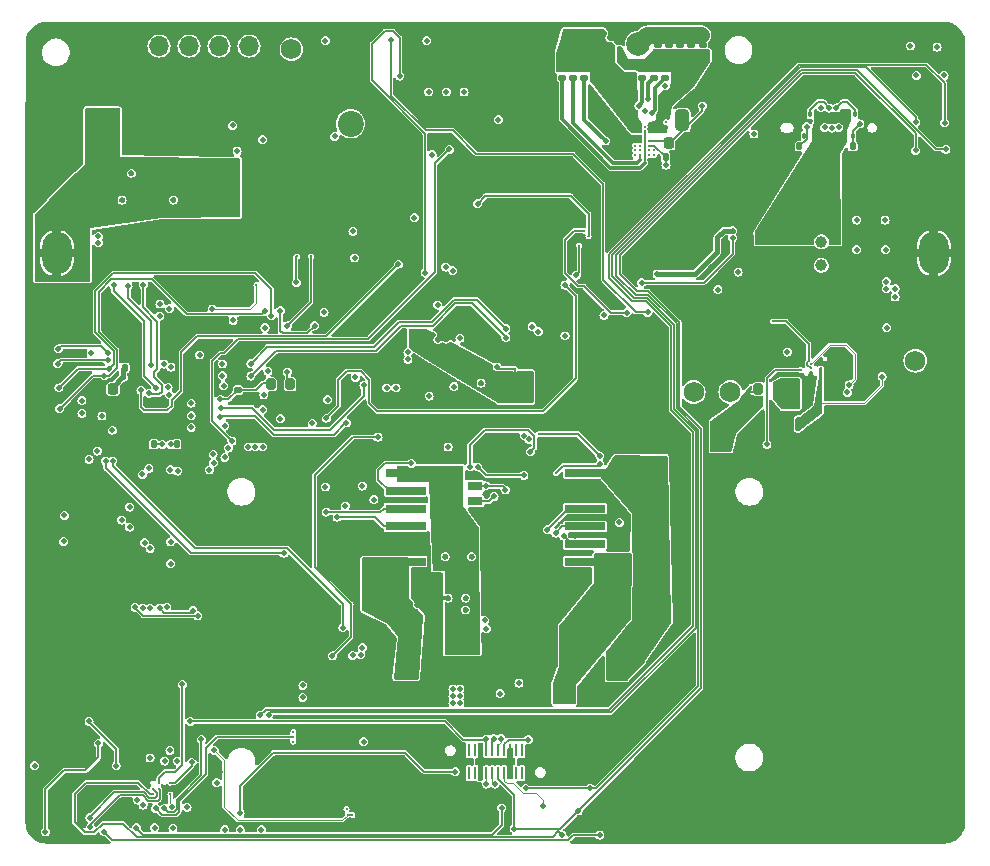
<source format=gbr>
%TF.GenerationSoftware,KiCad,Pcbnew,7.0.11-7.0.11~ubuntu22.04.1*%
%TF.CreationDate,2025-04-04T17:31:18+09:00*%
%TF.ProjectId,robot,726f626f-742e-46b6-9963-61645f706362,rev?*%
%TF.SameCoordinates,PX3938700PY9896800*%
%TF.FileFunction,Copper,L4,Bot*%
%TF.FilePolarity,Positive*%
%FSLAX46Y46*%
G04 Gerber Fmt 4.6, Leading zero omitted, Abs format (unit mm)*
G04 Created by KiCad (PCBNEW 7.0.11-7.0.11~ubuntu22.04.1) date 2025-04-04 17:31:18*
%MOMM*%
%LPD*%
G01*
G04 APERTURE LIST*
G04 Aperture macros list*
%AMRoundRect*
0 Rectangle with rounded corners*
0 $1 Rounding radius*
0 $2 $3 $4 $5 $6 $7 $8 $9 X,Y pos of 4 corners*
0 Add a 4 corners polygon primitive as box body*
4,1,4,$2,$3,$4,$5,$6,$7,$8,$9,$2,$3,0*
0 Add four circle primitives for the rounded corners*
1,1,$1+$1,$2,$3*
1,1,$1+$1,$4,$5*
1,1,$1+$1,$6,$7*
1,1,$1+$1,$8,$9*
0 Add four rect primitives between the rounded corners*
20,1,$1+$1,$2,$3,$4,$5,0*
20,1,$1+$1,$4,$5,$6,$7,0*
20,1,$1+$1,$6,$7,$8,$9,0*
20,1,$1+$1,$8,$9,$2,$3,0*%
G04 Aperture macros list end*
%TA.AperFunction,ComponentPad*%
%ADD10O,0.800000X1.400000*%
%TD*%
%TA.AperFunction,HeatsinkPad*%
%ADD11C,0.500000*%
%TD*%
%TA.AperFunction,ComponentPad*%
%ADD12C,1.755000*%
%TD*%
%TA.AperFunction,ComponentPad*%
%ADD13C,0.300000*%
%TD*%
%TA.AperFunction,ComponentPad*%
%ADD14C,0.400000*%
%TD*%
%TA.AperFunction,ComponentPad*%
%ADD15C,2.200000*%
%TD*%
%TA.AperFunction,ComponentPad*%
%ADD16C,2.000000*%
%TD*%
%TA.AperFunction,ComponentPad*%
%ADD17R,1.700000X1.700000*%
%TD*%
%TA.AperFunction,ComponentPad*%
%ADD18O,1.700000X1.700000*%
%TD*%
%TA.AperFunction,ComponentPad*%
%ADD19C,0.600000*%
%TD*%
%TA.AperFunction,SMDPad,CuDef*%
%ADD20RoundRect,0.140000X0.170000X-0.140000X0.170000X0.140000X-0.170000X0.140000X-0.170000X-0.140000X0*%
%TD*%
%TA.AperFunction,SMDPad,CuDef*%
%ADD21RoundRect,0.200000X0.200000X0.275000X-0.200000X0.275000X-0.200000X-0.275000X0.200000X-0.275000X0*%
%TD*%
%TA.AperFunction,SMDPad,CuDef*%
%ADD22RoundRect,0.140000X0.140000X0.170000X-0.140000X0.170000X-0.140000X-0.170000X0.140000X-0.170000X0*%
%TD*%
%TA.AperFunction,SMDPad,CuDef*%
%ADD23RoundRect,0.140000X-0.170000X0.140000X-0.170000X-0.140000X0.170000X-0.140000X0.170000X0.140000X0*%
%TD*%
%TA.AperFunction,SMDPad,CuDef*%
%ADD24RoundRect,0.050000X0.100000X0.200000X-0.100000X0.200000X-0.100000X-0.200000X0.100000X-0.200000X0*%
%TD*%
%TA.AperFunction,SMDPad,CuDef*%
%ADD25RoundRect,0.140000X-0.140000X-0.170000X0.140000X-0.170000X0.140000X0.170000X-0.140000X0.170000X0*%
%TD*%
%TA.AperFunction,SMDPad,CuDef*%
%ADD26R,0.200000X0.152400*%
%TD*%
%TA.AperFunction,SMDPad,CuDef*%
%ADD27RoundRect,0.050000X-0.100000X-0.200000X0.100000X-0.200000X0.100000X0.200000X-0.100000X0.200000X0*%
%TD*%
%TA.AperFunction,SMDPad,CuDef*%
%ADD28RoundRect,0.225000X0.225000X0.250000X-0.225000X0.250000X-0.225000X-0.250000X0.225000X-0.250000X0*%
%TD*%
%TA.AperFunction,SMDPad,CuDef*%
%ADD29R,0.152400X0.200000*%
%TD*%
%TA.AperFunction,ComponentPad*%
%ADD30O,2.500000X3.600000*%
%TD*%
%TA.AperFunction,SMDPad,CuDef*%
%ADD31R,0.280000X1.050000*%
%TD*%
%TA.AperFunction,ComponentPad*%
%ADD32O,1.700000X0.850000*%
%TD*%
%TA.AperFunction,ComponentPad*%
%ADD33O,2.000000X1.000000*%
%TD*%
%TA.AperFunction,ComponentPad*%
%ADD34O,2.200000X1.100000*%
%TD*%
%TA.AperFunction,SMDPad,CuDef*%
%ADD35RoundRect,0.225000X-0.225000X-0.250000X0.225000X-0.250000X0.225000X0.250000X-0.225000X0.250000X0*%
%TD*%
%TA.AperFunction,SMDPad,CuDef*%
%ADD36R,1.300000X0.800000*%
%TD*%
%TA.AperFunction,SMDPad,CuDef*%
%ADD37R,3.000000X2.100000*%
%TD*%
%TA.AperFunction,SMDPad,CuDef*%
%ADD38R,3.403600X0.711200*%
%TD*%
%TA.AperFunction,SMDPad,CuDef*%
%ADD39R,2.387600X1.600200*%
%TD*%
%TA.AperFunction,SMDPad,CuDef*%
%ADD40RoundRect,0.250000X0.325000X0.650000X-0.325000X0.650000X-0.325000X-0.650000X0.325000X-0.650000X0*%
%TD*%
%TA.AperFunction,ComponentPad*%
%ADD41C,1.000000*%
%TD*%
%TA.AperFunction,ViaPad*%
%ADD42C,0.500000*%
%TD*%
%TA.AperFunction,ViaPad*%
%ADD43C,0.250000*%
%TD*%
%TA.AperFunction,Conductor*%
%ADD44C,0.127000*%
%TD*%
%TA.AperFunction,Conductor*%
%ADD45C,0.152400*%
%TD*%
%TA.AperFunction,Conductor*%
%ADD46C,0.200000*%
%TD*%
%TA.AperFunction,Conductor*%
%ADD47C,0.100000*%
%TD*%
%TA.AperFunction,Conductor*%
%ADD48C,0.152000*%
%TD*%
%TA.AperFunction,Conductor*%
%ADD49C,0.400000*%
%TD*%
%TA.AperFunction,Conductor*%
%ADD50C,1.400000*%
%TD*%
%TA.AperFunction,Conductor*%
%ADD51C,0.300000*%
%TD*%
G04 APERTURE END LIST*
D10*
%TO.P,J1,25,SHLD*%
%TO.N,GND*%
X132790000Y-91990000D03*
X132430000Y-97939998D03*
X124170000Y-97939998D03*
X123810000Y-91990000D03*
%TD*%
D11*
%TO.P,Q5,PAD,GND*%
%TO.N,GND*%
X83627401Y-122990100D03*
X83627401Y-121990100D03*
X82627401Y-122990100D03*
X82627401Y-121990100D03*
%TD*%
D12*
%TO.P,TP39,1,1*%
%TO.N,/3V3*%
X82740000Y-92540000D03*
%TD*%
D13*
%TO.P,U9,11,GND*%
%TO.N,GND*%
X91286130Y-142691529D03*
X90711130Y-143641529D03*
X90711130Y-141741529D03*
X90136130Y-142691529D03*
%TD*%
D14*
%TO.P,U25,7,GND*%
%TO.N,GND*%
X125200000Y-112850000D03*
X126300000Y-112850000D03*
%TD*%
D12*
%TO.P,TP30,1,1*%
%TO.N,Net-(NT14-Pad1)*%
X116800000Y-121570495D03*
%TD*%
D15*
%TO.P,TP29,1,1*%
%TO.N,/Protection/PACK+*%
X87750000Y-98850000D03*
%TD*%
D12*
%TO.P,TP40,1,1*%
%TO.N,/1V8*%
X135550000Y-118900000D03*
%TD*%
D16*
%TO.P,J8,1,Pin_1*%
%TO.N,Net-(D6-K)*%
X107100000Y-92100000D03*
%TO.P,J8,2,Pin_2*%
%TO.N,Net-(D9-A)*%
X112100000Y-92100000D03*
%TD*%
D11*
%TO.P,Q6,PAD,GND*%
%TO.N,GND*%
X71317500Y-136849999D03*
X70317500Y-136849999D03*
X71317500Y-137849999D03*
X70317500Y-137849999D03*
%TD*%
D12*
%TO.P,TP41,1,1*%
%TO.N,GND*%
X124650000Y-135200000D03*
%TD*%
%TO.P,TP43,1,1*%
%TO.N,GND*%
X119350000Y-135250000D03*
%TD*%
%TO.P,TP34,1,1*%
%TO.N,Net-(NT16-Pad1)*%
X119900000Y-121550000D03*
%TD*%
%TO.P,TP42,1,1*%
%TO.N,GND*%
X63000000Y-143900000D03*
%TD*%
D17*
%TO.P,J2,1,Pin_1*%
%TO.N,GND*%
X68990000Y-92270000D03*
D18*
%TO.P,J2,2,Pin_2*%
%TO.N,/MCU/SWCLK*%
X71530000Y-92270000D03*
%TO.P,J2,3,Pin_3*%
%TO.N,/MCU/SWD*%
X74070000Y-92270000D03*
%TO.P,J2,4,Pin_4*%
%TO.N,/MCU/UART_TX*%
X76610000Y-92270000D03*
%TO.P,J2,5,Pin_5*%
%TO.N,/MCU/UART_RX*%
X79150000Y-92270000D03*
%TD*%
D14*
%TO.P,U24,7,GND*%
%TO.N,GND*%
X93900000Y-157800000D03*
X95000000Y-157800000D03*
%TD*%
D19*
%TO.P,U3,57,GND*%
%TO.N,GND*%
X70625400Y-122481300D03*
X70625400Y-123756300D03*
X70625400Y-125031300D03*
X71900400Y-122481300D03*
X71900400Y-123756300D03*
X71900400Y-125031300D03*
X73175400Y-122481300D03*
X73175400Y-123756300D03*
X73175400Y-125031300D03*
%TD*%
D13*
%TO.P,U8,11,GND*%
%TO.N,GND*%
X104605000Y-144850000D03*
X104030000Y-145800000D03*
X104030000Y-143900000D03*
X103455000Y-144850000D03*
%TD*%
D15*
%TO.P,TP28,1,1*%
%TO.N,Net-(BT1-+)*%
X66750000Y-98900000D03*
%TD*%
D20*
%TO.P,C121,1*%
%TO.N,Net-(D9-A)*%
X115650000Y-92140000D03*
%TO.P,C121,2*%
%TO.N,Net-(D4-K)*%
X115650000Y-93100000D03*
%TD*%
D21*
%TO.P,R90,1*%
%TO.N,Net-(NT20-Pad2)*%
X122250000Y-121300000D03*
%TO.P,R90,2*%
%TO.N,/LDOs/SYS*%
X123900000Y-121300000D03*
%TD*%
D22*
%TO.P,C18,1*%
%TO.N,/USB-PD-ExtChg/CC1*%
X130270000Y-100750000D03*
%TO.P,C18,2*%
%TO.N,GND*%
X131230000Y-100750000D03*
%TD*%
D23*
%TO.P,C128,1*%
%TO.N,Net-(U1-BOOT1)*%
X114350000Y-94955000D03*
%TO.P,C128,2*%
%TO.N,Net-(D4-K)*%
X114350000Y-93995000D03*
%TD*%
D24*
%TO.P,U28,1,I/O*%
%TO.N,/DN2*%
X130450000Y-98050000D03*
%TO.P,U28,2,GND*%
%TO.N,GND*%
X131150000Y-98050000D03*
%TD*%
D25*
%TO.P,C14,1*%
%TO.N,/MCU/3V3*%
X71075207Y-125983831D03*
%TO.P,C14,2*%
%TO.N,GND*%
X70115207Y-125983831D03*
%TD*%
D23*
%TO.P,C117,1*%
%TO.N,Net-(U1-COMB1)*%
X113400000Y-94955000D03*
%TO.P,C117,2*%
%TO.N,Net-(D4-K)*%
X113400000Y-93995000D03*
%TD*%
%TO.P,C118,1*%
%TO.N,Net-(U1-COMA2)*%
X107550000Y-94930000D03*
%TO.P,C118,2*%
%TO.N,Net-(D6-K)*%
X107550000Y-93970000D03*
%TD*%
%TO.P,C120,1*%
%TO.N,Net-(U1-COMB2)*%
X106600000Y-94930000D03*
%TO.P,C120,2*%
%TO.N,Net-(D6-K)*%
X106600000Y-93970000D03*
%TD*%
D26*
%TO.P,NT20,1,1*%
%TO.N,/SYS*%
X121625000Y-121575000D03*
%TO.P,NT20,2,2*%
%TO.N,Net-(NT20-Pad2)*%
X121805000Y-121575000D03*
%TD*%
D27*
%TO.P,U27,1,I/O*%
%TO.N,/USB-PD-ExtChg/CC2*%
X126150000Y-99850000D03*
%TO.P,U27,2,GND*%
%TO.N,GND*%
X125450000Y-99850000D03*
%TD*%
D28*
%TO.P,C17,1*%
%TO.N,/MCU/3V3*%
X67625000Y-121300000D03*
%TO.P,C17,2*%
%TO.N,GND*%
X69175000Y-121300000D03*
%TD*%
D24*
%TO.P,U26,1,I/O*%
%TO.N,/USB-PD-ExtChg/CC1*%
X130300000Y-99850000D03*
%TO.P,U26,2,GND*%
%TO.N,GND*%
X131000000Y-99850000D03*
%TD*%
D29*
%TO.P,NT11,1,1*%
%TO.N,/SYS*%
X101660628Y-119780532D03*
%TO.P,NT11,2,2*%
%TO.N,Net-(D1-A)*%
X101660628Y-119600532D03*
%TD*%
D23*
%TO.P,C115,1*%
%TO.N,Net-(U1-COMA1)*%
X112450000Y-94955000D03*
%TO.P,C115,2*%
%TO.N,Net-(D4-K)*%
X112450000Y-93995000D03*
%TD*%
D30*
%TO.P,BT1,1,+*%
%TO.N,Net-(BT1-+)*%
X62870000Y-109785000D03*
%TO.P,BT1,2,-*%
%TO.N,GND*%
X137130000Y-109785000D03*
%TD*%
D20*
%TO.P,C116,1*%
%TO.N,Net-(D9-A)*%
X114700000Y-92140000D03*
%TO.P,C116,2*%
%TO.N,Net-(D4-K)*%
X114700000Y-93100000D03*
%TD*%
D21*
%TO.P,R23,1*%
%TO.N,/MCU/GPIO28_ADC2*%
X80975000Y-120900000D03*
%TO.P,R23,2*%
%TO.N,Net-(Q5-3Y)*%
X82625000Y-120900000D03*
%TD*%
D25*
%TO.P,C19,1*%
%TO.N,/USB-PD-ExtChg/CC2*%
X125750000Y-100750000D03*
%TO.P,C19,2*%
%TO.N,GND*%
X124790000Y-100750000D03*
%TD*%
D31*
%TO.P,J4,A1,GND*%
%TO.N,GND*%
X97250000Y-151875000D03*
%TO.P,J4,A2,SSTXP1*%
%TO.N,unconnected-(J4-SSTXP1-PadA2)*%
X97750000Y-151875000D03*
%TO.P,J4,A3,SSTXN1*%
%TO.N,unconnected-(J4-SSTXN1-PadA3)*%
X98250000Y-151875000D03*
%TO.P,J4,A4,VBUS*%
%TO.N,/USB-PD-PhonePC/VBUS_Phone*%
X98750000Y-151875000D03*
%TO.P,J4,A5,CC1*%
%TO.N,Net-(J4-CC1)*%
X99250000Y-151875000D03*
%TO.P,J4,A6,DP1*%
%TO.N,/USB-PD-PhonePC/DP_EXT*%
X99750000Y-151875000D03*
%TO.P,J4,A7,DN1*%
%TO.N,/USB-PD-PhonePC/DN_EXT*%
X100250000Y-151875000D03*
%TO.P,J4,A8,SBU1*%
%TO.N,Net-(J4-SBU1)*%
X100750000Y-151875000D03*
%TO.P,J4,A9,VBUS*%
%TO.N,/USB-PD-PhonePC/VBUS_Phone*%
X101250000Y-151875000D03*
%TO.P,J4,A10,SSRXN2*%
%TO.N,unconnected-(J4-SSRXN2-PadA10)*%
X101750000Y-151875000D03*
%TO.P,J4,A11,SSRXP2*%
%TO.N,unconnected-(J4-SSRXP2-PadA11)*%
X102250000Y-151875000D03*
%TO.P,J4,A12,GND*%
%TO.N,GND*%
X102750000Y-151875000D03*
%TO.P,J4,B1,GND*%
X102750000Y-153825000D03*
%TO.P,J4,B2,SSTXP2*%
%TO.N,unconnected-(J4-SSTXP2-PadB2)*%
X102250000Y-153825000D03*
%TO.P,J4,B3,SSTXN2*%
%TO.N,unconnected-(J4-SSTXN2-PadB3)*%
X101750000Y-153825000D03*
%TO.P,J4,B4,VBUS*%
%TO.N,/USB-PD-PhonePC/VBUS_Phone*%
X101250000Y-153825000D03*
%TO.P,J4,B5,CC2*%
%TO.N,Net-(J4-CC2)*%
X100750000Y-153825000D03*
%TO.P,J4,B6,DP2*%
%TO.N,/USB-PD-PhonePC/DP_EXT*%
X100250000Y-153825000D03*
%TO.P,J4,B7,DN2*%
%TO.N,/USB-PD-PhonePC/DN_EXT*%
X99750000Y-153825000D03*
%TO.P,J4,B8,SBU2*%
%TO.N,Net-(J4-SBU2)*%
X99250000Y-153825000D03*
%TO.P,J4,B9,VBUS*%
%TO.N,/USB-PD-PhonePC/VBUS_Phone*%
X98750000Y-153825000D03*
%TO.P,J4,B10,SSRXN1*%
%TO.N,unconnected-(J4-SSRXN1-PadB10)*%
X98250000Y-153825000D03*
%TO.P,J4,B11,SSRXP1*%
%TO.N,unconnected-(J4-SSRXP1-PadB11)*%
X97750000Y-153825000D03*
%TO.P,J4,B12,GND*%
%TO.N,GND*%
X97250000Y-153825000D03*
D32*
%TO.P,J4,S1,SHIELD*%
X104010000Y-152850000D03*
D33*
%TO.P,J4,S2,SHIELD*%
X101750000Y-150050000D03*
%TO.P,J4,S3,SHIELD*%
X98250000Y-150050000D03*
D32*
%TO.P,J4,S4,SHIELD*%
X95990000Y-152850000D03*
D34*
%TO.P,J4,S5,SHIELD*%
X100000000Y-155650000D03*
%TD*%
D23*
%TO.P,C37,1*%
%TO.N,/MCU/GPIO28_ADC2*%
X78200000Y-121380000D03*
%TO.P,C37,2*%
%TO.N,GND*%
X78200000Y-120420000D03*
%TD*%
D35*
%TO.P,C124,1*%
%TO.N,GND*%
X116225000Y-100500000D03*
%TO.P,C124,2*%
%TO.N,/Wireless-Receiver/VAA*%
X114675000Y-100500000D03*
%TD*%
D25*
%TO.P,C126,1*%
%TO.N,GND*%
X115380000Y-101700000D03*
%TO.P,C126,2*%
%TO.N,/Wireless-Receiver/VDD*%
X114420000Y-101700000D03*
%TD*%
D22*
%TO.P,C11,1*%
%TO.N,/MCU/3V3*%
X68620000Y-119500000D03*
%TO.P,C11,2*%
%TO.N,GND*%
X69580000Y-119500000D03*
%TD*%
D36*
%TO.P,SW1,1,A*%
%TO.N,Net-(IC1-ON)*%
X98250000Y-129550000D03*
%TO.P,SW1,2,B*%
%TO.N,Net-(SW1-B)*%
X98250000Y-130800000D03*
D37*
%TO.P,SW1,S1*%
%TO.N,GND*%
X101000000Y-133350000D03*
%TO.P,SW1,S2*%
X101000000Y-127000000D03*
%TD*%
D38*
%TO.P,J3,1,Pin_1*%
%TO.N,/MOTORS/OUT_N2*%
X92403500Y-135925000D03*
%TO.P,J3,2,Pin_2*%
%TO.N,GND*%
X92403500Y-134425001D03*
%TO.P,J3,3,Pin_3*%
%TO.N,/MOTORS/ENC_22*%
X92403500Y-132925001D03*
%TO.P,J3,4,Pin_4*%
%TO.N,/MOTORS/ENC_21*%
X92403500Y-131424999D03*
%TO.P,J3,5,Pin_5*%
%TO.N,/MOTORS/ENC_VCC*%
X92403500Y-129924999D03*
%TO.P,J3,6,Pin_6*%
%TO.N,/MOTORS/OUT_P2*%
X92403500Y-128425000D03*
D39*
%TO.P,J3,MP,MountPin*%
%TO.N,GND*%
X94353501Y-137975001D03*
X94353501Y-126374999D03*
%TD*%
D20*
%TO.P,C113,1*%
%TO.N,Net-(D9-A)*%
X113750000Y-92140000D03*
%TO.P,C113,2*%
%TO.N,Net-(D4-K)*%
X113750000Y-93100000D03*
%TD*%
%TO.P,C114,1*%
%TO.N,Net-(D9-A)*%
X117550000Y-92140000D03*
%TO.P,C114,2*%
%TO.N,Net-(D4-K)*%
X117550000Y-93100000D03*
%TD*%
%TO.P,C122,1*%
%TO.N,Net-(D4-K)*%
X111500000Y-93970000D03*
%TO.P,C122,2*%
%TO.N,Net-(D6-K)*%
X111500000Y-94930000D03*
%TD*%
D23*
%TO.P,C123,1*%
%TO.N,Net-(U1-BOOT2)*%
X105650000Y-94930000D03*
%TO.P,C123,2*%
%TO.N,Net-(D6-K)*%
X105650000Y-93970000D03*
%TD*%
D26*
%TO.P,NT22,1,1*%
%TO.N,Net-(U11-VBUS)*%
X87510000Y-157350000D03*
%TO.P,NT22,2,2*%
%TO.N,/USB-PD-PhonePC/VBUS_Phone_PS*%
X87690000Y-157350000D03*
%TD*%
D38*
%TO.P,J5,1,Pin_1*%
%TO.N,/MOTORS/OUT_P1*%
X107596500Y-128425000D03*
%TO.P,J5,2,Pin_2*%
%TO.N,GND*%
X107596500Y-129924999D03*
%TO.P,J5,3,Pin_3*%
%TO.N,/MOTORS/ENC_11*%
X107596500Y-131424999D03*
%TO.P,J5,4,Pin_4*%
%TO.N,/MOTORS/ENC_12*%
X107596500Y-132925001D03*
%TO.P,J5,5,Pin_5*%
%TO.N,/MOTORS/ENC_VCC*%
X107596500Y-134425001D03*
%TO.P,J5,6,Pin_6*%
%TO.N,/MOTORS/OUT_N1*%
X107596500Y-135925000D03*
D39*
%TO.P,J5,MP,MountPin*%
%TO.N,GND*%
X105646499Y-126374999D03*
X105646499Y-137975001D03*
%TD*%
D27*
%TO.P,U29,1,I/O*%
%TO.N,/DP2*%
X126650000Y-98050000D03*
%TO.P,U29,2,GND*%
%TO.N,GND*%
X125950000Y-98050000D03*
%TD*%
D40*
%TO.P,C125,1*%
%TO.N,GND*%
X118775000Y-98550000D03*
%TO.P,C125,2*%
%TO.N,/Wireless-Receiver/VAA*%
X115825000Y-98550000D03*
%TD*%
D41*
%TO.P,TH1,1*%
%TO.N,Net-(U12-REG25)*%
X127605000Y-108835000D03*
%TO.P,TH1,2*%
%TO.N,Net-(U12-TS)*%
X127605000Y-110835000D03*
%TD*%
D22*
%TO.P,C7,1*%
%TO.N,Net-(U3-VREG_VOUT)*%
X73015207Y-125983831D03*
%TO.P,C7,2*%
%TO.N,GND*%
X73975207Y-125983831D03*
%TD*%
D20*
%TO.P,C119,1*%
%TO.N,Net-(D9-A)*%
X116600000Y-92140000D03*
%TO.P,C119,2*%
%TO.N,Net-(D4-K)*%
X116600000Y-93100000D03*
%TD*%
D42*
%TO.N,GND*%
X86000000Y-156000000D03*
X98500000Y-147000000D03*
X104795207Y-129372869D03*
X79700000Y-136700000D03*
X87050000Y-100200000D03*
D43*
X127116800Y-119160300D03*
D42*
X132500000Y-157500000D03*
X109700000Y-91550000D03*
X84495207Y-127272869D03*
X81650000Y-158450000D03*
X120000000Y-155000000D03*
X96123984Y-150426016D03*
X139000000Y-126500000D03*
X139000000Y-121000000D03*
X130000000Y-150000000D03*
X97500000Y-139000000D03*
X103995207Y-128872869D03*
X103595207Y-128172869D03*
D43*
X72487011Y-155130287D03*
D42*
X80200000Y-124750000D03*
X65750000Y-156520100D03*
X135000000Y-155000000D03*
D43*
X108290000Y-108355200D03*
D42*
X104695207Y-111572869D03*
X135500000Y-126500000D03*
X118272594Y-110972594D03*
X137500000Y-152500000D03*
X65750000Y-141000000D03*
X118400000Y-96750000D03*
X86250000Y-126250000D03*
X95795207Y-117072869D03*
X136000000Y-114000000D03*
X112450000Y-109900000D03*
X135000000Y-140000000D03*
X97500000Y-140000000D03*
X93795207Y-113372869D03*
X113450000Y-119700000D03*
X114750000Y-113550000D03*
X89000000Y-97450000D03*
X100195207Y-107372869D03*
X95200000Y-120400000D03*
X78050000Y-118300000D03*
X84100000Y-135700000D03*
D43*
X127916800Y-119160300D03*
D42*
X137500000Y-124000000D03*
X117500000Y-152500000D03*
X80900000Y-139600000D03*
X61654115Y-116207659D03*
X106750000Y-133719899D03*
X139000000Y-118000000D03*
X132500000Y-147500000D03*
X77495207Y-112872869D03*
X82350000Y-147850000D03*
X121495207Y-118372869D03*
X115000000Y-150000000D03*
X95750000Y-135500000D03*
X130000000Y-145000000D03*
X127500000Y-132500000D03*
X120000000Y-145000000D03*
X127500000Y-137500000D03*
X122197300Y-114351474D03*
X77495207Y-113772869D03*
X79500000Y-132000000D03*
X66750000Y-129650000D03*
X101000000Y-142000000D03*
X87100000Y-97150000D03*
X94295207Y-114572869D03*
X132500000Y-142500000D03*
X76650500Y-153750000D03*
X125000000Y-145000000D03*
D43*
X126716800Y-120360300D03*
X107890000Y-108755200D03*
D42*
X81900000Y-96700000D03*
X122190169Y-112875285D03*
X137500000Y-147500000D03*
D43*
X108290000Y-109155200D03*
D42*
X115050000Y-107350000D03*
X88500000Y-126000000D03*
X63350000Y-117150000D03*
X122250000Y-94900000D03*
X61400000Y-125600000D03*
X122500000Y-157500000D03*
X137500000Y-157500000D03*
X76194834Y-97191314D03*
X116450000Y-113550000D03*
X129395207Y-118172869D03*
X102995207Y-112872869D03*
X101950000Y-91600000D03*
X79250000Y-158500000D03*
X123995207Y-112372869D03*
X77200000Y-139050000D03*
X102250000Y-137500000D03*
X69188833Y-96922047D03*
X103000000Y-142000000D03*
D43*
X107890000Y-109155200D03*
D42*
X123395207Y-113472869D03*
X112500000Y-152500000D03*
X125000000Y-140000000D03*
X101500000Y-137000000D03*
D43*
X87900000Y-156850000D03*
D42*
X98900000Y-122300000D03*
X83795207Y-132572869D03*
X122000000Y-106500000D03*
X121495207Y-119272869D03*
X93695207Y-114172869D03*
X88000000Y-95450000D03*
X96000000Y-139000000D03*
X108250000Y-96350000D03*
X125000000Y-155000000D03*
X139000000Y-114000000D03*
X72750000Y-105300000D03*
X117500000Y-147500000D03*
X76495207Y-116372869D03*
X98800000Y-120800000D03*
X99500000Y-145000000D03*
X95395207Y-107972869D03*
D43*
X79277166Y-113006276D03*
D42*
X77080828Y-117538072D03*
D43*
X105943892Y-127256831D03*
D42*
X81850000Y-151400000D03*
X109650000Y-121650000D03*
X122195207Y-115472869D03*
X87500000Y-147825700D03*
X86750000Y-129500000D03*
D43*
X83700000Y-150350000D03*
D42*
X122350000Y-96200000D03*
X137500000Y-129000000D03*
X129689038Y-93191684D03*
X115611892Y-113558831D03*
X122500000Y-147500000D03*
X118350000Y-94000000D03*
X97500000Y-144500000D03*
X100750000Y-136750000D03*
X89500000Y-126000000D03*
X116500000Y-96750000D03*
X135000000Y-150000000D03*
X100395207Y-111572869D03*
X117500000Y-157500000D03*
D43*
X106343892Y-127256831D03*
D42*
X128995207Y-118772869D03*
X95142193Y-117113204D03*
X87750000Y-100450000D03*
X87250000Y-125250000D03*
X135000000Y-135000000D03*
X94995207Y-113072869D03*
X86750000Y-128250000D03*
X101295207Y-112972869D03*
X86100000Y-103350000D03*
X98000000Y-135500000D03*
X101595207Y-111572869D03*
X79450000Y-155300000D03*
X115000000Y-155000000D03*
D43*
X79774395Y-112003884D03*
D42*
X66000000Y-136000000D03*
D43*
X104743892Y-127656831D03*
D42*
X122500000Y-142500000D03*
X88000000Y-156000000D03*
X68400000Y-105300000D03*
X67950000Y-117200000D03*
X102500000Y-130750000D03*
X127500000Y-157500000D03*
X103500000Y-137750000D03*
X111200000Y-119700000D03*
X105595207Y-150872869D03*
X132500000Y-137500000D03*
X137500000Y-132500000D03*
X102250000Y-133000000D03*
X103500000Y-148000000D03*
D43*
X71988800Y-155629400D03*
X105143892Y-127256831D03*
D42*
X130000000Y-155000000D03*
X88750000Y-153250000D03*
X130000000Y-140000000D03*
X104750000Y-120600000D03*
X120000000Y-140000000D03*
X89250000Y-145250000D03*
X135000000Y-145000000D03*
X100750000Y-137500000D03*
X84850000Y-96500000D03*
D43*
X105543892Y-127256831D03*
D42*
X64900000Y-114700000D03*
X104595207Y-112872869D03*
X130800000Y-96900000D03*
X103000000Y-141000000D03*
X104650000Y-106075500D03*
X110000000Y-150000000D03*
X115000000Y-145000000D03*
X94295207Y-113772869D03*
X93695207Y-114972869D03*
X69600000Y-113000000D03*
X62250000Y-148750000D03*
X110000000Y-155000000D03*
X68295207Y-127872869D03*
X99395207Y-111572869D03*
X101000000Y-141000000D03*
X112300000Y-122000000D03*
D43*
X107490000Y-109155200D03*
D42*
X87200000Y-103450000D03*
X103395207Y-128772869D03*
X130000000Y-135000000D03*
X115600000Y-112850000D03*
X127500000Y-152500000D03*
X98395207Y-107372869D03*
X127500000Y-147500000D03*
X90750000Y-145250000D03*
X83750000Y-141500000D03*
X79350000Y-151350000D03*
X127500000Y-142500000D03*
X115650000Y-114350000D03*
X82500000Y-144750000D03*
X132500000Y-152500000D03*
X109000000Y-119150000D03*
X93400000Y-139550000D03*
X102995207Y-111572869D03*
X65750000Y-155250000D03*
X112500000Y-157500000D03*
X112749836Y-115717597D03*
X117620977Y-108124417D03*
X93350000Y-103550000D03*
X63400000Y-114700000D03*
X120000000Y-150000000D03*
D43*
X107490000Y-108755200D03*
D42*
X64500000Y-152000000D03*
D43*
X106743892Y-127256831D03*
X126316800Y-120360300D03*
X104343892Y-127656831D03*
X104743892Y-128056831D03*
D42*
X75650000Y-133350000D03*
X78250000Y-145750000D03*
X67750000Y-116500000D03*
X67500000Y-146000000D03*
X92750000Y-95950000D03*
X103500000Y-139250000D03*
X100000000Y-123650000D03*
X137500000Y-142500000D03*
X85100000Y-147900000D03*
X100000000Y-132750000D03*
X69176938Y-103030493D03*
D43*
X127916800Y-120360300D03*
X83300000Y-150350000D03*
D42*
X82695207Y-129472869D03*
X75250000Y-142700000D03*
D43*
X72988800Y-155629400D03*
D42*
X107750000Y-116550000D03*
X125000000Y-150000000D03*
D43*
X105143892Y-127656831D03*
D42*
X87500000Y-132950000D03*
X71800000Y-99150000D03*
X77201196Y-110061191D03*
X97255207Y-108482869D03*
X60750000Y-158250000D03*
X132500000Y-132500000D03*
X70750000Y-143500000D03*
X137500000Y-137500000D03*
D43*
X108290000Y-108755200D03*
D42*
X84795207Y-126172869D03*
%TO.N,/SYS*%
X93951937Y-117397344D03*
X102715207Y-121407869D03*
X102095207Y-120162869D03*
X96400000Y-147300000D03*
X102115207Y-120832869D03*
X93300000Y-116800000D03*
X118800000Y-125025000D03*
X119400000Y-125035000D03*
X118800000Y-125590000D03*
X102715207Y-121972869D03*
X102115207Y-121397869D03*
X96400000Y-146700000D03*
X93931339Y-116803433D03*
X93279067Y-117380179D03*
X118800000Y-124425000D03*
X119400000Y-126165000D03*
X97000000Y-146700000D03*
X102695207Y-120172869D03*
X102715207Y-120842869D03*
X97000000Y-147300000D03*
X118800000Y-126155000D03*
X102115207Y-121962869D03*
X97000000Y-147900000D03*
X119400000Y-124435000D03*
X119400000Y-125600000D03*
X96400000Y-147900000D03*
%TO.N,/3V3*%
X61900000Y-158800000D03*
X92600000Y-118200000D03*
X86200000Y-143900000D03*
X90075000Y-125375000D03*
X133850000Y-112800000D03*
X66400000Y-151300000D03*
X77760000Y-98970000D03*
X92600000Y-118800000D03*
X88100000Y-110200000D03*
X105900000Y-116800000D03*
X94400000Y-121900000D03*
X133850000Y-113500000D03*
%TO.N,Net-(BT1-+)*%
X62100000Y-107500000D03*
X76807903Y-103947614D03*
X76057903Y-105447614D03*
X65100000Y-108100000D03*
X63300000Y-107500000D03*
X62700000Y-107500000D03*
X63900000Y-107500000D03*
X64500000Y-107500000D03*
X77557903Y-105447614D03*
X64700000Y-108700000D03*
X62700000Y-106900000D03*
X62100000Y-106900000D03*
X64500000Y-108100000D03*
X61500000Y-106900000D03*
X76807903Y-105447614D03*
X77557903Y-106197614D03*
X61500000Y-107500000D03*
X76807903Y-106197614D03*
X76057903Y-104697614D03*
X77557903Y-103947614D03*
X77557903Y-104697614D03*
X76807903Y-104697614D03*
X65300000Y-108700000D03*
X76057903Y-106197614D03*
X63300000Y-106900000D03*
X63900000Y-106900000D03*
X76057903Y-103947614D03*
%TO.N,Net-(U3-VREG_VOUT)*%
X72500000Y-126000000D03*
X71942892Y-119191401D03*
%TO.N,/USB-PD-ExtChg/VBUS_EXT*%
X128000000Y-101000000D03*
X127000000Y-102000000D03*
X127000000Y-104500000D03*
X126000000Y-103000000D03*
X126000000Y-106000000D03*
X124000000Y-107000000D03*
X124000000Y-108000000D03*
X125000000Y-108000000D03*
X128000000Y-105000000D03*
X125000000Y-106000000D03*
X126000000Y-107000000D03*
X123000000Y-108000000D03*
X125000000Y-107000000D03*
X128000000Y-108000000D03*
X127000000Y-108000000D03*
X128000000Y-104000000D03*
X128000000Y-103000000D03*
X126000000Y-108000000D03*
X127000000Y-107000000D03*
%TO.N,/MCU/GPIO28_ADC2*%
X76709807Y-122172869D03*
%TO.N,/MCU/GPIO27_ADC1*%
X76795207Y-122872869D03*
X88874300Y-121000000D03*
%TO.N,/MCU/GPIO26_ADC0*%
X76709807Y-123672869D03*
X87395207Y-124172869D03*
%TO.N,Net-(U6-BST1)*%
X108846892Y-126958831D03*
D43*
X103672392Y-125100000D03*
D42*
%TO.N,Net-(U6-BST2)*%
X108856892Y-127672869D03*
D43*
X105146892Y-128408831D03*
D42*
%TO.N,Net-(J4-CC2)*%
X72000000Y-152800000D03*
X77100000Y-158600497D03*
X104000000Y-156600000D03*
X73087000Y-152800000D03*
%TO.N,Net-(J4-CC1)*%
X74189554Y-149432625D03*
X99250000Y-150930000D03*
X70775727Y-152530457D03*
%TO.N,/LDOs/SYS*%
X125395207Y-121372869D03*
X125395207Y-120772869D03*
X124795207Y-120762869D03*
X125395207Y-121937869D03*
X125395207Y-122502869D03*
X124795207Y-122492869D03*
X124795207Y-121927869D03*
X124795207Y-121362869D03*
%TO.N,Net-(U11-VBUS)*%
X76200000Y-151900000D03*
%TO.N,Net-(U11-VDD1P8)*%
X74300000Y-152900000D03*
D43*
X72488800Y-154629400D03*
D42*
%TO.N,Net-(U12-REG25)*%
X77800000Y-115500000D03*
%TO.N,Net-(U12-TS)*%
X80500000Y-116100000D03*
%TO.N,Net-(U12-BAT)*%
X76025207Y-114531510D03*
D43*
X79774800Y-112503600D03*
D42*
%TO.N,Net-(C84-Pad1)*%
X125821416Y-123956585D03*
D43*
X127516959Y-119962403D03*
D42*
X125829121Y-124465163D03*
X132750000Y-120250000D03*
%TO.N,Net-(U12-PACKP)*%
X81795207Y-114672869D03*
X84695207Y-115946838D03*
%TO.N,Net-(U13-BST)*%
X95126600Y-114172400D03*
X97000000Y-117000000D03*
%TO.N,/MOTORS/OUT_P1*%
X110250000Y-144675000D03*
X110850000Y-145425000D03*
X110250000Y-143950000D03*
X110250000Y-145425000D03*
X110850000Y-143950000D03*
X110850000Y-144650000D03*
%TO.N,/MOTORS/OUT_P2*%
X97523682Y-141806065D03*
X97523682Y-142506065D03*
X96923682Y-142506065D03*
X96923682Y-143231065D03*
X96923682Y-141806065D03*
X97523682Y-143231065D03*
%TO.N,/MOTORS/OUT_N1*%
X106325000Y-146725000D03*
X105325000Y-147575000D03*
X106350000Y-147575000D03*
X105325000Y-146775000D03*
X105850000Y-147175000D03*
%TO.N,/MOTORS/OUT_N2*%
X92048682Y-144556065D03*
X92998682Y-144531065D03*
X92048682Y-145406065D03*
X93023682Y-145406065D03*
X92548682Y-145006065D03*
%TO.N,/MOTORS/ENC_11*%
X104400000Y-133200000D03*
X72500000Y-134250000D03*
%TO.N,/MOTORS/ENC_21*%
X69500000Y-139800000D03*
X74810291Y-140510008D03*
X85700000Y-131725700D03*
%TO.N,/MOTORS/ENC_12*%
X70300000Y-134300000D03*
X105100000Y-133500000D03*
%TO.N,/MOTORS/ENC_22*%
X86600000Y-132153085D03*
X74399500Y-140073369D03*
X71594499Y-139847147D03*
%TO.N,/DP2*%
X128483978Y-99203673D03*
X130600000Y-109500000D03*
X128282051Y-97513897D03*
%TO.N,/DN2*%
X133050000Y-109500000D03*
X128881474Y-97504087D03*
X127886507Y-99154363D03*
D43*
%TO.N,/SDA_SL*%
X71488800Y-154629400D03*
D42*
X73500000Y-146300000D03*
X89725000Y-130675000D03*
%TO.N,/SCL_SL*%
X87300000Y-131200000D03*
D43*
%TO.N,/I2C0_SDA*%
X113450000Y-101090000D03*
D42*
X88752838Y-129517612D03*
X63050000Y-121200000D03*
X88735630Y-143200000D03*
X67295207Y-119572869D03*
X81025472Y-115100812D03*
X99100000Y-140900000D03*
X103650000Y-116450000D03*
D43*
%TO.N,/I2C0_SCL*%
X113450000Y-101490000D03*
D42*
X102000000Y-146200000D03*
X63125000Y-122975000D03*
X80500000Y-114700000D03*
X103117036Y-116017036D03*
X88600000Y-143800000D03*
X85600000Y-129592869D03*
X66895207Y-120172869D03*
%TO.N,Net-(J4-SBU1)*%
X100547407Y-156764356D03*
X69600000Y-158450000D03*
X102800000Y-151000498D03*
%TO.N,/ADC0*%
X105900000Y-112500000D03*
X85695207Y-123772869D03*
%TO.N,/GPIO4*%
X109195207Y-115072869D03*
X66695207Y-123580116D03*
%TO.N,Net-(J4-SBU2)*%
X99250000Y-154750000D03*
X96600000Y-153700000D03*
X78400000Y-157200000D03*
%TO.N,/BoostRegulator/1V8*%
X133100000Y-112200000D03*
X102851634Y-125572235D03*
X102455221Y-125249851D03*
X133100000Y-112800000D03*
%TO.N,Net-(Q2-GATE1)*%
X83154400Y-112275300D03*
D43*
X83195207Y-110072869D03*
%TO.N,Net-(Q2-GATE2)*%
X84395207Y-110072869D03*
D42*
X82392400Y-115958300D03*
%TO.N,/GPIO10*%
X99249500Y-141594026D03*
X67000000Y-127400000D03*
X82100000Y-135200000D03*
%TO.N,/GPIO11*%
X87100000Y-141500000D03*
X67600000Y-127400000D03*
D43*
%TO.N,/USB-PD-PhonePC/GPIO5*%
X82900000Y-150750000D03*
D42*
X71250000Y-156800000D03*
%TO.N,/USB-PD-PhonePC/DP_EXT*%
X99857490Y-150907490D03*
X135600000Y-101100000D03*
X101592538Y-158535523D03*
X107000000Y-157025000D03*
%TO.N,/I2C1_SDA*%
X95795207Y-110972869D03*
X67197354Y-118875016D03*
X65700000Y-158400000D03*
X65000000Y-122299316D03*
D43*
X71488800Y-155129400D03*
D42*
X62950000Y-119150000D03*
D43*
%TO.N,/I2C1_SCL*%
X70988800Y-155129400D03*
D42*
X65670600Y-157600000D03*
X63000000Y-117900000D03*
X96395207Y-111272869D03*
X67195207Y-118272869D03*
X65001016Y-123351016D03*
%TO.N,/GPIO7*%
X67900000Y-153200000D03*
X65600000Y-149450000D03*
%TO.N,/USB-PD-PhonePC/GPIO0*%
X73900000Y-156713000D03*
X71150000Y-158450000D03*
%TO.N,/GPIO6*%
X70000000Y-121400000D03*
X91788599Y-110732199D03*
%TO.N,Net-(Q5-3Y)*%
X82395207Y-119872869D03*
%TO.N,Net-(U3-USB_DP)*%
X72295207Y-121172869D03*
X76895207Y-119172869D03*
%TO.N,Net-(U3-USB_DM)*%
X72395207Y-121772869D03*
X76895207Y-120172869D03*
%TO.N,/MCU/SWD*%
X73120000Y-128250000D03*
%TO.N,/MCU/SWCLK*%
X72470000Y-128140000D03*
%TO.N,/GPIO9*%
X66300000Y-126550000D03*
D43*
X113050000Y-101090000D03*
D42*
%TO.N,/MCU/QSPI_SD0*%
X70200000Y-112475000D03*
X70695207Y-121672869D03*
%TO.N,/MCU/QSPI_SCLK*%
X70884400Y-119235100D03*
X68900000Y-112575000D03*
%TO.N,/MCU/QSPI_SD3*%
X71290800Y-121216300D03*
X67679593Y-112475000D03*
D43*
%TO.N,/GPIO5*%
X107890000Y-108355200D03*
D42*
X98500000Y-105600000D03*
X65769507Y-118275000D03*
D43*
%TO.N,Net-(U4-VINA_S)*%
X107090000Y-109155200D03*
D42*
X106861400Y-111657800D03*
%TO.N,/GPIO13*%
X69050000Y-131300000D03*
X69050000Y-133000000D03*
%TO.N,/GPIO14*%
X68350000Y-132400000D03*
X70119200Y-128537800D03*
%TO.N,/GPIO15*%
X70669200Y-128012800D03*
X70775000Y-139875000D03*
%TO.N,/GPIO8*%
X72500000Y-136100000D03*
X70775000Y-134800000D03*
X65600000Y-127250000D03*
X70151016Y-139851016D03*
X72200000Y-139800000D03*
%TO.N,Net-(U5-EN)*%
X96000000Y-126200000D03*
X96500000Y-121100000D03*
%TO.N,Net-(U5-A2)*%
X102417392Y-128600000D03*
X98517892Y-127891831D03*
%TO.N,Net-(U5-A1)*%
X97867892Y-127891831D03*
X102971106Y-126600000D03*
%TO.N,/USB-PD-PhonePC/DN_EXT_PR*%
X108850000Y-159075000D03*
X66871399Y-158787000D03*
%TO.N,/USB-PD-PhonePC/DP_EXT_PR*%
X105650000Y-159075000D03*
D43*
X70988800Y-155629400D03*
D42*
%TO.N,/PowerMux/FLAG*%
X111130900Y-114843000D03*
D43*
X107488469Y-107893304D03*
D42*
%TO.N,/VRect*%
X100250000Y-98500000D03*
X88150500Y-120307155D03*
%TO.N,/MCU/ADC3*%
X80300000Y-123050000D03*
X80744707Y-119800000D03*
%TO.N,/USB-PD-PhonePC/DN_EXT*%
X138150000Y-101000000D03*
X102575000Y-155125000D03*
X100484425Y-150915575D03*
X108025000Y-155100000D03*
X99950000Y-154750000D03*
%TO.N,/USB-PD-PhonePC/GPIO4*%
X75102449Y-150947551D03*
X71988800Y-156800000D03*
%TO.N,/USB-PD-PhonePC/VBUS_Phone*%
X100000000Y-152850000D03*
X100600000Y-152850000D03*
X99400000Y-152850000D03*
X98750000Y-152850000D03*
X101250000Y-152850000D03*
D43*
%TO.N,Net-(U14-RSET_IPK)*%
X126716800Y-119560300D03*
X123495207Y-115572869D03*
D42*
%TO.N,Net-(U13-STAT)*%
X91910000Y-94800000D03*
X94050000Y-111450000D03*
%TO.N,Net-(U16-ON)*%
X80200000Y-158607600D03*
D43*
X87400000Y-156850000D03*
D42*
%TO.N,/MCU/D-*%
X79300000Y-120200000D03*
X133000000Y-107000000D03*
X135650000Y-94750000D03*
X100900000Y-116950000D03*
%TO.N,/USB-PD-PhonePC/DN_Switched*%
X69700000Y-156090000D03*
X80100000Y-148900000D03*
X138050000Y-98750000D03*
%TO.N,/USB-PD-PhonePC/DP2_Switched*%
X70171217Y-156528900D03*
X135592036Y-98707964D03*
X80800000Y-148900000D03*
%TO.N,/MCU/D+*%
X100900000Y-116200000D03*
X138000000Y-94750000D03*
X79300000Y-119150000D03*
X130600000Y-107000000D03*
%TO.N,/USB-PD-PhonePC/GPIO3*%
X72600000Y-156713000D03*
D43*
X72488800Y-155629400D03*
D42*
%TO.N,/USB-PD-PhonePC/GPIO1*%
X72700000Y-158500000D03*
%TO.N,/USB-PD-ExtChg/CC1*%
X120562392Y-111400000D03*
X129081428Y-99154103D03*
X130866000Y-98849502D03*
X137400000Y-92350000D03*
%TO.N,/USB-PD-ExtChg/CC2*%
X127580195Y-97475654D03*
X135150000Y-92250000D03*
X118850000Y-112900000D03*
X126350000Y-99100000D03*
%TO.N,/MCU/3V3*%
X80295207Y-126197869D03*
X71800000Y-126000000D03*
X68500000Y-120300000D03*
X74954324Y-118414139D03*
X91600000Y-121200000D03*
X67569200Y-124787800D03*
X79695207Y-126197869D03*
X66381433Y-108383716D03*
X90800000Y-121200000D03*
X66381433Y-108900000D03*
X76995207Y-121027569D03*
X71567845Y-115132155D03*
X72535319Y-119437981D03*
X79095207Y-126197869D03*
%TO.N,/MOTORS/VIO*%
X87911130Y-143841529D03*
X100400000Y-147100000D03*
%TO.N,Net-(U17-VIN)*%
X88850000Y-151150000D03*
D43*
X82900000Y-151150000D03*
D42*
%TO.N,/MOTORS/ENC_VCC*%
X105800000Y-133750000D03*
X92900000Y-127600000D03*
%TO.N,Net-(U14-EN1)*%
X124730000Y-118170000D03*
%TO.N,/MCU/UART_TX*%
X75780000Y-128150000D03*
%TO.N,/MCU/UART_RX*%
X76150000Y-127550000D03*
%TO.N,/MCU/GPIO22*%
X84500000Y-124200000D03*
X85800000Y-122200000D03*
X81800000Y-123800000D03*
X80400000Y-121800000D03*
X77100000Y-124400000D03*
%TO.N,/MCU/UART_CTS*%
X63450000Y-134200000D03*
X76110000Y-126830000D03*
D43*
%TO.N,Net-(U1-NTC)*%
X111850000Y-100690000D03*
X114450000Y-98700000D03*
D42*
%TO.N,/MCU/UART_RTS*%
X77100000Y-127100000D03*
X63500000Y-132000000D03*
D43*
%TO.N,Net-(D11-K)*%
X112250000Y-100690000D03*
D42*
X114388450Y-95622950D03*
%TO.N,/MCU/GPIO25*%
X72400000Y-114500000D03*
X74250000Y-122500000D03*
%TO.N,/GPIO20*%
X77400000Y-126300000D03*
X80300000Y-100200000D03*
D43*
%TO.N,Net-(U14-ENLDO)*%
X125880000Y-119690000D03*
D42*
X123000000Y-126000000D03*
%TO.N,Net-(U17-MODE)*%
X78400000Y-158607600D03*
D43*
X82900000Y-150350000D03*
D42*
X61000000Y-153200000D03*
%TO.N,/Protection/RC2*%
X78140000Y-101150000D03*
%TO.N,Net-(U14-RSET_LDO)*%
X129950000Y-120950000D03*
D43*
X126716800Y-119160300D03*
D42*
%TO.N,Net-(U14-SBB2)*%
X129795207Y-121572869D03*
%TO.N,Net-(D2-A)*%
X133145403Y-116107311D03*
X85600000Y-91800000D03*
%TO.N,Net-(D5-A)*%
X91160000Y-91720000D03*
X112900000Y-114800000D03*
%TO.N,/LED_EN*%
X77700000Y-125700000D03*
X96100000Y-101000000D03*
%TO.N,Net-(IC1-ON)*%
X86400000Y-99900000D03*
X100840261Y-129846453D03*
X99200000Y-129500000D03*
%TO.N,Net-(U18-ISENP)*%
X112400000Y-112300000D03*
X120100000Y-108500000D03*
%TO.N,Net-(U18-VCC)*%
X120100000Y-107900497D03*
X113695207Y-111572869D03*
%TO.N,Net-(D1-A)*%
X94200000Y-91800000D03*
X100150000Y-119422369D03*
X94650000Y-101450000D03*
%TO.N,Net-(SW1-B)*%
X99900000Y-130400000D03*
X85500000Y-114800000D03*
%TO.N,Net-(NT6-Pad2)*%
X93150000Y-106800000D03*
X87942510Y-107957490D03*
%TO.N,Net-(NT16-Pad1)*%
X110500000Y-132600000D03*
%TO.N,Net-(U11-SYS)*%
X83700000Y-147400000D03*
X76400000Y-154629400D03*
D43*
%TO.N,/USB-PD-PhonePC/VBUS_Phone_PS*%
X87900000Y-157350000D03*
D42*
%TO.N,/USB-PD-PhonePC/VCIN*%
X83700000Y-146400000D03*
X72450000Y-151900000D03*
%TO.N,Net-(D4-K)*%
X110600000Y-93450000D03*
D43*
X113450000Y-99490000D03*
X113050000Y-99490000D03*
X113450000Y-99090000D03*
X113050000Y-99090000D03*
D42*
X110600000Y-92800000D03*
%TO.N,Net-(U1-COMA1)*%
X112155468Y-97300933D03*
D43*
X111850000Y-101090000D03*
%TO.N,Net-(U1-COMB1)*%
X111850000Y-101490000D03*
D42*
X112949500Y-96752671D03*
D43*
%TO.N,Net-(U1-COMA2)*%
X112250000Y-101090000D03*
D42*
X109350000Y-100300000D03*
D43*
%TO.N,Net-(D6-K)*%
X112250000Y-99090000D03*
X111850000Y-99090000D03*
X111850000Y-99490000D03*
X112250000Y-99490000D03*
%TO.N,Net-(U1-COMB2)*%
X112250000Y-101490000D03*
%TO.N,Net-(U1-BOOT2)*%
X112650000Y-99490000D03*
%TO.N,/Wireless-Receiver/VAA*%
X113050000Y-100290000D03*
D42*
X117525000Y-97325000D03*
%TO.N,/Wireless-Receiver/VDD*%
X114450000Y-102350000D03*
D43*
X113050000Y-100690000D03*
D42*
%TO.N,Net-(U1-BOOT1)*%
X113300000Y-97900000D03*
D43*
X112650000Y-99090000D03*
%TO.N,/GPIO23*%
X113050000Y-101490000D03*
D42*
X74250000Y-124550000D03*
X121900000Y-99700000D03*
%TO.N,/Wireless-Receiver/IEXT*%
X112650000Y-97800000D03*
X94350000Y-96150000D03*
X95850000Y-96150000D03*
X97350000Y-96150000D03*
%TO.N,/MCU/GPIO24*%
X74250000Y-123550000D03*
X71600000Y-114100000D03*
%TD*%
D44*
%TO.N,GND*%
X126307776Y-120351276D02*
X126316800Y-120360300D01*
%TO.N,/3V3*%
X66400000Y-152500000D02*
X66400000Y-151200000D01*
X61900000Y-155200000D02*
X63500000Y-153600000D01*
X90075000Y-125375000D02*
X87925000Y-125375000D01*
X65300000Y-153600000D02*
X66400000Y-152500000D01*
X84700000Y-136400000D02*
X87800000Y-139500000D01*
X87800000Y-142300000D02*
X86200000Y-143900000D01*
X61900000Y-158800000D02*
X61900000Y-155200000D01*
X87925000Y-125375000D02*
X84700000Y-128600000D01*
X63500000Y-153600000D02*
X65300000Y-153600000D01*
X87800000Y-139500000D02*
X87800000Y-142300000D01*
X84700000Y-128600000D02*
X84700000Y-136400000D01*
D45*
%TO.N,Net-(U3-VREG_VOUT)*%
X72495207Y-125972869D02*
X73004245Y-125972869D01*
D46*
%TO.N,/MCU/GPIO28_ADC2*%
X76709807Y-122172869D02*
X77407131Y-122172869D01*
D45*
X81100000Y-120800000D02*
X80300000Y-120800000D01*
X80300000Y-120800000D02*
X79720000Y-121380000D01*
X79720000Y-121380000D02*
X78200000Y-121380000D01*
D46*
X77407131Y-122172869D02*
X78200000Y-121380000D01*
%TO.N,/MCU/GPIO27_ADC1*%
X81297133Y-124772869D02*
X79397133Y-122872869D01*
X79397133Y-122872869D02*
X76795207Y-122872869D01*
X88874300Y-121893776D02*
X85995207Y-124772869D01*
X88874300Y-121000000D02*
X88874300Y-121893776D01*
X85995207Y-124772869D02*
X81297133Y-124772869D01*
%TO.N,/MCU/GPIO26_ADC0*%
X87395207Y-124172869D02*
X87315207Y-124172869D01*
X79692016Y-123592016D02*
X76790660Y-123592016D01*
X76790660Y-123592016D02*
X76709807Y-123672869D01*
X87315207Y-124172869D02*
X86315207Y-125172869D01*
X86315207Y-125172869D02*
X81272869Y-125172869D01*
X81272869Y-125172869D02*
X79692016Y-123592016D01*
%TO.N,Net-(U6-BST1)*%
X106988061Y-125100000D02*
X108846892Y-126958831D01*
X103672392Y-125100000D02*
X106988061Y-125100000D01*
%TO.N,Net-(U6-BST2)*%
X108856892Y-127672869D02*
X108729761Y-127800000D01*
X108729761Y-127800000D02*
X105755723Y-127800000D01*
X105755723Y-127800000D02*
X105146892Y-128408831D01*
D47*
%TO.N,Net-(J4-CC2)*%
X102375000Y-155525000D02*
X101500000Y-154650000D01*
X104000000Y-156600000D02*
X104000000Y-156100000D01*
X103425000Y-155525000D02*
X102375000Y-155525000D01*
X100750000Y-154450000D02*
X100750000Y-153825000D01*
X100950000Y-154650000D02*
X100750000Y-154450000D01*
X101500000Y-154650000D02*
X100950000Y-154650000D01*
X104000000Y-156100000D02*
X103425000Y-155525000D01*
D45*
%TO.N,Net-(J4-CC1)*%
X95750000Y-149450000D02*
X97280000Y-150980000D01*
X74206929Y-149450000D02*
X95750000Y-149450000D01*
D44*
X99030000Y-150980000D02*
X99250000Y-151200000D01*
X97280000Y-150980000D02*
X99030000Y-150980000D01*
X99250000Y-151200000D02*
X99250000Y-151875000D01*
D45*
X74189554Y-149432625D02*
X74206929Y-149450000D01*
D47*
%TO.N,Net-(U11-VBUS)*%
X87050000Y-157800000D02*
X87500000Y-157350000D01*
X77050000Y-152750000D02*
X77050000Y-156650000D01*
X76200000Y-151900000D02*
X77050000Y-152750000D01*
X77050000Y-156650000D02*
X78200000Y-157800000D01*
X78200000Y-157800000D02*
X87050000Y-157800000D01*
D45*
%TO.N,Net-(U11-VDD1P8)*%
X74300000Y-153200000D02*
X72871162Y-154628838D01*
X72871162Y-154628838D02*
X72485269Y-154628838D01*
X74300000Y-152900000D02*
X74300000Y-153200000D01*
D47*
%TO.N,Net-(U12-BAT)*%
X79774800Y-113993276D02*
X79774800Y-112503600D01*
X76025207Y-114531510D02*
X79236566Y-114531510D01*
X79236566Y-114531510D02*
X79774800Y-113993276D01*
%TO.N,Net-(C84-Pad1)*%
X132750000Y-121000000D02*
X131240000Y-122510000D01*
X132750000Y-120250000D02*
X132750000Y-121000000D01*
X131240000Y-122510000D02*
X127410000Y-122510000D01*
D45*
%TO.N,Net-(U12-PACKP)*%
X84069176Y-116572869D02*
X84695207Y-115946838D01*
X81795207Y-114672869D02*
X81795207Y-116372869D01*
X81995207Y-116572869D02*
X84069176Y-116572869D01*
X81795207Y-116372869D02*
X81995207Y-116572869D01*
D46*
%TO.N,/MOTORS/ENC_11*%
X106175001Y-131424999D02*
X107596500Y-131424999D01*
X104400000Y-133200000D02*
X106175001Y-131424999D01*
D45*
%TO.N,/MOTORS/ENC_21*%
X90272615Y-131727385D02*
X90575001Y-131424999D01*
X74799352Y-140499069D02*
X70196331Y-140499069D01*
X85700000Y-131725700D02*
X85701685Y-131727385D01*
X69500000Y-139802738D02*
X69500000Y-139800000D01*
X85701685Y-131727385D02*
X90272615Y-131727385D01*
X74810291Y-140510008D02*
X74799352Y-140499069D01*
X90575001Y-131424999D02*
X92403500Y-131424999D01*
X70196331Y-140499069D02*
X69500000Y-139802738D01*
D46*
%TO.N,/MOTORS/ENC_12*%
X105674999Y-132925001D02*
X107596500Y-132925001D01*
X105100000Y-133500000D02*
X105674999Y-132925001D01*
D45*
%TO.N,/MOTORS/ENC_22*%
X74246669Y-140226200D02*
X71973552Y-140226200D01*
X71973552Y-140226200D02*
X71594499Y-139847147D01*
X90565737Y-132925001D02*
X92403500Y-132925001D01*
X74399500Y-140073369D02*
X74246669Y-140226200D01*
X86600000Y-132153085D02*
X89793821Y-132153085D01*
X89793821Y-132153085D02*
X90565737Y-132925001D01*
D46*
%TO.N,/DP2*%
X127794397Y-97008000D02*
X127292000Y-97008000D01*
X128282051Y-97495654D02*
X127794397Y-97008000D01*
X127292000Y-97008000D02*
X126650000Y-97650000D01*
X126650000Y-97650000D02*
X126650000Y-98050000D01*
X128282051Y-97513897D02*
X128282051Y-97495654D01*
%TO.N,/DN2*%
X130450000Y-97650000D02*
X130450000Y-98050000D01*
X129808000Y-97008000D02*
X130450000Y-97650000D01*
X129377561Y-97008000D02*
X129808000Y-97008000D01*
X128881474Y-97504087D02*
X129377561Y-97008000D01*
D44*
%TO.N,/SDA_SL*%
X73500000Y-153100000D02*
X73500000Y-146300000D01*
X72055000Y-153690000D02*
X72910000Y-153690000D01*
X71500000Y-154245000D02*
X72055000Y-153690000D01*
X72910000Y-153690000D02*
X73500000Y-153100000D01*
X71500000Y-154600000D02*
X71500000Y-154245000D01*
D45*
%TO.N,/I2C0_SDA*%
X81025472Y-112828999D02*
X79669342Y-111472869D01*
D44*
X64677131Y-119572869D02*
X67295207Y-119572869D01*
D45*
X67695207Y-119172869D02*
X67295207Y-119572869D01*
X67695207Y-118095207D02*
X67695207Y-119172869D01*
D44*
X63050000Y-121200000D02*
X64677131Y-119572869D01*
D45*
X66100000Y-113043052D02*
X66100000Y-116500000D01*
X79669342Y-111472869D02*
X67670183Y-111472869D01*
X81025472Y-115100812D02*
X81025472Y-112828999D01*
X67670183Y-111472869D02*
X66100000Y-113043052D01*
X66100000Y-116500000D02*
X67695207Y-118095207D01*
%TO.N,/I2C0_SCL*%
X67947608Y-119523206D02*
X67947608Y-117990660D01*
D44*
X63125000Y-122975000D02*
X65927131Y-120172869D01*
D45*
X66450000Y-116493052D02*
X66450000Y-113050000D01*
X66450000Y-113050000D02*
X67500000Y-112000000D01*
X67947608Y-117990660D02*
X66450000Y-116493052D01*
D44*
X65927131Y-120172869D02*
X66895207Y-120172869D01*
D45*
X67500000Y-112000000D02*
X70900000Y-112000000D01*
X66895207Y-120172869D02*
X67297945Y-120172869D01*
X67297945Y-120172869D02*
X67947608Y-119523206D01*
X70900000Y-112000000D02*
X73857210Y-114957210D01*
X73857210Y-114957210D02*
X80210866Y-114957210D01*
X80210866Y-114957210D02*
X80495207Y-114672869D01*
D44*
%TO.N,Net-(J4-SBU1)*%
X102800000Y-151000498D02*
X101132502Y-151000498D01*
X101132502Y-151000498D02*
X100750000Y-151383000D01*
D45*
X70183300Y-159033300D02*
X69600000Y-158450000D01*
D44*
X100750000Y-151383000D02*
X100750000Y-151875000D01*
D45*
X99716700Y-159033300D02*
X70183300Y-159033300D01*
X100547407Y-158202593D02*
X99716700Y-159033300D01*
X100547407Y-156764356D02*
X100547407Y-158202593D01*
%TO.N,/ADC0*%
X90000000Y-123200000D02*
X104000000Y-123200000D01*
X89300000Y-120500000D02*
X89300000Y-122500000D01*
X86700000Y-122768076D02*
X86700000Y-120500000D01*
X89300000Y-122500000D02*
X90000000Y-123200000D01*
X104000000Y-123200000D02*
X106800000Y-120400000D01*
X85695207Y-123772869D02*
X86700000Y-122768076D01*
X87400000Y-119800000D02*
X88600000Y-119800000D01*
X88600000Y-119800000D02*
X89300000Y-120500000D01*
X86700000Y-120500000D02*
X87400000Y-119800000D01*
X106800000Y-120400000D02*
X106800000Y-113400000D01*
X106800000Y-113400000D02*
X105900000Y-112500000D01*
D47*
%TO.N,Net-(J4-SBU2)*%
X99250000Y-153825000D02*
X99250000Y-154750000D01*
D45*
X92381519Y-152100000D02*
X81200000Y-152100000D01*
X78400000Y-154900000D02*
X78400000Y-157200000D01*
X96600000Y-153700000D02*
X93981519Y-153700000D01*
X93981519Y-153700000D02*
X92381519Y-152100000D01*
X81200000Y-152100000D02*
X78400000Y-154900000D01*
D44*
%TO.N,Net-(Q2-GATE1)*%
X83084007Y-110161293D02*
X83084007Y-112204907D01*
X83084007Y-112204907D02*
X83154400Y-112275300D01*
X83179800Y-110065500D02*
X83084007Y-110161293D01*
%TO.N,Net-(Q2-GATE2)*%
X84395207Y-113955493D02*
X82392400Y-115958300D01*
X84395207Y-110072869D02*
X84395207Y-113955493D01*
%TO.N,/GPIO10*%
X82100000Y-135200000D02*
X74200000Y-135200000D01*
X74200000Y-135200000D02*
X67000000Y-128000000D01*
X67000000Y-128000000D02*
X67000000Y-127400000D01*
D45*
%TO.N,/GPIO11*%
X87100000Y-139500000D02*
X87100000Y-141500000D01*
X82373800Y-134773800D02*
X87100000Y-139500000D01*
X67600000Y-127780400D02*
X74593400Y-134773800D01*
X74593400Y-134773800D02*
X82373800Y-134773800D01*
X67600000Y-127400000D02*
X67600000Y-127780400D01*
D44*
%TO.N,/USB-PD-PhonePC/GPIO5*%
X82900000Y-150750000D02*
X76450000Y-150750000D01*
X71803500Y-157353500D02*
X71250000Y-156800000D01*
X72996500Y-157353500D02*
X71803500Y-157353500D01*
X73240500Y-157109500D02*
X72996500Y-157353500D01*
X73240500Y-156180526D02*
X73240500Y-157109500D01*
X76450000Y-150750000D02*
X75515949Y-151684051D01*
X75515949Y-151684051D02*
X75515949Y-153905077D01*
X75515949Y-153905077D02*
X73240500Y-156180526D01*
%TO.N,/USB-PD-PhonePC/DP_EXT*%
X101575423Y-158538033D02*
X105511967Y-158538033D01*
X110525000Y-111550000D02*
X110525000Y-109990222D01*
X115572424Y-115651398D02*
X112946026Y-113025000D01*
X101592538Y-155683497D02*
X101592538Y-158535523D01*
X110525000Y-109990222D02*
X125984222Y-94531000D01*
X112946026Y-113025000D02*
X112000000Y-113025000D01*
X112000000Y-113025000D02*
X110525000Y-111550000D01*
X135600000Y-99650000D02*
X135600000Y-101100000D01*
X125984222Y-94531000D02*
X130481000Y-94531000D01*
X105511967Y-158538033D02*
X117426997Y-146623003D01*
X115572425Y-122809347D02*
X115572424Y-115651398D01*
X100250000Y-153825000D02*
X100250000Y-154340959D01*
X117426997Y-124663919D02*
X115572425Y-122809347D01*
X99750000Y-151875000D02*
X99750000Y-151014980D01*
X99750000Y-151014980D02*
X99857490Y-150907490D01*
X100250000Y-154340959D02*
X101592538Y-155683497D01*
X117426997Y-146623003D02*
X117426997Y-124663919D01*
X130481000Y-94531000D02*
X135600000Y-99650000D01*
%TO.N,/I2C1_SDA*%
X68198000Y-155677000D02*
X70134948Y-155677000D01*
X65700000Y-158400000D02*
X65700000Y-158175000D01*
X70602848Y-156144900D02*
X71455100Y-156144900D01*
X67172338Y-118850000D02*
X67197354Y-118875016D01*
X71591761Y-156008239D02*
X71591761Y-155235052D01*
X65700000Y-158175000D02*
X68198000Y-155677000D01*
X71591761Y-155235052D02*
X71484279Y-155127570D01*
X71455100Y-156144900D02*
X71591761Y-156008239D01*
X63250000Y-118850000D02*
X67172338Y-118850000D01*
X70134948Y-155677000D02*
X70602848Y-156144900D01*
X62950000Y-119150000D02*
X63250000Y-118850000D01*
%TO.N,/I2C1_SCL*%
X71348998Y-155751002D02*
X71348998Y-155489598D01*
X63200000Y-117700000D02*
X66622338Y-117700000D01*
X70228974Y-155450000D02*
X70696874Y-155917900D01*
X70696874Y-155917900D02*
X71182100Y-155917900D01*
X65670600Y-157600000D02*
X65670600Y-157529400D01*
X71348998Y-155489598D02*
X70988800Y-155129400D01*
X71182100Y-155917900D02*
X71348998Y-155751002D01*
X66622338Y-117700000D02*
X67195207Y-118272869D01*
X65670600Y-157529400D02*
X67750000Y-155450000D01*
X67750000Y-155450000D02*
X70228974Y-155450000D01*
X63000000Y-117900000D02*
X63200000Y-117700000D01*
D45*
%TO.N,/GPIO7*%
X67900000Y-151800000D02*
X67900000Y-153200000D01*
X65600000Y-149450000D02*
X65600000Y-149500000D01*
X65600000Y-149500000D02*
X67900000Y-151800000D01*
D48*
%TO.N,/GPIO6*%
X85695729Y-116825069D02*
X91788599Y-110732199D01*
X74775069Y-116825069D02*
X85695729Y-116825069D01*
X72595207Y-122736793D02*
X72595207Y-122272869D01*
X72595207Y-122272869D02*
X73395207Y-121472869D01*
X72219200Y-123112800D02*
X72595207Y-122736793D01*
X73395207Y-121472869D02*
X73395207Y-118204931D01*
X70295207Y-123112800D02*
X72219200Y-123112800D01*
X73395207Y-118204931D02*
X74775069Y-116825069D01*
X70000000Y-122817593D02*
X70295207Y-123112800D01*
X70000000Y-121400000D02*
X70000000Y-122817593D01*
D45*
%TO.N,Net-(Q5-3Y)*%
X82395207Y-121154793D02*
X82395207Y-119872869D01*
D46*
%TO.N,/MCU/QSPI_SD0*%
X71553600Y-121766300D02*
X71795207Y-121524693D01*
X71095207Y-120272869D02*
X71095207Y-119872869D01*
X71795207Y-121524693D02*
X71795207Y-120972869D01*
X71395207Y-115595207D02*
X70200000Y-114400000D01*
X71395207Y-119572869D02*
X71395207Y-115595207D01*
X70695207Y-121672869D02*
X70788638Y-121766300D01*
X70788638Y-121766300D02*
X71553600Y-121766300D01*
X71795207Y-120972869D02*
X71095207Y-120272869D01*
X70200000Y-114400000D02*
X70200000Y-112475000D01*
X71095207Y-119872869D02*
X71395207Y-119572869D01*
%TO.N,/MCU/QSPI_SCLK*%
X70884400Y-119235100D02*
X70884400Y-115584400D01*
X68900000Y-113600000D02*
X68900000Y-112575000D01*
X70884400Y-115584400D02*
X68900000Y-113600000D01*
%TO.N,/MCU/QSPI_SD3*%
X71290800Y-121216300D02*
X70274800Y-120200300D01*
X70274800Y-120200300D02*
X70274800Y-115574800D01*
X70274800Y-115574800D02*
X67679593Y-112979593D01*
X67679593Y-112979593D02*
X67679593Y-112475000D01*
D45*
%TO.N,/GPIO5*%
X107912496Y-106490158D02*
X107912496Y-108355580D01*
X98500000Y-105600000D02*
X99150000Y-104950000D01*
X99150000Y-104950000D02*
X106372338Y-104950000D01*
X107912496Y-108355580D02*
X107885663Y-108355580D01*
X106372338Y-104950000D02*
X107912496Y-106490158D01*
D44*
%TO.N,Net-(U4-VINA_S)*%
X107086725Y-111432475D02*
X107086725Y-109158767D01*
X106861400Y-111657800D02*
X107086725Y-111432475D01*
D46*
%TO.N,Net-(U5-A2)*%
X99226061Y-128600000D02*
X98517892Y-127891831D01*
X102417392Y-128600000D02*
X99226061Y-128600000D01*
%TO.N,Net-(U5-A1)*%
X103300000Y-125760266D02*
X103301634Y-125758632D01*
X99100000Y-124800000D02*
X97867892Y-126032108D01*
X102800000Y-124800000D02*
X99100000Y-124800000D01*
X103301634Y-125758632D02*
X103301634Y-125301634D01*
X103300000Y-126271106D02*
X103300000Y-125760266D01*
X97867892Y-126032108D02*
X97867892Y-127891831D01*
X102971106Y-126600000D02*
X103300000Y-126271106D01*
X103301634Y-125301634D02*
X102800000Y-124800000D01*
D44*
%TO.N,/USB-PD-PhonePC/DN_EXT_PR*%
X66871399Y-158787000D02*
X67584399Y-159500000D01*
X106600000Y-159075000D02*
X108850000Y-159075000D01*
X106186500Y-159488500D02*
X106600000Y-159075000D01*
X104411500Y-159488500D02*
X106186500Y-159488500D01*
X104400000Y-159500000D02*
X104411500Y-159488500D01*
X67584399Y-159500000D02*
X104400000Y-159500000D01*
%TO.N,/USB-PD-PhonePC/DP_EXT_PR*%
X104843566Y-159261500D02*
X105340033Y-158765033D01*
X104317474Y-159261500D02*
X104843566Y-159261500D01*
X69720000Y-154620000D02*
X65330000Y-154620000D01*
X65330000Y-154620000D02*
X64375000Y-155575000D01*
X105340033Y-158765033D02*
X105650000Y-159075000D01*
X66050000Y-158850000D02*
X66800000Y-158100000D01*
X66800000Y-158100000D02*
X68450000Y-158100000D01*
X64375000Y-155575000D02*
X64375000Y-158000000D01*
X70730398Y-155630398D02*
X69720000Y-154620000D01*
X104305974Y-159273000D02*
X104317474Y-159261500D01*
X69623000Y-159273000D02*
X104305974Y-159273000D01*
X65225000Y-158850000D02*
X66050000Y-158850000D01*
X70990809Y-155630398D02*
X70730398Y-155630398D01*
X64375000Y-158000000D02*
X65225000Y-158850000D01*
X68450000Y-158100000D02*
X69623000Y-159273000D01*
%TO.N,/PowerMux/FLAG*%
X105895207Y-108672869D02*
X106674772Y-107893304D01*
X107495207Y-112572869D02*
X106972869Y-112572869D01*
X106972869Y-112572869D02*
X105895207Y-111495207D01*
X105895207Y-111495207D02*
X105895207Y-108672869D01*
X111130900Y-114843000D02*
X109765338Y-114843000D01*
X109765338Y-114843000D02*
X107495207Y-112572869D01*
X106674772Y-107893304D02*
X107488469Y-107893304D01*
%TO.N,/USB-PD-PhonePC/DN_EXT*%
X117199998Y-124757946D02*
X115345425Y-122903373D01*
X110225000Y-111700000D02*
X110225000Y-109969196D01*
X112950000Y-113350000D02*
X111875000Y-113350000D01*
X137300000Y-101000000D02*
X138150000Y-101000000D01*
X130604000Y-94304000D02*
X137300000Y-101000000D01*
X108525000Y-155100000D02*
X117199998Y-146425002D01*
X117199998Y-146425002D02*
X117199998Y-124757946D01*
D47*
X100484425Y-151175575D02*
X100250000Y-151410000D01*
D44*
X115345425Y-122903373D02*
X115345425Y-115745425D01*
D47*
X100250000Y-151410000D02*
X100250000Y-151875000D01*
D44*
X125890196Y-94304000D02*
X130604000Y-94304000D01*
X111875000Y-113350000D02*
X110225000Y-111700000D01*
X115345425Y-115745425D02*
X112950000Y-113350000D01*
X102550000Y-155100000D02*
X108525000Y-155100000D01*
D47*
X100484425Y-150915575D02*
X100484425Y-151175575D01*
D44*
X110225000Y-109969196D02*
X125890196Y-94304000D01*
D47*
X99750000Y-154550000D02*
X99950000Y-154750000D01*
X99750000Y-153825000D02*
X99750000Y-154550000D01*
D44*
%TO.N,/USB-PD-PhonePC/GPIO4*%
X75100000Y-150950000D02*
X75100000Y-154000000D01*
X75102449Y-150947551D02*
X75100000Y-150950000D01*
X75100000Y-154000000D02*
X73013500Y-156086500D01*
X72771278Y-157126500D02*
X72315300Y-157126500D01*
X73013500Y-156884278D02*
X72771278Y-157126500D01*
X73013500Y-156086500D02*
X73013500Y-156884278D01*
X72315300Y-157126500D02*
X71988800Y-156800000D01*
%TO.N,Net-(U14-RSET_IPK)*%
X126428300Y-119040799D02*
X126531500Y-118937599D01*
X126531500Y-117471500D02*
X124632869Y-115572869D01*
X126716776Y-119563477D02*
X126685815Y-119563477D01*
X126428300Y-119305962D02*
X126428300Y-119040799D01*
X126685815Y-119563477D02*
X126428300Y-119305962D01*
X124632869Y-115572869D02*
X123495207Y-115572869D01*
X126531500Y-118937599D02*
X126531500Y-117471500D01*
%TO.N,Net-(U13-STAT)*%
X89550000Y-95170000D02*
X94050000Y-99670000D01*
X89550000Y-92070000D02*
X89550000Y-95170000D01*
X91350000Y-90990000D02*
X90630000Y-90990000D01*
X90630000Y-90990000D02*
X89550000Y-92070000D01*
X94050000Y-99670000D02*
X94050000Y-111450000D01*
X91910000Y-94800000D02*
X91910000Y-91550000D01*
X91910000Y-91550000D02*
X91350000Y-90990000D01*
D46*
%TO.N,/MCU/D-*%
X96624264Y-114050000D02*
X94724264Y-115950000D01*
X100900000Y-116925000D02*
X98025000Y-114050000D01*
X81450000Y-118050000D02*
X79300000Y-120200000D01*
X91974264Y-115950000D02*
X89874264Y-118050000D01*
X100900000Y-116950000D02*
X100900000Y-116925000D01*
X89874264Y-118050000D02*
X81450000Y-118050000D01*
X94724264Y-115950000D02*
X91974264Y-115950000D01*
X98025000Y-114050000D02*
X96624264Y-114050000D01*
D44*
%TO.N,/USB-PD-PhonePC/DN_Switched*%
X109625000Y-148450000D02*
X80550000Y-148450000D01*
X109650000Y-109902144D02*
X109650000Y-111900000D01*
X136500000Y-93850000D02*
X125702144Y-93850000D01*
X80550000Y-148450000D02*
X80100000Y-148900000D01*
X109650000Y-111900000D02*
X111600000Y-113850000D01*
X114891425Y-123091425D02*
X116746000Y-124946000D01*
X112750000Y-113850000D02*
X114891425Y-115991425D01*
X138050000Y-95400000D02*
X136500000Y-93850000D01*
X116746000Y-141329000D02*
X109625000Y-148450000D01*
X138050000Y-98750000D02*
X138050000Y-95400000D01*
X116746000Y-124946000D02*
X116746000Y-141329000D01*
X125702144Y-93850000D02*
X109650000Y-109902144D01*
X111600000Y-113850000D02*
X112750000Y-113850000D01*
X114891425Y-115991425D02*
X114891425Y-123091425D01*
%TO.N,/USB-PD-PhonePC/DP2_Switched*%
X111725000Y-113600000D02*
X112821026Y-113600000D01*
X135592036Y-98292036D02*
X131377000Y-94077000D01*
X109900000Y-109973170D02*
X109900000Y-111775000D01*
X135592036Y-98707964D02*
X135592036Y-98292036D01*
X116972999Y-124851973D02*
X116973000Y-141502000D01*
X116973000Y-141502000D02*
X109798000Y-148677000D01*
X115118425Y-122997399D02*
X116972999Y-124851973D01*
X109900000Y-111775000D02*
X111725000Y-113600000D01*
X109798000Y-148677000D02*
X81023000Y-148677000D01*
X115118425Y-115897399D02*
X115118425Y-122997399D01*
X125796170Y-94077000D02*
X109900000Y-109973170D01*
X112821026Y-113600000D02*
X115118425Y-115897399D01*
X81023000Y-148677000D02*
X80800000Y-148900000D01*
X131377000Y-94077000D02*
X125796170Y-94077000D01*
D46*
%TO.N,/MCU/D+*%
X94600000Y-115650000D02*
X91850000Y-115650000D01*
X100900000Y-116200000D02*
X98450000Y-113750000D01*
X98450000Y-113750000D02*
X96500000Y-113750000D01*
X91850000Y-115650000D02*
X89750000Y-117750000D01*
X96500000Y-113750000D02*
X94600000Y-115650000D01*
X80700000Y-117750000D02*
X79300000Y-119150000D01*
X89750000Y-117750000D02*
X80700000Y-117750000D01*
D47*
%TO.N,/USB-PD-PhonePC/GPIO3*%
X72600000Y-156713000D02*
X72600000Y-156500000D01*
X72488800Y-156388800D02*
X72488800Y-155629400D01*
X72600000Y-156500000D02*
X72488800Y-156388800D01*
D45*
%TO.N,/USB-PD-ExtChg/CC1*%
X130300000Y-100720000D02*
X130270000Y-100750000D01*
X130866000Y-98849502D02*
X130300000Y-99415502D01*
X130300000Y-99415502D02*
X130300000Y-100720000D01*
%TO.N,/USB-PD-ExtChg/CC2*%
X126350000Y-99100000D02*
X126350000Y-100150000D01*
X126350000Y-100150000D02*
X125750000Y-100750000D01*
D49*
%TO.N,/MCU/3V3*%
X68500000Y-120300000D02*
X68500000Y-119620000D01*
X68500000Y-119620000D02*
X68620000Y-119500000D01*
D46*
X71075207Y-125983831D02*
X71784245Y-125983831D01*
D49*
X68430000Y-120300000D02*
X68500000Y-120300000D01*
X67665000Y-121065000D02*
X67700000Y-121030000D01*
X67700000Y-121030000D02*
X68430000Y-120300000D01*
D46*
%TO.N,/MOTORS/ENC_VCC*%
X92403500Y-129924999D02*
X91057300Y-129924999D01*
X90700000Y-127600000D02*
X92900000Y-127600000D01*
D45*
X105800000Y-133750000D02*
X106475001Y-134425001D01*
D46*
X91057300Y-129924999D02*
X90100000Y-128967699D01*
X90100000Y-128967699D02*
X90100000Y-128200000D01*
X90100000Y-128200000D02*
X90700000Y-127600000D01*
D45*
X106475001Y-134425001D02*
X107596500Y-134425001D01*
D44*
%TO.N,Net-(U14-ENLDO)*%
X123710000Y-119690000D02*
X125880000Y-119690000D01*
X123000000Y-120400000D02*
X123710000Y-119690000D01*
X123000000Y-126000000D02*
X123000000Y-120400000D01*
D47*
%TO.N,Net-(U14-RSET_LDO)*%
X128327100Y-117550000D02*
X129650000Y-117550000D01*
X126716800Y-119160300D02*
X128327100Y-117550000D01*
X130450000Y-120450000D02*
X129950000Y-120950000D01*
X130450000Y-118350000D02*
X130450000Y-120450000D01*
X129650000Y-117550000D02*
X130450000Y-118350000D01*
D44*
%TO.N,Net-(D5-A)*%
X91160000Y-96458974D02*
X91160000Y-91720000D01*
X94101026Y-99400000D02*
X91160000Y-96458974D01*
X112900000Y-114800000D02*
X111875000Y-114800000D01*
X98400000Y-101400000D02*
X96400000Y-99400000D01*
X111875000Y-114800000D02*
X109125000Y-112050000D01*
X96400000Y-99400000D02*
X94101026Y-99400000D01*
X109125000Y-112050000D02*
X109125000Y-103925000D01*
X106600000Y-101400000D02*
X98400000Y-101400000D01*
X109125000Y-103925000D02*
X106600000Y-101400000D01*
%TO.N,/LED_EN*%
X94900000Y-102200000D02*
X96100000Y-101000000D01*
X76700000Y-118250000D02*
X77050000Y-118250000D01*
X76000000Y-118950000D02*
X76700000Y-118250000D01*
X89235431Y-117064569D02*
X94900000Y-111400000D01*
X78235431Y-117064569D02*
X89235431Y-117064569D01*
X77700000Y-125700000D02*
X76000000Y-124000000D01*
X77050000Y-118250000D02*
X78235431Y-117064569D01*
X76000000Y-124000000D02*
X76000000Y-118950000D01*
X94900000Y-111400000D02*
X94900000Y-102200000D01*
%TO.N,Net-(IC1-ON)*%
X100840261Y-129715261D02*
X100675000Y-129550000D01*
X100675000Y-129550000D02*
X98250000Y-129550000D01*
X100840261Y-129846453D02*
X100840261Y-129715261D01*
D45*
%TO.N,Net-(U18-ISENP)*%
X112400000Y-112300000D02*
X117650000Y-112300000D01*
X117650000Y-112300000D02*
X120100000Y-109850000D01*
X120100000Y-109850000D02*
X120100000Y-108500000D01*
D49*
%TO.N,Net-(U18-VCC)*%
X118795207Y-109672869D02*
X116895207Y-111572869D01*
X120100000Y-107900497D02*
X119367579Y-107900497D01*
X118795207Y-108472869D02*
X118795207Y-109672869D01*
X119367579Y-107900497D02*
X118795207Y-108472869D01*
X116895207Y-111572869D02*
X113695207Y-111572869D01*
D46*
%TO.N,Net-(D1-A)*%
X100150000Y-119422369D02*
X100318163Y-119590532D01*
X100318163Y-119590532D02*
X101660628Y-119590532D01*
%TO.N,Net-(SW1-B)*%
X99500000Y-130800000D02*
X98250000Y-130800000D01*
X99500000Y-130800000D02*
X99900000Y-130400000D01*
D50*
%TO.N,Net-(D9-A)*%
X112100000Y-92100000D02*
X112850000Y-91350000D01*
X112850000Y-91350000D02*
X116750000Y-91350000D01*
X116750000Y-91350000D02*
X117450000Y-91350000D01*
D51*
%TO.N,Net-(U1-COMA1)*%
X112450000Y-97006401D02*
X112450000Y-94955000D01*
X112155468Y-97300933D02*
X112450000Y-97006401D01*
%TO.N,Net-(U1-COMB1)*%
X112949500Y-95405500D02*
X113400000Y-94955000D01*
X112949500Y-96752671D02*
X112949500Y-95405500D01*
%TO.N,Net-(U1-COMA2)*%
X107550000Y-98500000D02*
X107550000Y-94930000D01*
X109350000Y-100300000D02*
X107550000Y-98500000D01*
%TO.N,Net-(U1-COMB2)*%
X106600000Y-98800000D02*
X109950000Y-102150000D01*
X109950000Y-102150000D02*
X112000000Y-102150000D01*
X112000000Y-102150000D02*
X112250000Y-101900000D01*
X106600000Y-94930000D02*
X106600000Y-98800000D01*
D44*
X112250000Y-101490000D02*
X112250000Y-101900000D01*
D51*
%TO.N,Net-(U1-BOOT2)*%
X112250000Y-102550000D02*
X112650000Y-102150000D01*
X105650000Y-94930000D02*
X105650000Y-98450000D01*
X109750000Y-102550000D02*
X112250000Y-102550000D01*
X105650000Y-98450000D02*
X109750000Y-102550000D01*
D44*
X112650000Y-99490000D02*
X112650000Y-102150000D01*
%TO.N,/Wireless-Receiver/VAA*%
X113050000Y-100290000D02*
X114960000Y-100290000D01*
X117525000Y-97725000D02*
X117525000Y-97325000D01*
X114960000Y-100290000D02*
X117525000Y-97725000D01*
%TO.N,/Wireless-Receiver/VDD*%
X113458001Y-100690000D02*
X114420000Y-101651999D01*
X114450000Y-102350000D02*
X114450000Y-101730000D01*
X114420000Y-101651999D02*
X114420000Y-101700000D01*
X114450000Y-101730000D02*
X114420000Y-101700000D01*
X113050000Y-100690000D02*
X113458001Y-100690000D01*
D51*
%TO.N,Net-(U1-BOOT1)*%
X113500000Y-97700000D02*
X113500000Y-95805000D01*
X113300000Y-97900000D02*
X113500000Y-97700000D01*
X113500000Y-95805000D02*
X114350000Y-94955000D01*
%TD*%
%TA.AperFunction,Conductor*%
%TO.N,GND*%
G36*
X68437244Y-105057844D02*
G01*
X68456946Y-105060965D01*
X68494435Y-105073146D01*
X68528021Y-105090259D01*
X68559913Y-105113431D01*
X68586567Y-105140085D01*
X68609739Y-105171977D01*
X68626852Y-105205563D01*
X68639033Y-105243052D01*
X68644931Y-105280285D01*
X68644931Y-105319713D01*
X68639033Y-105356946D01*
X68626852Y-105394435D01*
X68609739Y-105428021D01*
X68586567Y-105459913D01*
X68559913Y-105486567D01*
X68528021Y-105509739D01*
X68494435Y-105526852D01*
X68456946Y-105539033D01*
X68419713Y-105544931D01*
X68380285Y-105544931D01*
X68343052Y-105539033D01*
X68305563Y-105526852D01*
X68271977Y-105509739D01*
X68240085Y-105486567D01*
X68213432Y-105459914D01*
X68190260Y-105428022D01*
X68190259Y-105428021D01*
X68180121Y-105408124D01*
X68173146Y-105394434D01*
X68160965Y-105356945D01*
X68155067Y-105319713D01*
X68155067Y-105280286D01*
X68155068Y-105280285D01*
X68160965Y-105243052D01*
X68173146Y-105205562D01*
X68190260Y-105171973D01*
X68213428Y-105140087D01*
X68240086Y-105113429D01*
X68271972Y-105090261D01*
X68305565Y-105073145D01*
X68343052Y-105060965D01*
X68359058Y-105058429D01*
X68380288Y-105055067D01*
X68419710Y-105055067D01*
X68437244Y-105057844D01*
G37*
%TD.AperFunction*%
%TA.AperFunction,Conductor*%
G36*
X72787244Y-105057844D02*
G01*
X72806946Y-105060965D01*
X72844435Y-105073146D01*
X72878021Y-105090259D01*
X72909913Y-105113431D01*
X72936567Y-105140085D01*
X72959739Y-105171977D01*
X72976852Y-105205563D01*
X72989033Y-105243052D01*
X72994931Y-105280285D01*
X72994931Y-105319713D01*
X72989033Y-105356946D01*
X72976852Y-105394435D01*
X72959739Y-105428021D01*
X72936567Y-105459913D01*
X72909913Y-105486567D01*
X72878021Y-105509739D01*
X72844435Y-105526852D01*
X72806946Y-105539033D01*
X72769713Y-105544931D01*
X72730285Y-105544931D01*
X72693052Y-105539033D01*
X72655563Y-105526852D01*
X72621977Y-105509739D01*
X72590085Y-105486567D01*
X72563432Y-105459914D01*
X72540260Y-105428022D01*
X72540259Y-105428021D01*
X72530121Y-105408124D01*
X72523146Y-105394434D01*
X72510965Y-105356945D01*
X72505067Y-105319713D01*
X72505067Y-105280286D01*
X72505068Y-105280285D01*
X72510965Y-105243052D01*
X72523146Y-105205562D01*
X72540260Y-105171973D01*
X72563428Y-105140087D01*
X72590086Y-105113429D01*
X72621972Y-105090261D01*
X72655565Y-105073145D01*
X72693052Y-105060965D01*
X72709058Y-105058429D01*
X72730288Y-105055067D01*
X72769710Y-105055067D01*
X72787244Y-105057844D01*
G37*
%TD.AperFunction*%
%TA.AperFunction,Conductor*%
G36*
X69206415Y-102787107D02*
G01*
X69233883Y-102791458D01*
X69271373Y-102803639D01*
X69304959Y-102820752D01*
X69336851Y-102843924D01*
X69363505Y-102870578D01*
X69386677Y-102902470D01*
X69403790Y-102936056D01*
X69415971Y-102973545D01*
X69421869Y-103010778D01*
X69421869Y-103050206D01*
X69415971Y-103087439D01*
X69403790Y-103124928D01*
X69386677Y-103158514D01*
X69363505Y-103190406D01*
X69336851Y-103217060D01*
X69304959Y-103240232D01*
X69271373Y-103257345D01*
X69233884Y-103269526D01*
X69196651Y-103275424D01*
X69157223Y-103275424D01*
X69119990Y-103269526D01*
X69082501Y-103257345D01*
X69048915Y-103240232D01*
X69017023Y-103217060D01*
X68990370Y-103190407D01*
X68967198Y-103158515D01*
X68967197Y-103158514D01*
X68957059Y-103138617D01*
X68950084Y-103124927D01*
X68937903Y-103087438D01*
X68932005Y-103050206D01*
X68932005Y-103010779D01*
X68932006Y-103010778D01*
X68937903Y-102973545D01*
X68950084Y-102936055D01*
X68967198Y-102902466D01*
X68990366Y-102870580D01*
X69017024Y-102843922D01*
X69048910Y-102820754D01*
X69082503Y-102803638D01*
X69119990Y-102791458D01*
X69136243Y-102788883D01*
X69157225Y-102785560D01*
X69196648Y-102785560D01*
X69206415Y-102787107D01*
G37*
%TD.AperFunction*%
%TA.AperFunction,Conductor*%
G36*
X108036012Y-95497201D02*
G01*
X108051669Y-95513439D01*
X111075345Y-99271436D01*
X111409541Y-99686794D01*
X111414669Y-99692210D01*
X111424202Y-99702279D01*
X111453764Y-99728853D01*
X111453767Y-99728855D01*
X111453769Y-99728856D01*
X111505015Y-99757448D01*
X111572054Y-99777133D01*
X111609385Y-99782500D01*
X111609388Y-99782500D01*
X112275059Y-99782500D01*
X112275061Y-99782500D01*
X112283472Y-99782274D01*
X112310076Y-99777351D01*
X112380695Y-99784624D01*
X112436175Y-99828924D01*
X112458897Y-99896187D01*
X112458999Y-99901248D01*
X112458999Y-100320594D01*
X112438997Y-100388715D01*
X112385341Y-100435208D01*
X112315067Y-100445312D01*
X112308418Y-100444173D01*
X112250000Y-100432553D01*
X112151479Y-100452149D01*
X112151476Y-100452150D01*
X112119998Y-100473183D01*
X112052244Y-100494396D01*
X111983778Y-100475611D01*
X111979998Y-100473182D01*
X111948520Y-100452149D01*
X111850000Y-100432553D01*
X111751479Y-100452149D01*
X111667957Y-100507957D01*
X111612149Y-100591479D01*
X111592553Y-100689999D01*
X111592553Y-100690000D01*
X111612149Y-100788520D01*
X111633182Y-100819998D01*
X111654396Y-100887751D01*
X111635612Y-100956218D01*
X111633183Y-100959998D01*
X111612150Y-100991476D01*
X111612149Y-100991479D01*
X111592553Y-101089999D01*
X111592553Y-101090000D01*
X111612149Y-101188520D01*
X111633182Y-101219998D01*
X111654396Y-101287751D01*
X111635612Y-101356218D01*
X111633183Y-101359998D01*
X111612150Y-101391476D01*
X111612149Y-101391479D01*
X111592553Y-101489999D01*
X111592553Y-101490000D01*
X111612149Y-101588520D01*
X111612150Y-101588521D01*
X111667956Y-101672042D01*
X111670934Y-101676498D01*
X111692149Y-101744251D01*
X111673366Y-101812718D01*
X111620548Y-101860161D01*
X111566169Y-101872500D01*
X110117134Y-101872500D01*
X110049013Y-101852498D01*
X110028039Y-101835595D01*
X109027918Y-100835474D01*
X108993892Y-100773162D01*
X108998957Y-100702347D01*
X109041504Y-100645511D01*
X109108024Y-100620700D01*
X109174215Y-100634111D01*
X109231892Y-100663500D01*
X109350000Y-100682206D01*
X109468108Y-100663500D01*
X109574655Y-100609211D01*
X109659211Y-100524655D01*
X109713500Y-100418108D01*
X109732206Y-100300000D01*
X109713500Y-100181892D01*
X109659211Y-100075345D01*
X109659209Y-100075342D01*
X109574657Y-99990790D01*
X109574654Y-99990788D01*
X109468110Y-99936501D01*
X109468105Y-99936499D01*
X109402597Y-99926123D01*
X109338444Y-99895710D01*
X109333214Y-99890770D01*
X107864405Y-98421961D01*
X107830379Y-98359649D01*
X107827500Y-98332866D01*
X107827500Y-95592425D01*
X107847502Y-95524304D01*
X107901158Y-95477811D01*
X107971432Y-95467707D01*
X108036012Y-95497201D01*
G37*
%TD.AperFunction*%
%TA.AperFunction,Conductor*%
G36*
X138002057Y-90210634D02*
G01*
X138229455Y-90225538D01*
X138237616Y-90226612D01*
X138385288Y-90255986D01*
X138459103Y-90270670D01*
X138467071Y-90272805D01*
X138573984Y-90309097D01*
X138680902Y-90345391D01*
X138688512Y-90348542D01*
X138891062Y-90448429D01*
X138898173Y-90452535D01*
X139085943Y-90577998D01*
X139092480Y-90583014D01*
X139262260Y-90731906D01*
X139268093Y-90737739D01*
X139416985Y-90907519D01*
X139422003Y-90914059D01*
X139547461Y-91101822D01*
X139551572Y-91108942D01*
X139605307Y-91217904D01*
X139651453Y-91311479D01*
X139654610Y-91319101D01*
X139727194Y-91532928D01*
X139729329Y-91540896D01*
X139773385Y-91762371D01*
X139774461Y-91770550D01*
X139784695Y-91926683D01*
X139788120Y-91978950D01*
X139789365Y-91997937D01*
X139789500Y-92002058D01*
X139789500Y-157997940D01*
X139789365Y-158002058D01*
X139788089Y-158021522D01*
X139774461Y-158229449D01*
X139773385Y-158237628D01*
X139729329Y-158459103D01*
X139727194Y-158467071D01*
X139654610Y-158680898D01*
X139651453Y-158688520D01*
X139613348Y-158765790D01*
X139552055Y-158890081D01*
X139551579Y-158891046D01*
X139547457Y-158898184D01*
X139485813Y-158990442D01*
X139422007Y-159085935D01*
X139416985Y-159092480D01*
X139268093Y-159262260D01*
X139262260Y-159268093D01*
X139092480Y-159416985D01*
X139085935Y-159422007D01*
X139035429Y-159455753D01*
X138898184Y-159547457D01*
X138891050Y-159551576D01*
X138861973Y-159565916D01*
X138688520Y-159651453D01*
X138680898Y-159654610D01*
X138467071Y-159727194D01*
X138459103Y-159729329D01*
X138237628Y-159773385D01*
X138229449Y-159774461D01*
X138049560Y-159786251D01*
X138002057Y-159789365D01*
X137997941Y-159789500D01*
X106459805Y-159789500D01*
X106391684Y-159769498D01*
X106345191Y-159715842D01*
X106335087Y-159645568D01*
X106364581Y-159580988D01*
X106370710Y-159574404D01*
X106642211Y-159302904D01*
X106704523Y-159268879D01*
X106731306Y-159266000D01*
X108454944Y-159266000D01*
X108523065Y-159286002D01*
X108544034Y-159302900D01*
X108625345Y-159384211D01*
X108731892Y-159438500D01*
X108850000Y-159457206D01*
X108968108Y-159438500D01*
X109074655Y-159384211D01*
X109159211Y-159299655D01*
X109213500Y-159193108D01*
X109232206Y-159075000D01*
X109213500Y-158956892D01*
X109159211Y-158850345D01*
X109159209Y-158850342D01*
X109074657Y-158765790D01*
X109074654Y-158765788D01*
X108968106Y-158711499D01*
X108850000Y-158692794D01*
X108731893Y-158711499D01*
X108625345Y-158765788D01*
X108604134Y-158787000D01*
X108544037Y-158847096D01*
X108481728Y-158881120D01*
X108454944Y-158884000D01*
X106653860Y-158884000D01*
X106636146Y-158880990D01*
X106636043Y-158881910D01*
X106621935Y-158880320D01*
X106621934Y-158880320D01*
X106614835Y-158881120D01*
X106592786Y-158883604D01*
X106585732Y-158884000D01*
X106578474Y-158884000D01*
X106571398Y-158885615D01*
X106564435Y-158886798D01*
X106535297Y-158890081D01*
X106524906Y-158893716D01*
X106514995Y-158898489D01*
X106492061Y-158916779D01*
X106486298Y-158920868D01*
X106480160Y-158924724D01*
X106480157Y-158924727D01*
X106475023Y-158929860D01*
X106469759Y-158934564D01*
X106446827Y-158952853D01*
X106437978Y-158963949D01*
X106437256Y-158963373D01*
X106426860Y-158978023D01*
X106247302Y-159157582D01*
X106184990Y-159191607D01*
X106114174Y-159186543D01*
X106057338Y-159143996D01*
X106035172Y-159084569D01*
X106033757Y-159084794D01*
X106032650Y-159077806D01*
X106032527Y-159077476D01*
X106032506Y-159076897D01*
X106031873Y-159072902D01*
X106013500Y-158956892D01*
X105959211Y-158850345D01*
X105959209Y-158850342D01*
X105874655Y-158765788D01*
X105830145Y-158743110D01*
X105816969Y-158736396D01*
X105765355Y-158687649D01*
X105748289Y-158618734D01*
X105771190Y-158551532D01*
X105785072Y-158535041D01*
X106879421Y-157440692D01*
X106941731Y-157406668D01*
X106988225Y-157405341D01*
X107000000Y-157407206D01*
X107118108Y-157388500D01*
X107224655Y-157334211D01*
X107309211Y-157249655D01*
X107363500Y-157143108D01*
X107382206Y-157025000D01*
X107380341Y-157013226D01*
X107389438Y-156942818D01*
X107415691Y-156904422D01*
X111711076Y-152609037D01*
X120323300Y-152609037D01*
X120357264Y-152790728D01*
X120363372Y-152823404D01*
X120442146Y-153026741D01*
X120442153Y-153026756D01*
X120556948Y-153212156D01*
X120556949Y-153212157D01*
X120699414Y-153368434D01*
X120703866Y-153373317D01*
X120877893Y-153504735D01*
X120877898Y-153504739D01*
X121073097Y-153601937D01*
X121073100Y-153601938D01*
X121073106Y-153601941D01*
X121282856Y-153661620D01*
X121445598Y-153676700D01*
X121445605Y-153676700D01*
X121554395Y-153676700D01*
X121554402Y-153676700D01*
X121717144Y-153661620D01*
X121926894Y-153601941D01*
X121966529Y-153582205D01*
X122122101Y-153504739D01*
X122122102Y-153504737D01*
X122122106Y-153504736D01*
X122296134Y-153373317D01*
X122443050Y-153212158D01*
X122480652Y-153151428D01*
X122557846Y-153026756D01*
X122557847Y-153026752D01*
X122557851Y-153026747D01*
X122636629Y-152823399D01*
X122676700Y-152609037D01*
X122676700Y-152390963D01*
X122636629Y-152176601D01*
X122632892Y-152166956D01*
X122557853Y-151973258D01*
X122557846Y-151973243D01*
X122443051Y-151787843D01*
X122443050Y-151787842D01*
X122296135Y-151626684D01*
X122254366Y-151595142D01*
X122122106Y-151495264D01*
X122122101Y-151495260D01*
X121926902Y-151398062D01*
X121926886Y-151398056D01*
X121717147Y-151338380D01*
X121668321Y-151333856D01*
X121554402Y-151323300D01*
X121445598Y-151323300D01*
X121342034Y-151332896D01*
X121282852Y-151338380D01*
X121073113Y-151398056D01*
X121073097Y-151398062D01*
X120877898Y-151495260D01*
X120877893Y-151495264D01*
X120703864Y-151626684D01*
X120556949Y-151787842D01*
X120556948Y-151787843D01*
X120442153Y-151973243D01*
X120442146Y-151973258D01*
X120363372Y-152176595D01*
X120357275Y-152209211D01*
X120323300Y-152390963D01*
X120323300Y-152609037D01*
X111711076Y-152609037D01*
X117523969Y-146796144D01*
X117538622Y-146785749D01*
X117538045Y-146785025D01*
X117549140Y-146776175D01*
X117549146Y-146776173D01*
X117567430Y-146753244D01*
X117572146Y-146747968D01*
X117577272Y-146742843D01*
X117581136Y-146736691D01*
X117585218Y-146730939D01*
X117603508Y-146708006D01*
X117603508Y-146708002D01*
X117603510Y-146708001D01*
X117608274Y-146698108D01*
X117611911Y-146687714D01*
X117611915Y-146687709D01*
X117615199Y-146658553D01*
X117616380Y-146651603D01*
X117617997Y-146644524D01*
X117617997Y-146637270D01*
X117618393Y-146630212D01*
X117619019Y-146624655D01*
X117621677Y-146601068D01*
X117621676Y-146601065D01*
X117620088Y-146586960D01*
X117621006Y-146586856D01*
X117617997Y-146569143D01*
X117617997Y-130109037D01*
X120323300Y-130109037D01*
X120355239Y-130279898D01*
X120363372Y-130323404D01*
X120442146Y-130526741D01*
X120442153Y-130526756D01*
X120556948Y-130712156D01*
X120556949Y-130712157D01*
X120556950Y-130712158D01*
X120703866Y-130873317D01*
X120865081Y-130995060D01*
X120877893Y-131004735D01*
X120877898Y-131004739D01*
X121073097Y-131101937D01*
X121073100Y-131101938D01*
X121073106Y-131101941D01*
X121073112Y-131101942D01*
X121073113Y-131101943D01*
X121273682Y-131159010D01*
X121282856Y-131161620D01*
X121445598Y-131176700D01*
X121445605Y-131176700D01*
X121554395Y-131176700D01*
X121554402Y-131176700D01*
X121717144Y-131161620D01*
X121926894Y-131101941D01*
X121960155Y-131085379D01*
X122122101Y-131004739D01*
X122122102Y-131004737D01*
X122122106Y-131004736D01*
X122296134Y-130873317D01*
X122443050Y-130712158D01*
X122529522Y-130572500D01*
X122557846Y-130526756D01*
X122557847Y-130526752D01*
X122557851Y-130526747D01*
X122636629Y-130323399D01*
X122676700Y-130109037D01*
X122676700Y-129890963D01*
X122636629Y-129676601D01*
X122590233Y-129556841D01*
X122557853Y-129473258D01*
X122557846Y-129473243D01*
X122443051Y-129287843D01*
X122443050Y-129287842D01*
X122296135Y-129126684D01*
X122253345Y-129094371D01*
X122122106Y-128995264D01*
X122122101Y-128995260D01*
X121926902Y-128898062D01*
X121926886Y-128898056D01*
X121717147Y-128838380D01*
X121668321Y-128833856D01*
X121554402Y-128823300D01*
X121445598Y-128823300D01*
X121342034Y-128832896D01*
X121282852Y-128838380D01*
X121073113Y-128898056D01*
X121073097Y-128898062D01*
X120877898Y-128995260D01*
X120877893Y-128995264D01*
X120703864Y-129126684D01*
X120556949Y-129287842D01*
X120556948Y-129287843D01*
X120442153Y-129473243D01*
X120442146Y-129473258D01*
X120363372Y-129676595D01*
X120363370Y-129676601D01*
X120363371Y-129676601D01*
X120323300Y-129890963D01*
X120323300Y-130109037D01*
X117617997Y-130109037D01*
X117617997Y-126537500D01*
X118067500Y-126537500D01*
X118077586Y-126588206D01*
X118095892Y-126632400D01*
X118106000Y-126650912D01*
X118109468Y-126657262D01*
X118167598Y-126704107D01*
X118167599Y-126704107D01*
X118167600Y-126704108D01*
X118211794Y-126722414D01*
X118262500Y-126732500D01*
X118262501Y-126732500D01*
X119950401Y-126732500D01*
X119950405Y-126732500D01*
X119986779Y-126727409D01*
X120014377Y-126719530D01*
X120019786Y-126717986D01*
X120019785Y-126717986D01*
X120023354Y-126716771D01*
X120032260Y-126713743D01*
X120032261Y-126713742D01*
X120032262Y-126713742D01*
X120091090Y-126667777D01*
X120091092Y-126667775D01*
X120098628Y-126657261D01*
X120118960Y-126628898D01*
X120140304Y-126581810D01*
X120144577Y-126563500D01*
X120261579Y-126062055D01*
X120462264Y-125201971D01*
X120495870Y-125141512D01*
X122440480Y-123196902D01*
X122442556Y-123194922D01*
X122598184Y-123053257D01*
X122662022Y-123022195D01*
X122732522Y-123030577D01*
X122787299Y-123075744D01*
X122808961Y-123143355D01*
X122808999Y-123146437D01*
X122808999Y-125604943D01*
X122788997Y-125673064D01*
X122772095Y-125694038D01*
X122690788Y-125775345D01*
X122636499Y-125881893D01*
X122617794Y-126000000D01*
X122636499Y-126118106D01*
X122690788Y-126224654D01*
X122690790Y-126224657D01*
X122775342Y-126309209D01*
X122775345Y-126309211D01*
X122881892Y-126363500D01*
X123000000Y-126382206D01*
X123118108Y-126363500D01*
X123224655Y-126309211D01*
X123309211Y-126224655D01*
X123363500Y-126118108D01*
X123382206Y-126000000D01*
X123363500Y-125881892D01*
X123309211Y-125775345D01*
X123272366Y-125738500D01*
X123227904Y-125694037D01*
X123193879Y-125631725D01*
X123191000Y-125604942D01*
X123191000Y-122333856D01*
X123211002Y-122265735D01*
X123264658Y-122219242D01*
X123334932Y-122209138D01*
X123399512Y-122238632D01*
X123414288Y-122253787D01*
X123695180Y-122595102D01*
X124079964Y-123062658D01*
X124082064Y-123065087D01*
X124086062Y-123069490D01*
X124087208Y-123070752D01*
X124134608Y-123104108D01*
X124178802Y-123122414D01*
X124229508Y-123132500D01*
X124229509Y-123132500D01*
X125737499Y-123132500D01*
X125737500Y-123132500D01*
X125788206Y-123122414D01*
X125832400Y-123104108D01*
X125857261Y-123090533D01*
X125904108Y-123032400D01*
X125922414Y-122988206D01*
X125932500Y-122937500D01*
X125932500Y-120462500D01*
X125922414Y-120411794D01*
X125904108Y-120367600D01*
X125890533Y-120342739D01*
X125886220Y-120339263D01*
X125832401Y-120295892D01*
X125809238Y-120286298D01*
X125788206Y-120277586D01*
X125737500Y-120267500D01*
X124214467Y-120267500D01*
X124214463Y-120267500D01*
X124214451Y-120267501D01*
X124184606Y-120270909D01*
X124184586Y-120270913D01*
X124157134Y-120277266D01*
X124157129Y-120277267D01*
X124157128Y-120277268D01*
X124156230Y-120277587D01*
X124128781Y-120287333D01*
X123491125Y-120599256D01*
X123472700Y-120608269D01*
X123453913Y-120619469D01*
X123442762Y-120627433D01*
X123437186Y-120631415D01*
X123437185Y-120631416D01*
X123415631Y-120658530D01*
X123357583Y-120699407D01*
X123286650Y-120702412D01*
X123225353Y-120666591D01*
X123193153Y-120603316D01*
X123191000Y-120580125D01*
X123191000Y-120556020D01*
X123191000Y-120531303D01*
X123211000Y-120463185D01*
X123227895Y-120442218D01*
X123752211Y-119917902D01*
X123814521Y-119883879D01*
X123841304Y-119881000D01*
X125673140Y-119881000D01*
X125741261Y-119901002D01*
X125743141Y-119902234D01*
X125766896Y-119918106D01*
X125781479Y-119927850D01*
X125880000Y-119947447D01*
X125978521Y-119927850D01*
X125978522Y-119927849D01*
X125979302Y-119927694D01*
X126050016Y-119934022D01*
X126106084Y-119977576D01*
X126126725Y-120023234D01*
X126132862Y-120050122D01*
X126190493Y-120122391D01*
X126190496Y-120122393D01*
X126273781Y-120162500D01*
X126366218Y-120162500D01*
X126366219Y-120162500D01*
X126449504Y-120122393D01*
X126460016Y-120109212D01*
X126507137Y-120050122D01*
X126507136Y-120050122D01*
X126507138Y-120050121D01*
X126527708Y-119960000D01*
X126527708Y-119959999D01*
X126527708Y-119945803D01*
X126528905Y-119945803D01*
X126532304Y-119890270D01*
X126574264Y-119833000D01*
X126640527Y-119807508D01*
X126675383Y-119809508D01*
X126716800Y-119817747D01*
X126761637Y-119808828D01*
X126832348Y-119815156D01*
X126888416Y-119858709D01*
X126912036Y-119925662D01*
X126909092Y-119960062D01*
X126909092Y-119960299D01*
X126909092Y-119960300D01*
X126912525Y-119975342D01*
X126929662Y-120050422D01*
X126987293Y-120122691D01*
X126987296Y-120122693D01*
X127070581Y-120162800D01*
X127142816Y-120162800D01*
X127210937Y-120182802D01*
X127257430Y-120236458D01*
X127267534Y-120306732D01*
X127267137Y-120309299D01*
X126881363Y-122648865D01*
X126850545Y-122712824D01*
X126832642Y-122729166D01*
X125784640Y-123515169D01*
X125718142Y-123540040D01*
X125709040Y-123540369D01*
X125598112Y-123540369D01*
X125591619Y-123540688D01*
X125580983Y-123541734D01*
X125572956Y-123542524D01*
X125572957Y-123542524D01*
X125570451Y-123542895D01*
X125566512Y-123543480D01*
X125557623Y-123545248D01*
X125505022Y-123555710D01*
X125504998Y-123555716D01*
X125480166Y-123563249D01*
X125480147Y-123563256D01*
X125457645Y-123572576D01*
X125457621Y-123572587D01*
X125434723Y-123584827D01*
X125434719Y-123584829D01*
X125390511Y-123614368D01*
X125370433Y-123630845D01*
X125370411Y-123630865D01*
X125353199Y-123648077D01*
X125353178Y-123648100D01*
X125336709Y-123668169D01*
X125307170Y-123712376D01*
X125294921Y-123735295D01*
X125285593Y-123757815D01*
X125285583Y-123757844D01*
X125278054Y-123782663D01*
X125278048Y-123782687D01*
X125265820Y-123844166D01*
X125265819Y-123844172D01*
X125265214Y-123848249D01*
X125264864Y-123850610D01*
X125264865Y-123850607D01*
X125263025Y-123869278D01*
X125263026Y-123869274D01*
X125262707Y-123875771D01*
X125262707Y-124674158D01*
X125263109Y-124681452D01*
X125264376Y-124692901D01*
X125265426Y-124702387D01*
X125265426Y-124702384D01*
X125266629Y-124709594D01*
X125266630Y-124709596D01*
X125281987Y-124778109D01*
X125291460Y-124805696D01*
X125303130Y-124830418D01*
X125318396Y-124855248D01*
X125318401Y-124855255D01*
X125328119Y-124867737D01*
X125354933Y-124902178D01*
X125374176Y-124921952D01*
X125375268Y-124923074D01*
X125375281Y-124923086D01*
X125396370Y-124940447D01*
X125396379Y-124940454D01*
X125420793Y-124956397D01*
X125420804Y-124956402D01*
X125420803Y-124956402D01*
X125473851Y-124983232D01*
X125473855Y-124983233D01*
X125473862Y-124983237D01*
X125501173Y-124993454D01*
X125527679Y-125000158D01*
X125556561Y-125004154D01*
X125577793Y-125004732D01*
X125616004Y-125005773D01*
X125616012Y-125005773D01*
X125616012Y-125005772D01*
X125616013Y-125005773D01*
X125645073Y-125003354D01*
X125671904Y-124998102D01*
X125671910Y-124998100D01*
X125671911Y-124998100D01*
X125682019Y-124994934D01*
X125699727Y-124989388D01*
X125764018Y-124961155D01*
X125770535Y-124957853D01*
X125788760Y-124947320D01*
X125788759Y-124947320D01*
X125788767Y-124947316D01*
X125788766Y-124947316D01*
X125794870Y-124943325D01*
X125829350Y-124917957D01*
X125950300Y-124828969D01*
X125967742Y-124818209D01*
X126053776Y-124774374D01*
X126128512Y-124699636D01*
X126142924Y-124687252D01*
X127689454Y-123549441D01*
X127689454Y-123549442D01*
X127695429Y-123544482D01*
X127702321Y-123538044D01*
X127711754Y-123529234D01*
X127717108Y-123523612D01*
X127717111Y-123523609D01*
X127717112Y-123523608D01*
X127765187Y-123466805D01*
X127765188Y-123466804D01*
X127782287Y-123441005D01*
X127795375Y-123415127D01*
X127806022Y-123386066D01*
X127823287Y-123313676D01*
X127824642Y-123306037D01*
X127827253Y-123283834D01*
X127827329Y-123282548D01*
X127827707Y-123276090D01*
X127827707Y-122813500D01*
X127847709Y-122745379D01*
X127901365Y-122698886D01*
X127953707Y-122687500D01*
X131212419Y-122687500D01*
X131235132Y-122689564D01*
X131251038Y-122692479D01*
X131285888Y-122681618D01*
X131289516Y-122680606D01*
X131324957Y-122671872D01*
X131324964Y-122671865D01*
X131326179Y-122671229D01*
X131327722Y-122670590D01*
X131328232Y-122670282D01*
X131331545Y-122668413D01*
X131332055Y-122668144D01*
X131333383Y-122667168D01*
X131334572Y-122666448D01*
X131334576Y-122666447D01*
X131360389Y-122640632D01*
X131363138Y-122638045D01*
X131385465Y-122618266D01*
X131390449Y-122613851D01*
X131390449Y-122613850D01*
X131390451Y-122613849D01*
X131390451Y-122613847D01*
X131391247Y-122612695D01*
X131405848Y-122595173D01*
X132856012Y-121145009D01*
X132873525Y-121130414D01*
X132886837Y-121121227D01*
X132903803Y-121088898D01*
X132905648Y-121085627D01*
X132924534Y-121054387D01*
X132924534Y-121054384D01*
X132924944Y-121053070D01*
X132925578Y-121051538D01*
X132925722Y-121050957D01*
X132926743Y-121047297D01*
X132926919Y-121046730D01*
X132927169Y-121045091D01*
X132927500Y-121043748D01*
X132927500Y-121007254D01*
X132927615Y-121003449D01*
X132929817Y-120967048D01*
X132929816Y-120967047D01*
X132929817Y-120967046D01*
X132929564Y-120965666D01*
X132927499Y-120942949D01*
X132927499Y-120775345D01*
X132927499Y-120657668D01*
X132947501Y-120589550D01*
X132968616Y-120567197D01*
X132967643Y-120566224D01*
X133059209Y-120474657D01*
X133059211Y-120474655D01*
X133113500Y-120368108D01*
X133132206Y-120250000D01*
X133113500Y-120131892D01*
X133059211Y-120025345D01*
X133059209Y-120025342D01*
X132974657Y-119940790D01*
X132974654Y-119940788D01*
X132868106Y-119886499D01*
X132750000Y-119867794D01*
X132631893Y-119886499D01*
X132525345Y-119940788D01*
X132525342Y-119940790D01*
X132440790Y-120025342D01*
X132440788Y-120025345D01*
X132386499Y-120131893D01*
X132367794Y-120250000D01*
X132386499Y-120368106D01*
X132438048Y-120469277D01*
X132440789Y-120474655D01*
X132525345Y-120559211D01*
X132525346Y-120559211D01*
X132532357Y-120566222D01*
X132530263Y-120568315D01*
X132563916Y-120611961D01*
X132572499Y-120657670D01*
X132572499Y-120874287D01*
X132552497Y-120942408D01*
X132535594Y-120963382D01*
X131203382Y-122295595D01*
X131141070Y-122329620D01*
X131114287Y-122332500D01*
X127953707Y-122332500D01*
X127885586Y-122312498D01*
X127839093Y-122258842D01*
X127827707Y-122206500D01*
X127827707Y-120502109D01*
X127825171Y-120485015D01*
X127822001Y-120463644D01*
X127811467Y-120428921D01*
X127809800Y-120424599D01*
X127810235Y-120424431D01*
X127802622Y-120401394D01*
X127799337Y-120384876D01*
X127799338Y-120335712D01*
X127799422Y-120335294D01*
X127802620Y-120319210D01*
X127810235Y-120296168D01*
X127809800Y-120296000D01*
X127811472Y-120291665D01*
X127815839Y-120277268D01*
X127822002Y-120256950D01*
X127827707Y-120218489D01*
X127827707Y-119581128D01*
X127827118Y-119572309D01*
X127827118Y-119572305D01*
X127824783Y-119554901D01*
X127823733Y-119547076D01*
X127822242Y-119539720D01*
X127821978Y-119538415D01*
X127806904Y-119483248D01*
X127793183Y-119450803D01*
X127793171Y-119450782D01*
X127776429Y-119422432D01*
X127768345Y-119412160D01*
X127754647Y-119394755D01*
X127754643Y-119394751D01*
X127754640Y-119394747D01*
X127723019Y-119364044D01*
X127694703Y-119343079D01*
X127694696Y-119343075D01*
X127694691Y-119343072D01*
X127665861Y-119327172D01*
X127665860Y-119327171D01*
X127633011Y-119314408D01*
X127627895Y-119313171D01*
X127589952Y-119303996D01*
X127589950Y-119303995D01*
X127589943Y-119303994D01*
X127558538Y-119300666D01*
X127555357Y-119300329D01*
X127555356Y-119300329D01*
X127522831Y-119301176D01*
X127488466Y-119306643D01*
X127444414Y-119319761D01*
X127413042Y-119333749D01*
X127385633Y-119350532D01*
X127358857Y-119372158D01*
X127293294Y-119399398D01*
X127225022Y-119387658D01*
X127163019Y-119357800D01*
X127088493Y-119357800D01*
X127020372Y-119337798D01*
X126973879Y-119284142D01*
X126963775Y-119213868D01*
X126964913Y-119207223D01*
X126964983Y-119206872D01*
X126968385Y-119189766D01*
X127001289Y-119126859D01*
X127002809Y-119125312D01*
X127500767Y-118627355D01*
X127563076Y-118593331D01*
X127633891Y-118598396D01*
X127690727Y-118640943D01*
X127715538Y-118707463D01*
X127712700Y-118744487D01*
X127709092Y-118760296D01*
X127709092Y-118760299D01*
X127709092Y-118760300D01*
X127718260Y-118800467D01*
X127729662Y-118850422D01*
X127787293Y-118922691D01*
X127787296Y-118922693D01*
X127870581Y-118962800D01*
X127963018Y-118962800D01*
X127963019Y-118962800D01*
X128046304Y-118922693D01*
X128047690Y-118920956D01*
X128103937Y-118850422D01*
X128103936Y-118850422D01*
X128103938Y-118850421D01*
X128124508Y-118760300D01*
X128103938Y-118670179D01*
X128103937Y-118670178D01*
X128103937Y-118670177D01*
X128046306Y-118597908D01*
X128046303Y-118597906D01*
X127963019Y-118557800D01*
X127874513Y-118557800D01*
X127806392Y-118537798D01*
X127759899Y-118484142D01*
X127749795Y-118413868D01*
X127779289Y-118349288D01*
X127785418Y-118342705D01*
X128363718Y-117764405D01*
X128426030Y-117730379D01*
X128452813Y-117727500D01*
X129524287Y-117727500D01*
X129592408Y-117747502D01*
X129613382Y-117764405D01*
X130235595Y-118386618D01*
X130269621Y-118448930D01*
X130272500Y-118475713D01*
X130272500Y-120324285D01*
X130252498Y-120392406D01*
X130235595Y-120413381D01*
X130108641Y-120540334D01*
X130046329Y-120574359D01*
X129999836Y-120575687D01*
X129950000Y-120567794D01*
X129831893Y-120586499D01*
X129725345Y-120640788D01*
X129725342Y-120640790D01*
X129640790Y-120725342D01*
X129640788Y-120725345D01*
X129586499Y-120831893D01*
X129567794Y-120949999D01*
X129586499Y-121068108D01*
X129606053Y-121106484D01*
X129619157Y-121176260D01*
X129592457Y-121242045D01*
X129577394Y-121256477D01*
X129577563Y-121256646D01*
X129485997Y-121348211D01*
X129485995Y-121348214D01*
X129431706Y-121454762D01*
X129413001Y-121572869D01*
X129431706Y-121690975D01*
X129485995Y-121797523D01*
X129485997Y-121797526D01*
X129570549Y-121882078D01*
X129570552Y-121882080D01*
X129677099Y-121936369D01*
X129795207Y-121955075D01*
X129913315Y-121936369D01*
X130019862Y-121882080D01*
X130104418Y-121797524D01*
X130158707Y-121690977D01*
X130177413Y-121572869D01*
X130158707Y-121454761D01*
X130139152Y-121416384D01*
X130126049Y-121346609D01*
X130152749Y-121280824D01*
X130167813Y-121266392D01*
X130167644Y-121266223D01*
X130259209Y-121174657D01*
X130259211Y-121174655D01*
X130313500Y-121068108D01*
X130332206Y-120950000D01*
X130324312Y-120900160D01*
X130333412Y-120829750D01*
X130359663Y-120791358D01*
X130556012Y-120595009D01*
X130573525Y-120580414D01*
X130586837Y-120571227D01*
X130603810Y-120538885D01*
X130605640Y-120535639D01*
X130624535Y-120504387D01*
X130624535Y-120504377D01*
X130624943Y-120503072D01*
X130625576Y-120501543D01*
X130625718Y-120500970D01*
X130626743Y-120497295D01*
X130626920Y-120496725D01*
X130627170Y-120495085D01*
X130627498Y-120493753D01*
X130627500Y-120493750D01*
X130627500Y-120457259D01*
X130627615Y-120453454D01*
X130628974Y-120430994D01*
X130629817Y-120417047D01*
X130629563Y-120415660D01*
X130627500Y-120392951D01*
X130627500Y-118900003D01*
X134540137Y-118900003D01*
X134559539Y-119097007D01*
X134559540Y-119097013D01*
X134559541Y-119097014D01*
X134617008Y-119286458D01*
X134710330Y-119461050D01*
X134835919Y-119614081D01*
X134988950Y-119739670D01*
X135163542Y-119832992D01*
X135352986Y-119890459D01*
X135352990Y-119890459D01*
X135352992Y-119890460D01*
X135549997Y-119909863D01*
X135550000Y-119909863D01*
X135550003Y-119909863D01*
X135747007Y-119890460D01*
X135747008Y-119890459D01*
X135747014Y-119890459D01*
X135936458Y-119832992D01*
X136111050Y-119739670D01*
X136264081Y-119614081D01*
X136389670Y-119461050D01*
X136482992Y-119286458D01*
X136540459Y-119097014D01*
X136540467Y-119096941D01*
X136559863Y-118900003D01*
X136559863Y-118899996D01*
X136540460Y-118702992D01*
X136540459Y-118702990D01*
X136540459Y-118702986D01*
X136482992Y-118513542D01*
X136389670Y-118338950D01*
X136264081Y-118185919D01*
X136111050Y-118060330D01*
X135936458Y-117967008D01*
X135747014Y-117909541D01*
X135747013Y-117909540D01*
X135747007Y-117909539D01*
X135550003Y-117890137D01*
X135549997Y-117890137D01*
X135352992Y-117909539D01*
X135163541Y-117967008D01*
X134988949Y-118060330D01*
X134835919Y-118185919D01*
X134710330Y-118338949D01*
X134617008Y-118513541D01*
X134559539Y-118702992D01*
X134540137Y-118899996D01*
X134540137Y-118900003D01*
X130627500Y-118900003D01*
X130627500Y-118377580D01*
X130629564Y-118354866D01*
X130632479Y-118338962D01*
X130621610Y-118304088D01*
X130620606Y-118300483D01*
X130611872Y-118265043D01*
X130611871Y-118265042D01*
X130611871Y-118265041D01*
X130611221Y-118263802D01*
X130610589Y-118262277D01*
X130610292Y-118261785D01*
X130608427Y-118258478D01*
X130608154Y-118257959D01*
X130607166Y-118256616D01*
X130606447Y-118255427D01*
X130606447Y-118255425D01*
X130580645Y-118229623D01*
X130578060Y-118226878D01*
X130553849Y-118199549D01*
X130552688Y-118198748D01*
X130535170Y-118184148D01*
X129795012Y-117443989D01*
X129780411Y-117426469D01*
X129771226Y-117413162D01*
X129738915Y-117396204D01*
X129735602Y-117394335D01*
X129704389Y-117375467D01*
X129704388Y-117375466D01*
X129704387Y-117375466D01*
X129704385Y-117375465D01*
X129703050Y-117375050D01*
X129701508Y-117374411D01*
X129700944Y-117374272D01*
X129697294Y-117373255D01*
X129696748Y-117373085D01*
X129695120Y-117372837D01*
X129693753Y-117372500D01*
X129693750Y-117372500D01*
X129657255Y-117372500D01*
X129653451Y-117372385D01*
X129651857Y-117372288D01*
X129617048Y-117370182D01*
X129615668Y-117370436D01*
X129592954Y-117372500D01*
X128354681Y-117372500D01*
X128331968Y-117370436D01*
X128329136Y-117369917D01*
X128316060Y-117367520D01*
X128281227Y-117378375D01*
X128277563Y-117379396D01*
X128242137Y-117388129D01*
X128240871Y-117388794D01*
X128239346Y-117389425D01*
X128238870Y-117389714D01*
X128235565Y-117391579D01*
X128235072Y-117391837D01*
X128233745Y-117392814D01*
X128232525Y-117393551D01*
X128206721Y-117419355D01*
X128203960Y-117421954D01*
X128198229Y-117427032D01*
X128176647Y-117446151D01*
X128175842Y-117447319D01*
X128161248Y-117464827D01*
X126937594Y-118688482D01*
X126875282Y-118722507D01*
X126804467Y-118717443D01*
X126747631Y-118674896D01*
X126722820Y-118608376D01*
X126722499Y-118599408D01*
X126722499Y-117525365D01*
X126725510Y-117507647D01*
X126724590Y-117507544D01*
X126726180Y-117493436D01*
X126722896Y-117464287D01*
X126722500Y-117457228D01*
X126722500Y-117449980D01*
X126722500Y-117449979D01*
X126720884Y-117442898D01*
X126719704Y-117435958D01*
X126716419Y-117406794D01*
X126716416Y-117406790D01*
X126712786Y-117396414D01*
X126708010Y-117386495D01*
X126689727Y-117363570D01*
X126685635Y-117357803D01*
X126681776Y-117351661D01*
X126679232Y-117349117D01*
X126676643Y-117346528D01*
X126671938Y-117341264D01*
X126653649Y-117318330D01*
X126653645Y-117318328D01*
X126642551Y-117309480D01*
X126643127Y-117308756D01*
X126628473Y-117298358D01*
X125437425Y-116107310D01*
X132763197Y-116107310D01*
X132781902Y-116225417D01*
X132836191Y-116331965D01*
X132836193Y-116331968D01*
X132920745Y-116416520D01*
X132920748Y-116416522D01*
X133027295Y-116470811D01*
X133145403Y-116489517D01*
X133263511Y-116470811D01*
X133370058Y-116416522D01*
X133454614Y-116331966D01*
X133508903Y-116225419D01*
X133527609Y-116107311D01*
X133508903Y-115989203D01*
X133454614Y-115882656D01*
X133454612Y-115882653D01*
X133370060Y-115798101D01*
X133370057Y-115798099D01*
X133263509Y-115743810D01*
X133145403Y-115725105D01*
X133027296Y-115743810D01*
X132920748Y-115798099D01*
X132920745Y-115798101D01*
X132836193Y-115882653D01*
X132836191Y-115882656D01*
X132781902Y-115989204D01*
X132763197Y-116107310D01*
X125437425Y-116107310D01*
X124806013Y-115475898D01*
X124795614Y-115461242D01*
X124794891Y-115461819D01*
X124786040Y-115450721D01*
X124783058Y-115448343D01*
X124763105Y-115432430D01*
X124757842Y-115427727D01*
X124752709Y-115422594D01*
X124752708Y-115422593D01*
X124746566Y-115418734D01*
X124740804Y-115414646D01*
X124717872Y-115396358D01*
X124717871Y-115396357D01*
X124707967Y-115391587D01*
X124697572Y-115387950D01*
X124668431Y-115384667D01*
X124661462Y-115383483D01*
X124654392Y-115381869D01*
X124654390Y-115381869D01*
X124647137Y-115381869D01*
X124640082Y-115381473D01*
X124610934Y-115378189D01*
X124596826Y-115379779D01*
X124596722Y-115378859D01*
X124579009Y-115381869D01*
X123702067Y-115381869D01*
X123633946Y-115361867D01*
X123632066Y-115360635D01*
X123593727Y-115335018D01*
X123495207Y-115315422D01*
X123396686Y-115335018D01*
X123313164Y-115390826D01*
X123257356Y-115474348D01*
X123237760Y-115572868D01*
X123237760Y-115572869D01*
X123257356Y-115671389D01*
X123265682Y-115683850D01*
X123313164Y-115754912D01*
X123396686Y-115810719D01*
X123495207Y-115830316D01*
X123593728Y-115810719D01*
X123632065Y-115785103D01*
X123699820Y-115763889D01*
X123702067Y-115763869D01*
X124501564Y-115763869D01*
X124569685Y-115783871D01*
X124590659Y-115800774D01*
X126303595Y-117513710D01*
X126337621Y-117576022D01*
X126340500Y-117602805D01*
X126340500Y-118800467D01*
X126320498Y-118868588D01*
X126313009Y-118879029D01*
X126287864Y-118910557D01*
X126283160Y-118915822D01*
X126278027Y-118920956D01*
X126278024Y-118920959D01*
X126274168Y-118927097D01*
X126270079Y-118932860D01*
X126251789Y-118955794D01*
X126247016Y-118965705D01*
X126243381Y-118976096D01*
X126240098Y-119005234D01*
X126238915Y-119012197D01*
X126237300Y-119019273D01*
X126237300Y-119026529D01*
X126236904Y-119033587D01*
X126233620Y-119062733D01*
X126235210Y-119076842D01*
X126234290Y-119076945D01*
X126237300Y-119094658D01*
X126237300Y-119252102D01*
X126234290Y-119269815D01*
X126235209Y-119269919D01*
X126233620Y-119284024D01*
X126233620Y-119284026D01*
X126233620Y-119284027D01*
X126235870Y-119303994D01*
X126236904Y-119313171D01*
X126237300Y-119320230D01*
X126237300Y-119327484D01*
X126238914Y-119334555D01*
X126240098Y-119341524D01*
X126244496Y-119380558D01*
X126232249Y-119450490D01*
X126184137Y-119502699D01*
X126115436Y-119520609D01*
X126049288Y-119499434D01*
X125978520Y-119452149D01*
X125880000Y-119432553D01*
X125781479Y-119452149D01*
X125743141Y-119477766D01*
X125675387Y-119498980D01*
X125673140Y-119499000D01*
X123763860Y-119499000D01*
X123746145Y-119495990D01*
X123746042Y-119496910D01*
X123731935Y-119495320D01*
X123731933Y-119495320D01*
X123717822Y-119496910D01*
X123702783Y-119498604D01*
X123695729Y-119499000D01*
X123688479Y-119499000D01*
X123688476Y-119499000D01*
X123688472Y-119499001D01*
X123681406Y-119500613D01*
X123674447Y-119501795D01*
X123645296Y-119505080D01*
X123634911Y-119508713D01*
X123624997Y-119513488D01*
X123602063Y-119531777D01*
X123596306Y-119535862D01*
X123590167Y-119539720D01*
X123590156Y-119539729D01*
X123585028Y-119544856D01*
X123579764Y-119549560D01*
X123556829Y-119567851D01*
X123547981Y-119578947D01*
X123547259Y-119578371D01*
X123536859Y-119593025D01*
X122903023Y-120226860D01*
X122888373Y-120237256D01*
X122888949Y-120237978D01*
X122877853Y-120246827D01*
X122859564Y-120269759D01*
X122854860Y-120275023D01*
X122849727Y-120280157D01*
X122849724Y-120280160D01*
X122845868Y-120286298D01*
X122841779Y-120292061D01*
X122823489Y-120314995D01*
X122818716Y-120324906D01*
X122815081Y-120335297D01*
X122811798Y-120364435D01*
X122810615Y-120371398D01*
X122809000Y-120378474D01*
X122809000Y-120385730D01*
X122808604Y-120392788D01*
X122805320Y-120421934D01*
X122806910Y-120436043D01*
X122805991Y-120436146D01*
X122808999Y-120453859D01*
X122808999Y-120633267D01*
X122788997Y-120701388D01*
X122735341Y-120747881D01*
X122665067Y-120757985D01*
X122629749Y-120747462D01*
X122620302Y-120743057D01*
X122536071Y-120703779D01*
X122536068Y-120703778D01*
X122488379Y-120697500D01*
X122011628Y-120697500D01*
X122011614Y-120697501D01*
X121963931Y-120703778D01*
X121963930Y-120703778D01*
X121859255Y-120752589D01*
X121777810Y-120834034D01*
X121715498Y-120868059D01*
X121667759Y-120868292D01*
X121667722Y-120868645D01*
X121664560Y-120868308D01*
X121663140Y-120868314D01*
X121661563Y-120867988D01*
X121628854Y-120867726D01*
X121628852Y-120867726D01*
X121628850Y-120867726D01*
X121625778Y-120867773D01*
X121620568Y-120867972D01*
X121618482Y-120868052D01*
X121562704Y-120882759D01*
X121520216Y-120904731D01*
X121479808Y-120936980D01*
X121103042Y-121383517D01*
X121043825Y-121422682D01*
X120972835Y-121423615D01*
X120912609Y-121386020D01*
X120886168Y-121338842D01*
X120832992Y-121163542D01*
X120739670Y-120988950D01*
X120614081Y-120835919D01*
X120461050Y-120710330D01*
X120286458Y-120617008D01*
X120097014Y-120559541D01*
X120097013Y-120559540D01*
X120097007Y-120559539D01*
X119900003Y-120540137D01*
X119899997Y-120540137D01*
X119702992Y-120559539D01*
X119513541Y-120617008D01*
X119338949Y-120710330D01*
X119185919Y-120835919D01*
X119060330Y-120988949D01*
X118967008Y-121163541D01*
X118909539Y-121352992D01*
X118890137Y-121549996D01*
X118890137Y-121550003D01*
X118909539Y-121747007D01*
X118909540Y-121747013D01*
X118909541Y-121747014D01*
X118967008Y-121936458D01*
X119060330Y-122111050D01*
X119185919Y-122264081D01*
X119338950Y-122389670D01*
X119513542Y-122482992D01*
X119702986Y-122540459D01*
X119702991Y-122540459D01*
X119702993Y-122540460D01*
X119706979Y-122540853D01*
X119708936Y-122541643D01*
X119709065Y-122541669D01*
X119709060Y-122541693D01*
X119772812Y-122567435D01*
X119813822Y-122625389D01*
X119816990Y-122696315D01*
X119781309Y-122757694D01*
X119765689Y-122770297D01*
X118149972Y-123873714D01*
X118149971Y-123873715D01*
X118145031Y-123877436D01*
X118145033Y-123877435D01*
X118133718Y-123886820D01*
X118095894Y-123938097D01*
X118095890Y-123938103D01*
X118077587Y-123982292D01*
X118077586Y-123982294D01*
X118069784Y-124021521D01*
X118067500Y-124033001D01*
X118067500Y-126537500D01*
X117617997Y-126537500D01*
X117617997Y-124717778D01*
X117621006Y-124700065D01*
X117620087Y-124699962D01*
X117621675Y-124685858D01*
X117621677Y-124685854D01*
X117618392Y-124656706D01*
X117617997Y-124649649D01*
X117617997Y-124642398D01*
X117617996Y-124642391D01*
X117616383Y-124635327D01*
X117615197Y-124628349D01*
X117611915Y-124599214D01*
X117608279Y-124588823D01*
X117603508Y-124578917D01*
X117603508Y-124578916D01*
X117585212Y-124555974D01*
X117581133Y-124550224D01*
X117577272Y-124544079D01*
X117572140Y-124538947D01*
X117567435Y-124533683D01*
X117549146Y-124510749D01*
X117549142Y-124510747D01*
X117538048Y-124501899D01*
X117538624Y-124501175D01*
X117523970Y-124490777D01*
X115800329Y-122767136D01*
X115766303Y-122704824D01*
X115763424Y-122678041D01*
X115763424Y-122243760D01*
X115783426Y-122175639D01*
X115837082Y-122129146D01*
X115907356Y-122119042D01*
X115971936Y-122148536D01*
X115986818Y-122163821D01*
X116085919Y-122284576D01*
X116238950Y-122410165D01*
X116413542Y-122503487D01*
X116602986Y-122560954D01*
X116602990Y-122560954D01*
X116602992Y-122560955D01*
X116799997Y-122580358D01*
X116800000Y-122580358D01*
X116800003Y-122580358D01*
X116997007Y-122560955D01*
X116997008Y-122560954D01*
X116997014Y-122560954D01*
X117186458Y-122503487D01*
X117361050Y-122410165D01*
X117514081Y-122284576D01*
X117639670Y-122131545D01*
X117732992Y-121956953D01*
X117790459Y-121767509D01*
X117792445Y-121747352D01*
X117809863Y-121570498D01*
X117809863Y-121570491D01*
X117790460Y-121373487D01*
X117790459Y-121373485D01*
X117790459Y-121373481D01*
X117732992Y-121184037D01*
X117639670Y-121009445D01*
X117514081Y-120856414D01*
X117361050Y-120730825D01*
X117186458Y-120637503D01*
X116997014Y-120580036D01*
X116997013Y-120580035D01*
X116997007Y-120580034D01*
X116800003Y-120560632D01*
X116799997Y-120560632D01*
X116602992Y-120580034D01*
X116413541Y-120637503D01*
X116238949Y-120730825D01*
X116085919Y-120856414D01*
X115986823Y-120977163D01*
X115928146Y-121017132D01*
X115857175Y-121019032D01*
X115796442Y-120982261D01*
X115765231Y-120918493D01*
X115763424Y-120897229D01*
X115763424Y-118170000D01*
X124347794Y-118170000D01*
X124366499Y-118288106D01*
X124420788Y-118394654D01*
X124420790Y-118394657D01*
X124505342Y-118479209D01*
X124505345Y-118479211D01*
X124611892Y-118533500D01*
X124730000Y-118552206D01*
X124848108Y-118533500D01*
X124954655Y-118479211D01*
X125039211Y-118394655D01*
X125093500Y-118288108D01*
X125112206Y-118170000D01*
X125093500Y-118051892D01*
X125039211Y-117945345D01*
X125039209Y-117945342D01*
X124954657Y-117860790D01*
X124954654Y-117860788D01*
X124848106Y-117806499D01*
X124730000Y-117787794D01*
X124611893Y-117806499D01*
X124505345Y-117860788D01*
X124505342Y-117860790D01*
X124420790Y-117945342D01*
X124420788Y-117945345D01*
X124366499Y-118051893D01*
X124347794Y-118170000D01*
X115763424Y-118170000D01*
X115763424Y-115705257D01*
X115766433Y-115687543D01*
X115765514Y-115687440D01*
X115767102Y-115673338D01*
X115767104Y-115673333D01*
X115763819Y-115644181D01*
X115763424Y-115637127D01*
X115763424Y-115629878D01*
X115763035Y-115628173D01*
X115761808Y-115622796D01*
X115760628Y-115615856D01*
X115757343Y-115586692D01*
X115757340Y-115586688D01*
X115753710Y-115576312D01*
X115748934Y-115566393D01*
X115730651Y-115543468D01*
X115726559Y-115537701D01*
X115722700Y-115531559D01*
X115720643Y-115529502D01*
X115717567Y-115526426D01*
X115712862Y-115521162D01*
X115704207Y-115510309D01*
X115694573Y-115498228D01*
X115694569Y-115498226D01*
X115683475Y-115489378D01*
X115684051Y-115488654D01*
X115669397Y-115478256D01*
X113119170Y-112928029D01*
X113108771Y-112913373D01*
X113108048Y-112913950D01*
X113099197Y-112902852D01*
X113095621Y-112900000D01*
X118467794Y-112900000D01*
X118486499Y-113018106D01*
X118540788Y-113124654D01*
X118540790Y-113124657D01*
X118625342Y-113209209D01*
X118625345Y-113209211D01*
X118731892Y-113263500D01*
X118850000Y-113282206D01*
X118968108Y-113263500D01*
X119074655Y-113209211D01*
X119159211Y-113124655D01*
X119213500Y-113018108D01*
X119232206Y-112900000D01*
X119216368Y-112800000D01*
X132717794Y-112800000D01*
X132736499Y-112918106D01*
X132790788Y-113024654D01*
X132790790Y-113024657D01*
X132875342Y-113109209D01*
X132875345Y-113109211D01*
X132981892Y-113163500D01*
X133100000Y-113182206D01*
X133218108Y-113163500D01*
X133324655Y-113109211D01*
X133353308Y-113080558D01*
X133385905Y-113047962D01*
X133448217Y-113013936D01*
X133519032Y-113019001D01*
X133564095Y-113047962D01*
X133577038Y-113060905D01*
X133611064Y-113123217D01*
X133605999Y-113194032D01*
X133577038Y-113239095D01*
X133540790Y-113275342D01*
X133540788Y-113275345D01*
X133486499Y-113381893D01*
X133467794Y-113500000D01*
X133486499Y-113618106D01*
X133540788Y-113724654D01*
X133540790Y-113724657D01*
X133625342Y-113809209D01*
X133625345Y-113809211D01*
X133731892Y-113863500D01*
X133850000Y-113882206D01*
X133968108Y-113863500D01*
X134074655Y-113809211D01*
X134159211Y-113724655D01*
X134213500Y-113618108D01*
X134232206Y-113500000D01*
X134213500Y-113381892D01*
X134159211Y-113275345D01*
X134159209Y-113275342D01*
X134122962Y-113239096D01*
X134088936Y-113176785D01*
X134094000Y-113105969D01*
X134122962Y-113060904D01*
X134159209Y-113024657D01*
X134159211Y-113024655D01*
X134213500Y-112918108D01*
X134232206Y-112800000D01*
X134213500Y-112681892D01*
X134159211Y-112575345D01*
X134159209Y-112575342D01*
X134074657Y-112490790D01*
X134074654Y-112490788D01*
X133972092Y-112438530D01*
X133968108Y-112436500D01*
X133968107Y-112436499D01*
X133968106Y-112436499D01*
X133861851Y-112419671D01*
X133850000Y-112417794D01*
X133849999Y-112417794D01*
X133731891Y-112436499D01*
X133633432Y-112486667D01*
X133563656Y-112499771D01*
X133497871Y-112473071D01*
X133456965Y-112415043D01*
X133453925Y-112344111D01*
X133462661Y-112320690D01*
X133463499Y-112318111D01*
X133463499Y-112318109D01*
X133463500Y-112318108D01*
X133482206Y-112200000D01*
X133463500Y-112081892D01*
X133409211Y-111975345D01*
X133409209Y-111975342D01*
X133324657Y-111890790D01*
X133324654Y-111890788D01*
X133218106Y-111836499D01*
X133100000Y-111817794D01*
X132981893Y-111836499D01*
X132875345Y-111890788D01*
X132875342Y-111890790D01*
X132790790Y-111975342D01*
X132790788Y-111975345D01*
X132736499Y-112081893D01*
X132717794Y-112200000D01*
X132736499Y-112318106D01*
X132790791Y-112424660D01*
X132791722Y-112425941D01*
X132792371Y-112427760D01*
X132795291Y-112433491D01*
X132794550Y-112433868D01*
X132815580Y-112492809D01*
X132799498Y-112561960D01*
X132791722Y-112574059D01*
X132790791Y-112575339D01*
X132736499Y-112681893D01*
X132717794Y-112800000D01*
X119216368Y-112800000D01*
X119213500Y-112781892D01*
X119159211Y-112675345D01*
X119159209Y-112675342D01*
X119074657Y-112590790D01*
X119074654Y-112590788D01*
X118968106Y-112536499D01*
X118850000Y-112517794D01*
X118731893Y-112536499D01*
X118625345Y-112590788D01*
X118625342Y-112590790D01*
X118540790Y-112675342D01*
X118540788Y-112675345D01*
X118486499Y-112781893D01*
X118467794Y-112900000D01*
X113095621Y-112900000D01*
X113082591Y-112889609D01*
X113076262Y-112884561D01*
X113070999Y-112879858D01*
X113065866Y-112874725D01*
X113065865Y-112874724D01*
X113059723Y-112870865D01*
X113053961Y-112866777D01*
X113031029Y-112848489D01*
X113031028Y-112848488D01*
X113021124Y-112843718D01*
X113010729Y-112840081D01*
X112981588Y-112836798D01*
X112974619Y-112835614D01*
X112967549Y-112834000D01*
X112967547Y-112834000D01*
X112960294Y-112834000D01*
X112953239Y-112833604D01*
X112924091Y-112830320D01*
X112909983Y-112831910D01*
X112909879Y-112830990D01*
X112892166Y-112834000D01*
X112703048Y-112834000D01*
X112634927Y-112813998D01*
X112588434Y-112760342D01*
X112578330Y-112690068D01*
X112607824Y-112625488D01*
X112617774Y-112616353D01*
X112617644Y-112616223D01*
X112693262Y-112540605D01*
X112755574Y-112506579D01*
X112782357Y-112503700D01*
X117593981Y-112503700D01*
X117612408Y-112506830D01*
X117612498Y-112506035D01*
X117626601Y-112507623D01*
X117626606Y-112507625D01*
X117657929Y-112504095D01*
X117664984Y-112503700D01*
X117672952Y-112503700D01*
X117672954Y-112503700D01*
X117680729Y-112501924D01*
X117687681Y-112500743D01*
X117719009Y-112497214D01*
X117719012Y-112497211D01*
X117730089Y-112493336D01*
X117740655Y-112488248D01*
X117765282Y-112468607D01*
X117771056Y-112464510D01*
X117777807Y-112460269D01*
X117783446Y-112454628D01*
X117788720Y-112449916D01*
X117813355Y-112430271D01*
X117813356Y-112430267D01*
X117822206Y-112419171D01*
X117822833Y-112419671D01*
X117833648Y-112404426D01*
X118838074Y-111400000D01*
X120180186Y-111400000D01*
X120198891Y-111518106D01*
X120253180Y-111624654D01*
X120253182Y-111624657D01*
X120337734Y-111709209D01*
X120337737Y-111709211D01*
X120444284Y-111763500D01*
X120562392Y-111782206D01*
X120680500Y-111763500D01*
X120787047Y-111709211D01*
X120871603Y-111624655D01*
X120925892Y-111518108D01*
X120944598Y-111400000D01*
X120925892Y-111281892D01*
X120871603Y-111175345D01*
X120871601Y-111175342D01*
X120787049Y-111090790D01*
X120787046Y-111090788D01*
X120680498Y-111036499D01*
X120562392Y-111017794D01*
X120444285Y-111036499D01*
X120337737Y-111090788D01*
X120337734Y-111090790D01*
X120253182Y-111175342D01*
X120253180Y-111175345D01*
X120198891Y-111281893D01*
X120180186Y-111400000D01*
X118838074Y-111400000D01*
X119403071Y-110835003D01*
X126972890Y-110835003D01*
X126991257Y-110986271D01*
X127022676Y-111069115D01*
X127045295Y-111128756D01*
X127063245Y-111154761D01*
X127131858Y-111254164D01*
X127131859Y-111254165D01*
X127131860Y-111254166D01*
X127245921Y-111355216D01*
X127380851Y-111426032D01*
X127528808Y-111462500D01*
X127528809Y-111462500D01*
X127681191Y-111462500D01*
X127681192Y-111462500D01*
X127829149Y-111426032D01*
X127964079Y-111355216D01*
X128078140Y-111254166D01*
X128164705Y-111128756D01*
X128218741Y-110986274D01*
X128218741Y-110986273D01*
X128218742Y-110986271D01*
X128237109Y-110835003D01*
X128237109Y-110834996D01*
X128218742Y-110683728D01*
X128190541Y-110609369D01*
X128164705Y-110541244D01*
X128083078Y-110422988D01*
X128078141Y-110415835D01*
X127964079Y-110314784D01*
X127908873Y-110285810D01*
X127829149Y-110243968D01*
X127755170Y-110225734D01*
X127681193Y-110207500D01*
X127681192Y-110207500D01*
X127528808Y-110207500D01*
X127528806Y-110207500D01*
X127380851Y-110243968D01*
X127245920Y-110314784D01*
X127131858Y-110415835D01*
X127045296Y-110541242D01*
X126991257Y-110683728D01*
X126972890Y-110834996D01*
X126972890Y-110835003D01*
X119403071Y-110835003D01*
X120204424Y-110033649D01*
X120219671Y-110022833D01*
X120219171Y-110022206D01*
X120230267Y-110013356D01*
X120230271Y-110013355D01*
X120249933Y-109988698D01*
X120254622Y-109983451D01*
X120260268Y-109977807D01*
X120264510Y-109971054D01*
X120268598Y-109965294D01*
X120288248Y-109940655D01*
X120288248Y-109940651D01*
X120293334Y-109930093D01*
X120297210Y-109919015D01*
X120297214Y-109919009D01*
X120300743Y-109887676D01*
X120301924Y-109880729D01*
X120303700Y-109872954D01*
X120303699Y-109864965D01*
X120304093Y-109857941D01*
X120307625Y-109826606D01*
X120307624Y-109826603D01*
X120306035Y-109812497D01*
X120306831Y-109812407D01*
X120303699Y-109793975D01*
X120303699Y-109499999D01*
X130217794Y-109499999D01*
X130236499Y-109618106D01*
X130290788Y-109724654D01*
X130290790Y-109724657D01*
X130375342Y-109809209D01*
X130375345Y-109809211D01*
X130481892Y-109863500D01*
X130600000Y-109882206D01*
X130718108Y-109863500D01*
X130824655Y-109809211D01*
X130909211Y-109724655D01*
X130963500Y-109618108D01*
X130982206Y-109500000D01*
X132667794Y-109500000D01*
X132686499Y-109618106D01*
X132740788Y-109724654D01*
X132740790Y-109724657D01*
X132825342Y-109809209D01*
X132825345Y-109809211D01*
X132931892Y-109863500D01*
X133050000Y-109882206D01*
X133168108Y-109863500D01*
X133274655Y-109809211D01*
X133359211Y-109724655D01*
X133413500Y-109618108D01*
X133432206Y-109500000D01*
X133413500Y-109381892D01*
X133359211Y-109275345D01*
X133359209Y-109275342D01*
X133274657Y-109190790D01*
X133274654Y-109190788D01*
X133168106Y-109136499D01*
X133050000Y-109117794D01*
X132931893Y-109136499D01*
X132825345Y-109190788D01*
X132825342Y-109190790D01*
X132740790Y-109275342D01*
X132740788Y-109275345D01*
X132686499Y-109381893D01*
X132667794Y-109500000D01*
X130982206Y-109500000D01*
X130963500Y-109381892D01*
X130909211Y-109275345D01*
X130909209Y-109275342D01*
X130824657Y-109190790D01*
X130824654Y-109190788D01*
X130718106Y-109136499D01*
X130622225Y-109121314D01*
X130600000Y-109117794D01*
X130599999Y-109117794D01*
X130481893Y-109136499D01*
X130375345Y-109190788D01*
X130375342Y-109190790D01*
X130290790Y-109275342D01*
X130290788Y-109275345D01*
X130236499Y-109381893D01*
X130217794Y-109499999D01*
X120303699Y-109499999D01*
X120303699Y-109318936D01*
X120303699Y-108882353D01*
X120323701Y-108814236D01*
X120340599Y-108793266D01*
X120409211Y-108724655D01*
X120463500Y-108618108D01*
X120482206Y-108500000D01*
X120463500Y-108381892D01*
X120409211Y-108275345D01*
X120409209Y-108275343D01*
X120408463Y-108274316D01*
X120407939Y-108272849D01*
X120404709Y-108266509D01*
X120405527Y-108266091D01*
X120384600Y-108207450D01*
X120400676Y-108138297D01*
X120408467Y-108126175D01*
X120409204Y-108125158D01*
X120409211Y-108125152D01*
X120456897Y-108031564D01*
X121858808Y-108031564D01*
X121862776Y-108519699D01*
X121866503Y-108978064D01*
X121866503Y-108978072D01*
X121869642Y-109005679D01*
X121869646Y-109005699D01*
X121880854Y-109056212D01*
X121894728Y-109083778D01*
X121910087Y-109114296D01*
X121955851Y-109167092D01*
X122018665Y-109207445D01*
X122018666Y-109207445D01*
X122018667Y-109207446D01*
X122070646Y-109222698D01*
X122082085Y-109226055D01*
X122085705Y-109227117D01*
X122085708Y-109227118D01*
X122123039Y-109232479D01*
X126865043Y-109231669D01*
X126900962Y-109226701D01*
X126965672Y-109208464D01*
X126965678Y-109208459D01*
X126973617Y-109204965D01*
X127044022Y-109195819D01*
X127108195Y-109226189D01*
X127128087Y-109248701D01*
X127131856Y-109254162D01*
X127131857Y-109254162D01*
X127131860Y-109254166D01*
X127245921Y-109355216D01*
X127380851Y-109426032D01*
X127528808Y-109462500D01*
X127528809Y-109462500D01*
X127681191Y-109462500D01*
X127681192Y-109462500D01*
X127829149Y-109426032D01*
X127964079Y-109355216D01*
X128078140Y-109254166D01*
X128082190Y-109248297D01*
X128137344Y-109203596D01*
X128207913Y-109195809D01*
X128238221Y-109205251D01*
X128240695Y-109206380D01*
X128240700Y-109206383D01*
X128307740Y-109226055D01*
X128307743Y-109226056D01*
X128345073Y-109231417D01*
X129135943Y-109231283D01*
X129164610Y-109228140D01*
X129216991Y-109216523D01*
X129275861Y-109186613D01*
X129328301Y-109140442D01*
X129346970Y-109110881D01*
X129368166Y-109077319D01*
X129387317Y-109010134D01*
X129387320Y-109010125D01*
X129392392Y-108972754D01*
X129376791Y-106999999D01*
X130217794Y-106999999D01*
X130236499Y-107118106D01*
X130290788Y-107224654D01*
X130290790Y-107224657D01*
X130375342Y-107309209D01*
X130375345Y-107309211D01*
X130481892Y-107363500D01*
X130600000Y-107382206D01*
X130718108Y-107363500D01*
X130824655Y-107309211D01*
X130909211Y-107224655D01*
X130963500Y-107118108D01*
X130982206Y-107000000D01*
X132617794Y-107000000D01*
X132636499Y-107118106D01*
X132690788Y-107224654D01*
X132690790Y-107224657D01*
X132775342Y-107309209D01*
X132775345Y-107309211D01*
X132881892Y-107363500D01*
X133000000Y-107382206D01*
X133118108Y-107363500D01*
X133224655Y-107309211D01*
X133309211Y-107224655D01*
X133321773Y-107200000D01*
X135200000Y-107200000D01*
X135200000Y-112200000D01*
X139200000Y-112200000D01*
X139200000Y-107200000D01*
X135200000Y-107200000D01*
X133321773Y-107200000D01*
X133363500Y-107118108D01*
X133382206Y-107000000D01*
X133363500Y-106881892D01*
X133309211Y-106775345D01*
X133309209Y-106775342D01*
X133224657Y-106690790D01*
X133224654Y-106690788D01*
X133118106Y-106636499D01*
X133000000Y-106617794D01*
X132881893Y-106636499D01*
X132775345Y-106690788D01*
X132775342Y-106690790D01*
X132690790Y-106775342D01*
X132690788Y-106775345D01*
X132636499Y-106881893D01*
X132617794Y-107000000D01*
X130982206Y-107000000D01*
X130963500Y-106881892D01*
X130909211Y-106775345D01*
X130909209Y-106775342D01*
X130824657Y-106690790D01*
X130824654Y-106690788D01*
X130718106Y-106636499D01*
X130600000Y-106617794D01*
X130481893Y-106636499D01*
X130375345Y-106690788D01*
X130375342Y-106690790D01*
X130290790Y-106775342D01*
X130290788Y-106775345D01*
X130236499Y-106881893D01*
X130217794Y-106999999D01*
X129376791Y-106999999D01*
X129333070Y-101471649D01*
X129351022Y-101405828D01*
X129358691Y-101393047D01*
X129635852Y-100931111D01*
X129688050Y-100882990D01*
X129757980Y-100870729D01*
X129823438Y-100898220D01*
X129863641Y-100956737D01*
X129867474Y-100971357D01*
X129878019Y-101024372D01*
X129878020Y-101024373D01*
X129937142Y-101112857D01*
X129993142Y-101150274D01*
X130025627Y-101171980D01*
X130103652Y-101187500D01*
X130103653Y-101187500D01*
X130436347Y-101187500D01*
X130436348Y-101187500D01*
X130514373Y-101171980D01*
X130602857Y-101112857D01*
X130661980Y-101024373D01*
X130677500Y-100946348D01*
X130677500Y-100553652D01*
X130661980Y-100475627D01*
X130612433Y-100401474D01*
X130602856Y-100387141D01*
X130559697Y-100358303D01*
X130514170Y-100303826D01*
X130503700Y-100253539D01*
X130503700Y-100252514D01*
X130523702Y-100184393D01*
X130524936Y-100182511D01*
X130559539Y-100130724D01*
X130567201Y-100119257D01*
X130577500Y-100067480D01*
X130577500Y-99632520D01*
X130567201Y-99580743D01*
X130566827Y-99580183D01*
X130566384Y-99578771D01*
X130562452Y-99569276D01*
X130563301Y-99568924D01*
X130545610Y-99512431D01*
X130564391Y-99443964D01*
X130582491Y-99421086D01*
X130739344Y-99264232D01*
X130801654Y-99230209D01*
X130848144Y-99228880D01*
X130866000Y-99231708D01*
X130984108Y-99213002D01*
X131029255Y-99189998D01*
X131493293Y-99189998D01*
X131513199Y-99315677D01*
X131513199Y-99315678D01*
X131513200Y-99315679D01*
X131567571Y-99422390D01*
X131570967Y-99429054D01*
X131660944Y-99519031D01*
X131774321Y-99576799D01*
X131868388Y-99591698D01*
X131868391Y-99591698D01*
X131931609Y-99591698D01*
X131931612Y-99591698D01*
X132025679Y-99576799D01*
X132139056Y-99519031D01*
X132229033Y-99429054D01*
X132286801Y-99315677D01*
X132306707Y-99189998D01*
X132286801Y-99064319D01*
X132229033Y-98950942D01*
X132139056Y-98860965D01*
X132139055Y-98860964D01*
X132025680Y-98803197D01*
X131996156Y-98798521D01*
X131931612Y-98788298D01*
X131868388Y-98788298D01*
X131811947Y-98797237D01*
X131774319Y-98803197D01*
X131660944Y-98860964D01*
X131570966Y-98950942D01*
X131513200Y-99064316D01*
X131513199Y-99064317D01*
X131513199Y-99064319D01*
X131493293Y-99189998D01*
X131029255Y-99189998D01*
X131090655Y-99158713D01*
X131175211Y-99074157D01*
X131229500Y-98967610D01*
X131248206Y-98849502D01*
X131229500Y-98731394D01*
X131175211Y-98624847D01*
X131175209Y-98624844D01*
X131090657Y-98540292D01*
X131090654Y-98540290D01*
X130984106Y-98486001D01*
X130888225Y-98470816D01*
X130866000Y-98467296D01*
X130865999Y-98467296D01*
X130865995Y-98467296D01*
X130860506Y-98468165D01*
X130790095Y-98459061D01*
X130735785Y-98413335D01*
X130714817Y-98345505D01*
X130717224Y-98319140D01*
X130727500Y-98267480D01*
X130727500Y-97832520D01*
X130717201Y-97780743D01*
X130717200Y-97780741D01*
X130698735Y-97753106D01*
X130677520Y-97685354D01*
X130677500Y-97683104D01*
X130677500Y-97657585D01*
X130677585Y-97654314D01*
X130679718Y-97613616D01*
X130674826Y-97600871D01*
X130672359Y-97594444D01*
X130666743Y-97575485D01*
X130662474Y-97555401D01*
X130662474Y-97555400D01*
X130661405Y-97553929D01*
X130645708Y-97525016D01*
X130645060Y-97523327D01*
X130630535Y-97508802D01*
X130617702Y-97493777D01*
X130605628Y-97477158D01*
X130605627Y-97477157D01*
X130604723Y-97476635D01*
X130604046Y-97476244D01*
X130577958Y-97456224D01*
X130276750Y-97155016D01*
X129974227Y-96852493D01*
X129971976Y-96850120D01*
X129944708Y-96819837D01*
X129925944Y-96811482D01*
X129908574Y-96802051D01*
X129891350Y-96790866D01*
X129891346Y-96790864D01*
X129889555Y-96790581D01*
X129858017Y-96781239D01*
X129856359Y-96780501D01*
X129856357Y-96780500D01*
X129856355Y-96780500D01*
X129835817Y-96780500D01*
X129816108Y-96778949D01*
X129795828Y-96775737D01*
X129795827Y-96775737D01*
X129795826Y-96775737D01*
X129794073Y-96776207D01*
X129761464Y-96780500D01*
X129385160Y-96780500D01*
X129381886Y-96780414D01*
X129341177Y-96778281D01*
X129341171Y-96778282D01*
X129321993Y-96785643D01*
X129303047Y-96791256D01*
X129282960Y-96795526D01*
X129281484Y-96796599D01*
X129252598Y-96812283D01*
X129250890Y-96812938D01*
X129250885Y-96812941D01*
X129236361Y-96827465D01*
X129221334Y-96840299D01*
X129204720Y-96852370D01*
X129203807Y-96853952D01*
X129183789Y-96880038D01*
X128978849Y-97084977D01*
X128916540Y-97119001D01*
X128889756Y-97121881D01*
X128881475Y-97121881D01*
X128881474Y-97121881D01*
X128862769Y-97124843D01*
X128763367Y-97140586D01*
X128656815Y-97194877D01*
X128649068Y-97200506D01*
X128582200Y-97224362D01*
X128515691Y-97208893D01*
X128515542Y-97209188D01*
X128514353Y-97208582D01*
X128513049Y-97208279D01*
X128510333Y-97206534D01*
X128400157Y-97150396D01*
X128272310Y-97130148D01*
X128208157Y-97099736D01*
X128202925Y-97094794D01*
X128121668Y-97013537D01*
X127960624Y-96852493D01*
X127958373Y-96850120D01*
X127931105Y-96819837D01*
X127912341Y-96811482D01*
X127894971Y-96802051D01*
X127877747Y-96790866D01*
X127877743Y-96790864D01*
X127875952Y-96790581D01*
X127844414Y-96781239D01*
X127842756Y-96780501D01*
X127842754Y-96780500D01*
X127842752Y-96780500D01*
X127822214Y-96780500D01*
X127802505Y-96778949D01*
X127782225Y-96775737D01*
X127782224Y-96775737D01*
X127782223Y-96775737D01*
X127780470Y-96776207D01*
X127747861Y-96780500D01*
X127299587Y-96780500D01*
X127296314Y-96780414D01*
X127255616Y-96778282D01*
X127255614Y-96778282D01*
X127236444Y-96785641D01*
X127217490Y-96791255D01*
X127197400Y-96795525D01*
X127195923Y-96796599D01*
X127167031Y-96812285D01*
X127166180Y-96812612D01*
X127165326Y-96812940D01*
X127165324Y-96812942D01*
X127150800Y-96827465D01*
X127135772Y-96840300D01*
X127119157Y-96852371D01*
X127119157Y-96852372D01*
X127118245Y-96853952D01*
X127098226Y-96880038D01*
X126494511Y-97483754D01*
X126492120Y-97486023D01*
X126461837Y-97513291D01*
X126461836Y-97513293D01*
X126453480Y-97532059D01*
X126444054Y-97549420D01*
X126432866Y-97566649D01*
X126432863Y-97566657D01*
X126432579Y-97568454D01*
X126423243Y-97599972D01*
X126422500Y-97601640D01*
X126422500Y-97622182D01*
X126420949Y-97641890D01*
X126417736Y-97662172D01*
X126418430Y-97675399D01*
X126415131Y-97675571D01*
X126413948Y-97725312D01*
X126398697Y-97756949D01*
X126382799Y-97780741D01*
X126372500Y-97832517D01*
X126372500Y-98267482D01*
X126382799Y-98319258D01*
X126397555Y-98341341D01*
X126422030Y-98377970D01*
X126464179Y-98406133D01*
X126480741Y-98417200D01*
X126480743Y-98417201D01*
X126532520Y-98427500D01*
X126532521Y-98427500D01*
X126741500Y-98427500D01*
X126809621Y-98447502D01*
X126856114Y-98501158D01*
X126867500Y-98553500D01*
X126867500Y-98568177D01*
X126863738Y-98598737D01*
X126821484Y-98767749D01*
X126785557Y-98828985D01*
X126722227Y-98861076D01*
X126651601Y-98853833D01*
X126610151Y-98826284D01*
X126574657Y-98790790D01*
X126574654Y-98790788D01*
X126468106Y-98736499D01*
X126350000Y-98717794D01*
X126231893Y-98736499D01*
X126125345Y-98790788D01*
X126125342Y-98790790D01*
X126040790Y-98875342D01*
X126040788Y-98875345D01*
X125986499Y-98981893D01*
X125967794Y-99100000D01*
X125986499Y-99218106D01*
X126034978Y-99313251D01*
X126048082Y-99383028D01*
X126021382Y-99448813D01*
X125989189Y-99473100D01*
X125991062Y-99475903D01*
X125922030Y-99522030D01*
X125882799Y-99580741D01*
X125872500Y-99632517D01*
X125872500Y-100067482D01*
X125882799Y-100119259D01*
X125887548Y-100130724D01*
X125885654Y-100131508D01*
X125902170Y-100184248D01*
X125883388Y-100252716D01*
X125830572Y-100300160D01*
X125776190Y-100312500D01*
X125583648Y-100312500D01*
X125505626Y-100328020D01*
X125417142Y-100387142D01*
X125358020Y-100475626D01*
X125342500Y-100553648D01*
X125342500Y-100946351D01*
X125358020Y-101024373D01*
X125417142Y-101112857D01*
X125473142Y-101150274D01*
X125505627Y-101171980D01*
X125583652Y-101187500D01*
X125583653Y-101187500D01*
X125861726Y-101187500D01*
X125929847Y-101207502D01*
X125976340Y-101261158D01*
X125986444Y-101331432D01*
X125968574Y-101380279D01*
X125534004Y-102075592D01*
X121897786Y-107893539D01*
X121897784Y-107893543D01*
X121882634Y-107927753D01*
X121882633Y-107927755D01*
X121863792Y-107994471D01*
X121863791Y-107994475D01*
X121863791Y-107994477D01*
X121858808Y-108031564D01*
X120456897Y-108031564D01*
X120463500Y-108018605D01*
X120482206Y-107900497D01*
X120463500Y-107782389D01*
X120409211Y-107675842D01*
X120409209Y-107675839D01*
X120324657Y-107591287D01*
X120324654Y-107591285D01*
X120218106Y-107536996D01*
X120122225Y-107521811D01*
X120100000Y-107518291D01*
X120099999Y-107518291D01*
X119981890Y-107536996D01*
X119938192Y-107559263D01*
X119880988Y-107572997D01*
X119384626Y-107572997D01*
X119379134Y-107572757D01*
X119342999Y-107569596D01*
X119338595Y-107569211D01*
X119338594Y-107569211D01*
X119299293Y-107579741D01*
X119293927Y-107580930D01*
X119253839Y-107587999D01*
X119248389Y-107589982D01*
X119232331Y-107596633D01*
X119227031Y-107599105D01*
X119193705Y-107622440D01*
X119189070Y-107625393D01*
X119153822Y-107645744D01*
X119153818Y-107645747D01*
X119127654Y-107676926D01*
X119123942Y-107680977D01*
X118575688Y-108229232D01*
X118571636Y-108232945D01*
X118540456Y-108259109D01*
X118540454Y-108259112D01*
X118520103Y-108294360D01*
X118517150Y-108298995D01*
X118493815Y-108332321D01*
X118491349Y-108337610D01*
X118484694Y-108353676D01*
X118482710Y-108359127D01*
X118475641Y-108399214D01*
X118474451Y-108404578D01*
X118463920Y-108443880D01*
X118463920Y-108443886D01*
X118467467Y-108484418D01*
X118467707Y-108489912D01*
X118467707Y-109485024D01*
X118447705Y-109553145D01*
X118430802Y-109574119D01*
X116796458Y-111208464D01*
X116734146Y-111242489D01*
X116707363Y-111245369D01*
X113914219Y-111245369D01*
X113857015Y-111231635D01*
X113813316Y-111209368D01*
X113695207Y-111190663D01*
X113577100Y-111209368D01*
X113470552Y-111263657D01*
X113470549Y-111263659D01*
X113385997Y-111348211D01*
X113385995Y-111348214D01*
X113331706Y-111454762D01*
X113313001Y-111572868D01*
X113331706Y-111690975D01*
X113385995Y-111797523D01*
X113385997Y-111797526D01*
X113469676Y-111881205D01*
X113503702Y-111943517D01*
X113498637Y-112014332D01*
X113456090Y-112071168D01*
X113389570Y-112095979D01*
X113380581Y-112096300D01*
X112782357Y-112096300D01*
X112714236Y-112076298D01*
X112693262Y-112059395D01*
X112624657Y-111990790D01*
X112624654Y-111990788D01*
X112518106Y-111936499D01*
X112400000Y-111917794D01*
X112281893Y-111936499D01*
X112175345Y-111990788D01*
X112175342Y-111990790D01*
X112090790Y-112075342D01*
X112090788Y-112075345D01*
X112036499Y-112181893D01*
X112017794Y-112300000D01*
X112036499Y-112418106D01*
X112063112Y-112470337D01*
X112076216Y-112540114D01*
X112049516Y-112605899D01*
X111991488Y-112646805D01*
X111920557Y-112649845D01*
X111861750Y-112616635D01*
X110752905Y-111507790D01*
X110718879Y-111445478D01*
X110716000Y-111418695D01*
X110716000Y-110121527D01*
X110736002Y-110053406D01*
X110752905Y-110032432D01*
X116039037Y-104746300D01*
X121325694Y-99459642D01*
X121388004Y-99425618D01*
X121458819Y-99430683D01*
X121515655Y-99473230D01*
X121540466Y-99539750D01*
X121536550Y-99571859D01*
X121538051Y-99572097D01*
X121517794Y-99700000D01*
X121536499Y-99818106D01*
X121590788Y-99924654D01*
X121590790Y-99924657D01*
X121675342Y-100009209D01*
X121675345Y-100009211D01*
X121781892Y-100063500D01*
X121900000Y-100082206D01*
X122018108Y-100063500D01*
X122124655Y-100009211D01*
X122209211Y-99924655D01*
X122263500Y-99818108D01*
X122282206Y-99700000D01*
X122263500Y-99581892D01*
X122209211Y-99475345D01*
X122209209Y-99475342D01*
X122124657Y-99390790D01*
X122124654Y-99390788D01*
X122018106Y-99336499D01*
X121900000Y-99317794D01*
X121772097Y-99338051D01*
X121771626Y-99335079D01*
X121716698Y-99336645D01*
X121655903Y-99299978D01*
X121624583Y-99236263D01*
X121629895Y-99189998D01*
X124143293Y-99189998D01*
X124163199Y-99315677D01*
X124163199Y-99315678D01*
X124163200Y-99315679D01*
X124217571Y-99422390D01*
X124220967Y-99429054D01*
X124310944Y-99519031D01*
X124424321Y-99576799D01*
X124518388Y-99591698D01*
X124518391Y-99591698D01*
X124881609Y-99591698D01*
X124881612Y-99591698D01*
X124975679Y-99576799D01*
X125089056Y-99519031D01*
X125179033Y-99429054D01*
X125236801Y-99315677D01*
X125256707Y-99189998D01*
X125236801Y-99064319D01*
X125179033Y-98950942D01*
X125089056Y-98860965D01*
X125089055Y-98860964D01*
X124975680Y-98803197D01*
X124946156Y-98798521D01*
X124881612Y-98788298D01*
X124518388Y-98788298D01*
X124461947Y-98797237D01*
X124424319Y-98803197D01*
X124310944Y-98860964D01*
X124220966Y-98950942D01*
X124163200Y-99064316D01*
X124163199Y-99064317D01*
X124163199Y-99064319D01*
X124143293Y-99189998D01*
X121629895Y-99189998D01*
X121632681Y-99165730D01*
X121659641Y-99125695D01*
X126026432Y-94758905D01*
X126088744Y-94724879D01*
X126115527Y-94722000D01*
X130349695Y-94722000D01*
X130417816Y-94742002D01*
X130438790Y-94758905D01*
X135372095Y-99692210D01*
X135406121Y-99754522D01*
X135409000Y-99781305D01*
X135409000Y-100704943D01*
X135388998Y-100773064D01*
X135372095Y-100794038D01*
X135290790Y-100875342D01*
X135290788Y-100875345D01*
X135236499Y-100981893D01*
X135217794Y-101100000D01*
X135236499Y-101218106D01*
X135290788Y-101324654D01*
X135290790Y-101324657D01*
X135375342Y-101409209D01*
X135375345Y-101409211D01*
X135481892Y-101463500D01*
X135600000Y-101482206D01*
X135718108Y-101463500D01*
X135824655Y-101409211D01*
X135909211Y-101324655D01*
X135963500Y-101218108D01*
X135982206Y-101100000D01*
X135963500Y-100981892D01*
X135909211Y-100875345D01*
X135909209Y-100875342D01*
X135827905Y-100794038D01*
X135793879Y-100731726D01*
X135791000Y-100704943D01*
X135791000Y-100065304D01*
X135811002Y-99997183D01*
X135864658Y-99950690D01*
X135934932Y-99940586D01*
X135999512Y-99970080D01*
X136006092Y-99976206D01*
X136569610Y-100539725D01*
X137126858Y-101096973D01*
X137137256Y-101111627D01*
X137137980Y-101111051D01*
X137146828Y-101122145D01*
X137146830Y-101122149D01*
X137169764Y-101140438D01*
X137175028Y-101145143D01*
X137180160Y-101150275D01*
X137186305Y-101154136D01*
X137192055Y-101158215D01*
X137214997Y-101176511D01*
X137214998Y-101176511D01*
X137224904Y-101181282D01*
X137235292Y-101184917D01*
X137235294Y-101184918D01*
X137264430Y-101188200D01*
X137271408Y-101189386D01*
X137278472Y-101190999D01*
X137278477Y-101190999D01*
X137278479Y-101191000D01*
X137285732Y-101191000D01*
X137292786Y-101191395D01*
X137321935Y-101194680D01*
X137321939Y-101194678D01*
X137336043Y-101193090D01*
X137336146Y-101194009D01*
X137353860Y-101191000D01*
X137754944Y-101191000D01*
X137823065Y-101211002D01*
X137844034Y-101227900D01*
X137925345Y-101309211D01*
X138031892Y-101363500D01*
X138150000Y-101382206D01*
X138268108Y-101363500D01*
X138374655Y-101309211D01*
X138459211Y-101224655D01*
X138513500Y-101118108D01*
X138532206Y-101000000D01*
X138513500Y-100881892D01*
X138459211Y-100775345D01*
X138459209Y-100775342D01*
X138374657Y-100690790D01*
X138374654Y-100690788D01*
X138268106Y-100636499D01*
X138168348Y-100620700D01*
X138150000Y-100617794D01*
X138149999Y-100617794D01*
X138031893Y-100636499D01*
X137925345Y-100690788D01*
X137884692Y-100731441D01*
X137844037Y-100772096D01*
X137781728Y-100806120D01*
X137754944Y-100809000D01*
X137431305Y-100809000D01*
X137363184Y-100788998D01*
X137342210Y-100772095D01*
X135787351Y-99217236D01*
X135753325Y-99154924D01*
X135758390Y-99084109D01*
X135800937Y-99027273D01*
X135813909Y-99019196D01*
X135816688Y-99017176D01*
X135816691Y-99017175D01*
X135901247Y-98932619D01*
X135955536Y-98826072D01*
X135974242Y-98707964D01*
X135955536Y-98589856D01*
X135901247Y-98483309D01*
X135901245Y-98483306D01*
X135824072Y-98406133D01*
X135790046Y-98343821D01*
X135789238Y-98327971D01*
X135788305Y-98328077D01*
X135783432Y-98284824D01*
X135783036Y-98277766D01*
X135783036Y-98270515D01*
X135783035Y-98270508D01*
X135781422Y-98263444D01*
X135780236Y-98256466D01*
X135776954Y-98227331D01*
X135773318Y-98216940D01*
X135768547Y-98207034D01*
X135768547Y-98207033D01*
X135750251Y-98184091D01*
X135746172Y-98178341D01*
X135742311Y-98172196D01*
X135737179Y-98167064D01*
X135732474Y-98161800D01*
X135725029Y-98152464D01*
X135714185Y-98138866D01*
X135714181Y-98138864D01*
X135703087Y-98130016D01*
X135703663Y-98129292D01*
X135689009Y-98118894D01*
X132320115Y-94750000D01*
X135267794Y-94750000D01*
X135286499Y-94868106D01*
X135340788Y-94974654D01*
X135340790Y-94974657D01*
X135425342Y-95059209D01*
X135425345Y-95059211D01*
X135531892Y-95113500D01*
X135650000Y-95132206D01*
X135768108Y-95113500D01*
X135874655Y-95059211D01*
X135959211Y-94974655D01*
X136013500Y-94868108D01*
X136032206Y-94750000D01*
X136013500Y-94631892D01*
X135959211Y-94525345D01*
X135959209Y-94525342D01*
X135874657Y-94440790D01*
X135874654Y-94440788D01*
X135768106Y-94386499D01*
X135650000Y-94367794D01*
X135531893Y-94386499D01*
X135425345Y-94440788D01*
X135425342Y-94440790D01*
X135340790Y-94525342D01*
X135340788Y-94525345D01*
X135286499Y-94631893D01*
X135267794Y-94750000D01*
X132320115Y-94750000D01*
X131826210Y-94256095D01*
X131792184Y-94193783D01*
X131797249Y-94122968D01*
X131839796Y-94066132D01*
X131906316Y-94041321D01*
X131915305Y-94041000D01*
X136368695Y-94041000D01*
X136436816Y-94061002D01*
X136457790Y-94077905D01*
X137822095Y-95442209D01*
X137856120Y-95504521D01*
X137859000Y-95531304D01*
X137859000Y-98354943D01*
X137838998Y-98423064D01*
X137822095Y-98444038D01*
X137740790Y-98525342D01*
X137740788Y-98525345D01*
X137686499Y-98631893D01*
X137667794Y-98750000D01*
X137686499Y-98868106D01*
X137740788Y-98974654D01*
X137740790Y-98974657D01*
X137825342Y-99059209D01*
X137825345Y-99059211D01*
X137931892Y-99113500D01*
X138050000Y-99132206D01*
X138168108Y-99113500D01*
X138274655Y-99059211D01*
X138359211Y-98974655D01*
X138413500Y-98868108D01*
X138432206Y-98750000D01*
X138413500Y-98631892D01*
X138359211Y-98525345D01*
X138359209Y-98525342D01*
X138277905Y-98444038D01*
X138243879Y-98381726D01*
X138241000Y-98354943D01*
X138241000Y-95453859D01*
X138244009Y-95436146D01*
X138243090Y-95436043D01*
X138244678Y-95421939D01*
X138244680Y-95421935D01*
X138241395Y-95392787D01*
X138241000Y-95385730D01*
X138241000Y-95378479D01*
X138240999Y-95378472D01*
X138239386Y-95371408D01*
X138238200Y-95364430D01*
X138235243Y-95338178D01*
X138234918Y-95335294D01*
X138234917Y-95335292D01*
X138231282Y-95324904D01*
X138226511Y-95314998D01*
X138226511Y-95314997D01*
X138208215Y-95292055D01*
X138204136Y-95286305D01*
X138200275Y-95280160D01*
X138195143Y-95275028D01*
X138190438Y-95269763D01*
X138177203Y-95253167D01*
X138150369Y-95187437D01*
X138163331Y-95117634D01*
X138211974Y-95065920D01*
X138218501Y-95062346D01*
X138224655Y-95059211D01*
X138309211Y-94974655D01*
X138363500Y-94868108D01*
X138382206Y-94750000D01*
X138363500Y-94631892D01*
X138309211Y-94525345D01*
X138309209Y-94525342D01*
X138224657Y-94440790D01*
X138224654Y-94440788D01*
X138118106Y-94386499D01*
X138000000Y-94367794D01*
X137881893Y-94386499D01*
X137775345Y-94440788D01*
X137775342Y-94440790D01*
X137690790Y-94525342D01*
X137690786Y-94525347D01*
X137686712Y-94533345D01*
X137637964Y-94584960D01*
X137569049Y-94602025D01*
X137501848Y-94579124D01*
X137485351Y-94565236D01*
X136673144Y-93753029D01*
X136662745Y-93738373D01*
X136662022Y-93738950D01*
X136653171Y-93727852D01*
X136653170Y-93727851D01*
X136630236Y-93709561D01*
X136624973Y-93704858D01*
X136619840Y-93699725D01*
X136619839Y-93699724D01*
X136613697Y-93695865D01*
X136607935Y-93691777D01*
X136585003Y-93673489D01*
X136585002Y-93673488D01*
X136575098Y-93668718D01*
X136564703Y-93665081D01*
X136535562Y-93661798D01*
X136528593Y-93660614D01*
X136521523Y-93659000D01*
X136521521Y-93659000D01*
X136514268Y-93659000D01*
X136507213Y-93658604D01*
X136478065Y-93655320D01*
X136463957Y-93656910D01*
X136463853Y-93655990D01*
X136446140Y-93659000D01*
X125756004Y-93659000D01*
X125738290Y-93655990D01*
X125738187Y-93656910D01*
X125724079Y-93655320D01*
X125724078Y-93655320D01*
X125715487Y-93656288D01*
X125694930Y-93658604D01*
X125687876Y-93659000D01*
X125680618Y-93659000D01*
X125673542Y-93660615D01*
X125666579Y-93661798D01*
X125637441Y-93665081D01*
X125627050Y-93668716D01*
X125617139Y-93673489D01*
X125594205Y-93691779D01*
X125588442Y-93695868D01*
X125582304Y-93699724D01*
X125582301Y-93699727D01*
X125577167Y-93704860D01*
X125571903Y-93709564D01*
X125548971Y-93727853D01*
X125540122Y-93738949D01*
X125539400Y-93738373D01*
X125529002Y-93753025D01*
X109553025Y-109729002D01*
X109538370Y-109739402D01*
X109538946Y-109740125D01*
X109520561Y-109754787D01*
X109454832Y-109781622D01*
X109385028Y-109768661D01*
X109333313Y-109720019D01*
X109316000Y-109656277D01*
X109316000Y-103978859D01*
X109319009Y-103961146D01*
X109318090Y-103961043D01*
X109319678Y-103946939D01*
X109319680Y-103946935D01*
X109316395Y-103917787D01*
X109316000Y-103910730D01*
X109316000Y-103903479D01*
X109315999Y-103903472D01*
X109314386Y-103896408D01*
X109313200Y-103889430D01*
X109309918Y-103860295D01*
X109306282Y-103849904D01*
X109301511Y-103839998D01*
X109301511Y-103839997D01*
X109283215Y-103817055D01*
X109279136Y-103811305D01*
X109275275Y-103805160D01*
X109270143Y-103800028D01*
X109265438Y-103794764D01*
X109247149Y-103771830D01*
X109247145Y-103771828D01*
X109236051Y-103762980D01*
X109236627Y-103762256D01*
X109221973Y-103751858D01*
X106773144Y-101303029D01*
X106762745Y-101288373D01*
X106762022Y-101288950D01*
X106753171Y-101277852D01*
X106740950Y-101268106D01*
X106730236Y-101259561D01*
X106724973Y-101254858D01*
X106719840Y-101249725D01*
X106719839Y-101249724D01*
X106713697Y-101245865D01*
X106707935Y-101241777D01*
X106685003Y-101223489D01*
X106685002Y-101223488D01*
X106675098Y-101218718D01*
X106664703Y-101215081D01*
X106635562Y-101211798D01*
X106628593Y-101210614D01*
X106621523Y-101209000D01*
X106621521Y-101209000D01*
X106614268Y-101209000D01*
X106607213Y-101208604D01*
X106578065Y-101205320D01*
X106563957Y-101206910D01*
X106563853Y-101205990D01*
X106546140Y-101209000D01*
X98531305Y-101209000D01*
X98463184Y-101188998D01*
X98442210Y-101172095D01*
X96573144Y-99303029D01*
X96562745Y-99288373D01*
X96562022Y-99288950D01*
X96553171Y-99277852D01*
X96530240Y-99259565D01*
X96524973Y-99254858D01*
X96519840Y-99249725D01*
X96519839Y-99249724D01*
X96513697Y-99245865D01*
X96507935Y-99241777D01*
X96485003Y-99223489D01*
X96485002Y-99223488D01*
X96475098Y-99218718D01*
X96464703Y-99215081D01*
X96435562Y-99211798D01*
X96428593Y-99210614D01*
X96421523Y-99209000D01*
X96421521Y-99209000D01*
X96414268Y-99209000D01*
X96407213Y-99208604D01*
X96378065Y-99205320D01*
X96363957Y-99206910D01*
X96363853Y-99205990D01*
X96346140Y-99209000D01*
X94232331Y-99209000D01*
X94164210Y-99188998D01*
X94143236Y-99172095D01*
X93471141Y-98500000D01*
X99867794Y-98500000D01*
X99886499Y-98618106D01*
X99940788Y-98724654D01*
X99940790Y-98724657D01*
X100025342Y-98809209D01*
X100025345Y-98809211D01*
X100131892Y-98863500D01*
X100250000Y-98882206D01*
X100368108Y-98863500D01*
X100474655Y-98809211D01*
X100559211Y-98724655D01*
X100613500Y-98618108D01*
X100632206Y-98500000D01*
X100613500Y-98381892D01*
X100559211Y-98275345D01*
X100559209Y-98275342D01*
X100474657Y-98190790D01*
X100474654Y-98190788D01*
X100368106Y-98136499D01*
X100250000Y-98117794D01*
X100131893Y-98136499D01*
X100025345Y-98190788D01*
X100025342Y-98190790D01*
X99940790Y-98275342D01*
X99940788Y-98275345D01*
X99886499Y-98381893D01*
X99867794Y-98500000D01*
X93471141Y-98500000D01*
X91387905Y-96416764D01*
X91353879Y-96354452D01*
X91351000Y-96327669D01*
X91351000Y-96150000D01*
X93967794Y-96150000D01*
X93986499Y-96268106D01*
X94040788Y-96374654D01*
X94040790Y-96374657D01*
X94125342Y-96459209D01*
X94125345Y-96459211D01*
X94231892Y-96513500D01*
X94350000Y-96532206D01*
X94468108Y-96513500D01*
X94574655Y-96459211D01*
X94659211Y-96374655D01*
X94713500Y-96268108D01*
X94732206Y-96150000D01*
X95467794Y-96150000D01*
X95486499Y-96268106D01*
X95540788Y-96374654D01*
X95540790Y-96374657D01*
X95625342Y-96459209D01*
X95625345Y-96459211D01*
X95731892Y-96513500D01*
X95850000Y-96532206D01*
X95968108Y-96513500D01*
X96074655Y-96459211D01*
X96159211Y-96374655D01*
X96213500Y-96268108D01*
X96232206Y-96150000D01*
X96967794Y-96150000D01*
X96986499Y-96268106D01*
X97040788Y-96374654D01*
X97040790Y-96374657D01*
X97125342Y-96459209D01*
X97125345Y-96459211D01*
X97231892Y-96513500D01*
X97350000Y-96532206D01*
X97468108Y-96513500D01*
X97574655Y-96459211D01*
X97659211Y-96374655D01*
X97713500Y-96268108D01*
X97732206Y-96150000D01*
X97713500Y-96031892D01*
X97659211Y-95925345D01*
X97659209Y-95925342D01*
X97574657Y-95840790D01*
X97574654Y-95840788D01*
X97468106Y-95786499D01*
X97350000Y-95767794D01*
X97231893Y-95786499D01*
X97125345Y-95840788D01*
X97125342Y-95840790D01*
X97040790Y-95925342D01*
X97040788Y-95925345D01*
X96986499Y-96031893D01*
X96967794Y-96150000D01*
X96232206Y-96150000D01*
X96213500Y-96031892D01*
X96159211Y-95925345D01*
X96159209Y-95925342D01*
X96074657Y-95840790D01*
X96074654Y-95840788D01*
X95968106Y-95786499D01*
X95850000Y-95767794D01*
X95731893Y-95786499D01*
X95625345Y-95840788D01*
X95625342Y-95840790D01*
X95540790Y-95925342D01*
X95540788Y-95925345D01*
X95486499Y-96031893D01*
X95467794Y-96150000D01*
X94732206Y-96150000D01*
X94713500Y-96031892D01*
X94659211Y-95925345D01*
X94659209Y-95925342D01*
X94574657Y-95840790D01*
X94574654Y-95840788D01*
X94468106Y-95786499D01*
X94350000Y-95767794D01*
X94231893Y-95786499D01*
X94125345Y-95840788D01*
X94125342Y-95840790D01*
X94040790Y-95925342D01*
X94040788Y-95925345D01*
X93986499Y-96031893D01*
X93967794Y-96150000D01*
X91351000Y-96150000D01*
X91351000Y-95059245D01*
X91371002Y-94991124D01*
X91424658Y-94944631D01*
X91494932Y-94934527D01*
X91559512Y-94964021D01*
X91589267Y-95002042D01*
X91600788Y-95024655D01*
X91685342Y-95109209D01*
X91685345Y-95109211D01*
X91791892Y-95163500D01*
X91910000Y-95182206D01*
X92028108Y-95163500D01*
X92134655Y-95109211D01*
X92219211Y-95024655D01*
X92273500Y-94918108D01*
X92292206Y-94800000D01*
X92273500Y-94681892D01*
X92219211Y-94575345D01*
X92219209Y-94575342D01*
X92137905Y-94494038D01*
X92103879Y-94431726D01*
X92101000Y-94404943D01*
X92101000Y-94325994D01*
X105017499Y-94325994D01*
X105017500Y-94326006D01*
X105020528Y-94354167D01*
X105020530Y-94354181D01*
X105031733Y-94405675D01*
X105061068Y-94464279D01*
X105106824Y-94517084D01*
X105171807Y-94558847D01*
X105218299Y-94612503D01*
X105228402Y-94682777D01*
X105227264Y-94689425D01*
X105212500Y-94763646D01*
X105212500Y-95096351D01*
X105228020Y-95174373D01*
X105279765Y-95251816D01*
X105287143Y-95262857D01*
X105316501Y-95282473D01*
X105362029Y-95336950D01*
X105372500Y-95387239D01*
X105372500Y-98391564D01*
X105371895Y-98400278D01*
X105370400Y-98410995D01*
X105372433Y-98454970D01*
X105372500Y-98457880D01*
X105372500Y-98475716D01*
X105372501Y-98475730D01*
X105372883Y-98477776D01*
X105373887Y-98486434D01*
X105375191Y-98514633D01*
X105375192Y-98514639D01*
X105377237Y-98519269D01*
X105385826Y-98547002D01*
X105386756Y-98551981D01*
X105401615Y-98575979D01*
X105405687Y-98583704D01*
X105417095Y-98609540D01*
X105417096Y-98609541D01*
X105417097Y-98609542D01*
X105420677Y-98613122D01*
X105438707Y-98635883D01*
X105441373Y-98640189D01*
X105441374Y-98640190D01*
X105463903Y-98657203D01*
X105470485Y-98662930D01*
X109512461Y-102704906D01*
X109518187Y-102711486D01*
X109524712Y-102720125D01*
X109524714Y-102720128D01*
X109556189Y-102748821D01*
X109557240Y-102749779D01*
X109559324Y-102751769D01*
X109571961Y-102764406D01*
X109573674Y-102765579D01*
X109580519Y-102771001D01*
X109601381Y-102790019D01*
X109601382Y-102790019D01*
X109601385Y-102790022D01*
X109606104Y-102791850D01*
X109631792Y-102805390D01*
X109635971Y-102808253D01*
X109635972Y-102808253D01*
X109635974Y-102808254D01*
X109644131Y-102810172D01*
X109663465Y-102814718D01*
X109671791Y-102817297D01*
X109698126Y-102827500D01*
X109703187Y-102827500D01*
X109732034Y-102830847D01*
X109733457Y-102831181D01*
X109736963Y-102832006D01*
X109759047Y-102828925D01*
X109764931Y-102828105D01*
X109773645Y-102827500D01*
X112191565Y-102827500D01*
X112200279Y-102828105D01*
X112210992Y-102829598D01*
X112210997Y-102829600D01*
X112245731Y-102827993D01*
X112254971Y-102827567D01*
X112257881Y-102827500D01*
X112275707Y-102827500D01*
X112275715Y-102827500D01*
X112277751Y-102827119D01*
X112286407Y-102826112D01*
X112314635Y-102824808D01*
X112319262Y-102822764D01*
X112347011Y-102814172D01*
X112349303Y-102813743D01*
X112351981Y-102813243D01*
X112375990Y-102798376D01*
X112383700Y-102794312D01*
X112409542Y-102782903D01*
X112413118Y-102779326D01*
X112435891Y-102761287D01*
X112440189Y-102758627D01*
X112457211Y-102736084D01*
X112462921Y-102729522D01*
X112864405Y-102328039D01*
X112908252Y-102264030D01*
X112908452Y-102263182D01*
X112915781Y-102232019D01*
X112932005Y-102163038D01*
X112917672Y-102060285D01*
X112903998Y-102035735D01*
X112861507Y-101959449D01*
X112863650Y-101958255D01*
X112841932Y-101907916D01*
X112841000Y-101892617D01*
X112841000Y-101859405D01*
X112861002Y-101791284D01*
X112914658Y-101744791D01*
X112984932Y-101734687D01*
X112991540Y-101735818D01*
X113050000Y-101747447D01*
X113148521Y-101727850D01*
X113179997Y-101706818D01*
X113247751Y-101685603D01*
X113316218Y-101704386D01*
X113320003Y-101706818D01*
X113351479Y-101727850D01*
X113450000Y-101747447D01*
X113548521Y-101727850D01*
X113632043Y-101672043D01*
X113687850Y-101588521D01*
X113707447Y-101490000D01*
X113707446Y-101489999D01*
X113707986Y-101487289D01*
X113740893Y-101424379D01*
X113802588Y-101389247D01*
X113873483Y-101393047D01*
X113920659Y-101422773D01*
X113952908Y-101455023D01*
X113975595Y-101477710D01*
X114009620Y-101540023D01*
X114012499Y-101566805D01*
X114012499Y-101896346D01*
X114012500Y-101896351D01*
X114028020Y-101974373D01*
X114094037Y-102073175D01*
X114090418Y-102075592D01*
X114113067Y-102117068D01*
X114108002Y-102187883D01*
X114102213Y-102201054D01*
X114086499Y-102231893D01*
X114067794Y-102350000D01*
X114086499Y-102468106D01*
X114140788Y-102574654D01*
X114140790Y-102574657D01*
X114225342Y-102659209D01*
X114225345Y-102659211D01*
X114331892Y-102713500D01*
X114450000Y-102732206D01*
X114568108Y-102713500D01*
X114674655Y-102659211D01*
X114759211Y-102574655D01*
X114813500Y-102468108D01*
X114832206Y-102350000D01*
X114813500Y-102231892D01*
X114771925Y-102150297D01*
X114758821Y-102080520D01*
X114779427Y-102023092D01*
X114781845Y-102019473D01*
X114811980Y-101974373D01*
X114827500Y-101896348D01*
X114827500Y-101503652D01*
X114811980Y-101425627D01*
X114782967Y-101382206D01*
X114752857Y-101337142D01*
X114747052Y-101333264D01*
X114701524Y-101278787D01*
X114692676Y-101208344D01*
X114723317Y-101144300D01*
X114783719Y-101106989D01*
X114817052Y-101102499D01*
X114933452Y-101102499D01*
X115001972Y-101092517D01*
X115048551Y-101069746D01*
X115107659Y-101040850D01*
X115107663Y-101040847D01*
X115190847Y-100957663D01*
X115190848Y-100957662D01*
X115242517Y-100851972D01*
X115252500Y-100783453D01*
X115252499Y-100319803D01*
X115272501Y-100251683D01*
X115289395Y-100230718D01*
X115905712Y-99614401D01*
X115968022Y-99580378D01*
X115994805Y-99577499D01*
X116185825Y-99577499D01*
X116185826Y-99577499D01*
X116259204Y-99566809D01*
X116268277Y-99562373D01*
X116372389Y-99511477D01*
X116461475Y-99422391D01*
X116461475Y-99422390D01*
X116461476Y-99422390D01*
X116516809Y-99309204D01*
X116527500Y-99235827D01*
X116527499Y-99044804D01*
X116547501Y-98976684D01*
X116564399Y-98955714D01*
X117621972Y-97898141D01*
X117636625Y-97887746D01*
X117636048Y-97887022D01*
X117647143Y-97878172D01*
X117647149Y-97878170D01*
X117665433Y-97855241D01*
X117670149Y-97849965D01*
X117675275Y-97844840D01*
X117679139Y-97838688D01*
X117683221Y-97832936D01*
X117701511Y-97810003D01*
X117701511Y-97809999D01*
X117701513Y-97809998D01*
X117706277Y-97800105D01*
X117709914Y-97789711D01*
X117709918Y-97789706D01*
X117713202Y-97760550D01*
X117714383Y-97753600D01*
X117716000Y-97746521D01*
X117716000Y-97739268D01*
X117716396Y-97732210D01*
X117717543Y-97722030D01*
X117719680Y-97703065D01*
X117719679Y-97703064D01*
X117719680Y-97703062D01*
X117747182Y-97637608D01*
X117755784Y-97628081D01*
X117834211Y-97549655D01*
X117888500Y-97443108D01*
X117907206Y-97325000D01*
X117888500Y-97206892D01*
X117834211Y-97100345D01*
X117834209Y-97100342D01*
X117749657Y-97015790D01*
X117749654Y-97015788D01*
X117643106Y-96961499D01*
X117525000Y-96942794D01*
X117406893Y-96961499D01*
X117300345Y-97015788D01*
X117300342Y-97015790D01*
X117215790Y-97100342D01*
X117215788Y-97100345D01*
X117161499Y-97206893D01*
X117142794Y-97325000D01*
X117161499Y-97443106D01*
X117215788Y-97549654D01*
X117215790Y-97549657D01*
X117233913Y-97567780D01*
X117267939Y-97630092D01*
X117262874Y-97700907D01*
X117233913Y-97745970D01*
X116742594Y-98237289D01*
X116680282Y-98271315D01*
X116609467Y-98266250D01*
X116552631Y-98223703D01*
X116527820Y-98157183D01*
X116527499Y-98148194D01*
X116527499Y-97864175D01*
X116522888Y-97832520D01*
X116516809Y-97790796D01*
X116516807Y-97790791D01*
X116461477Y-97677610D01*
X116372391Y-97588524D01*
X116259206Y-97533192D01*
X116259204Y-97533191D01*
X116259197Y-97533190D01*
X116185827Y-97522500D01*
X116185824Y-97522500D01*
X115464175Y-97522500D01*
X115390797Y-97533190D01*
X115390791Y-97533192D01*
X115277610Y-97588522D01*
X115277609Y-97588523D01*
X115265262Y-97600871D01*
X115202949Y-97634894D01*
X115132134Y-97629828D01*
X115075299Y-97587279D01*
X115050490Y-97520759D01*
X115051954Y-97490642D01*
X115064603Y-97416328D01*
X115095750Y-97352535D01*
X115108143Y-97340687D01*
X116592422Y-96103790D01*
X116820248Y-95913935D01*
X116834658Y-95899945D01*
X116834659Y-95899943D01*
X116834666Y-95899937D01*
X116859514Y-95871849D01*
X116871650Y-95855831D01*
X116876952Y-95847605D01*
X118098543Y-93952032D01*
X118100289Y-93949163D01*
X118105087Y-93940817D01*
X118106682Y-93937875D01*
X118124993Y-93901937D01*
X118140259Y-93871976D01*
X118163434Y-93840081D01*
X118166950Y-93836567D01*
X118171666Y-93831319D01*
X118192643Y-93805321D01*
X118196774Y-93799603D01*
X118291691Y-93652318D01*
X118307448Y-93617874D01*
X118327133Y-93550835D01*
X118332500Y-93513504D01*
X118332500Y-92719997D01*
X119414984Y-92719997D01*
X119455057Y-92934366D01*
X119533831Y-93137703D01*
X119533838Y-93137718D01*
X119648633Y-93323118D01*
X119648634Y-93323119D01*
X119785261Y-93472992D01*
X119795551Y-93484279D01*
X119856704Y-93530459D01*
X119969578Y-93615697D01*
X119969583Y-93615701D01*
X120164782Y-93712899D01*
X120164785Y-93712900D01*
X120164791Y-93712903D01*
X120164797Y-93712904D01*
X120164798Y-93712905D01*
X120252607Y-93737889D01*
X120374541Y-93772582D01*
X120537283Y-93787662D01*
X120537290Y-93787662D01*
X120646080Y-93787662D01*
X120646087Y-93787662D01*
X120808829Y-93772582D01*
X121018579Y-93712903D01*
X121061001Y-93691779D01*
X121213786Y-93615701D01*
X121213787Y-93615699D01*
X121213791Y-93615698D01*
X121387819Y-93484279D01*
X121534735Y-93323120D01*
X121617714Y-93189104D01*
X121649531Y-93137718D01*
X121649532Y-93137714D01*
X121649536Y-93137709D01*
X121728314Y-92934361D01*
X121768385Y-92719999D01*
X121768385Y-92501925D01*
X121728314Y-92287563D01*
X121722770Y-92273253D01*
X121713762Y-92250000D01*
X134767794Y-92250000D01*
X134786499Y-92368106D01*
X134840788Y-92474654D01*
X134840790Y-92474657D01*
X134925342Y-92559209D01*
X134925345Y-92559211D01*
X135031892Y-92613500D01*
X135150000Y-92632206D01*
X135268108Y-92613500D01*
X135374655Y-92559211D01*
X135459211Y-92474655D01*
X135513500Y-92368108D01*
X135516368Y-92350000D01*
X137017794Y-92350000D01*
X137036499Y-92468106D01*
X137090788Y-92574654D01*
X137090790Y-92574657D01*
X137175342Y-92659209D01*
X137175345Y-92659211D01*
X137281892Y-92713500D01*
X137400000Y-92732206D01*
X137518108Y-92713500D01*
X137624655Y-92659211D01*
X137709211Y-92574655D01*
X137763500Y-92468108D01*
X137782206Y-92350000D01*
X137763500Y-92231892D01*
X137709211Y-92125345D01*
X137709209Y-92125342D01*
X137624657Y-92040790D01*
X137624654Y-92040788D01*
X137518106Y-91986499D01*
X137400000Y-91967794D01*
X137281893Y-91986499D01*
X137175345Y-92040788D01*
X137175342Y-92040790D01*
X137090790Y-92125342D01*
X137090788Y-92125345D01*
X137036499Y-92231893D01*
X137017794Y-92350000D01*
X135516368Y-92350000D01*
X135532206Y-92250000D01*
X135513500Y-92131892D01*
X135459211Y-92025345D01*
X135459209Y-92025342D01*
X135374657Y-91940790D01*
X135374654Y-91940788D01*
X135268106Y-91886499D01*
X135150000Y-91867794D01*
X135031893Y-91886499D01*
X134925345Y-91940788D01*
X134925342Y-91940790D01*
X134840790Y-92025342D01*
X134840788Y-92025345D01*
X134786499Y-92131893D01*
X134767794Y-92250000D01*
X121713762Y-92250000D01*
X121649538Y-92084220D01*
X121649531Y-92084205D01*
X121534736Y-91898805D01*
X121534735Y-91898804D01*
X121387820Y-91737646D01*
X121370148Y-91724301D01*
X121213791Y-91606226D01*
X121213786Y-91606222D01*
X121018587Y-91509024D01*
X121018571Y-91509018D01*
X120808832Y-91449342D01*
X120760006Y-91444818D01*
X120646087Y-91434262D01*
X120537283Y-91434262D01*
X120433719Y-91443858D01*
X120374537Y-91449342D01*
X120164798Y-91509018D01*
X120164782Y-91509024D01*
X119969583Y-91606222D01*
X119969578Y-91606226D01*
X119795549Y-91737646D01*
X119648634Y-91898804D01*
X119648633Y-91898805D01*
X119533838Y-92084205D01*
X119533831Y-92084220D01*
X119455057Y-92287557D01*
X119414984Y-92501926D01*
X119414984Y-92719997D01*
X118332500Y-92719997D01*
X118332500Y-92674000D01*
X118329472Y-92645834D01*
X118326507Y-92632206D01*
X118318266Y-92594324D01*
X118318266Y-92594323D01*
X118288931Y-92535720D01*
X118243176Y-92482916D01*
X118243175Y-92482915D01*
X118180370Y-92442552D01*
X118180368Y-92442551D01*
X118113332Y-92422867D01*
X118095564Y-92420312D01*
X118030984Y-92390816D01*
X117992603Y-92331089D01*
X117987500Y-92295595D01*
X117987500Y-92034867D01*
X118007502Y-91966746D01*
X118026851Y-91943391D01*
X118029599Y-91940788D01*
X118084408Y-91888871D01*
X118185417Y-91739893D01*
X118252039Y-91572685D01*
X118281158Y-91395064D01*
X118281142Y-91394777D01*
X118271414Y-91215338D01*
X118271412Y-91215327D01*
X118223263Y-91041912D01*
X118223262Y-91041911D01*
X118223261Y-91041905D01*
X118138951Y-90882880D01*
X118022427Y-90745697D01*
X117879136Y-90636770D01*
X117879135Y-90636769D01*
X117879132Y-90636767D01*
X117715779Y-90561192D01*
X117540003Y-90522501D01*
X117539998Y-90522500D01*
X117539996Y-90522500D01*
X117539992Y-90522500D01*
X112886190Y-90522500D01*
X112881081Y-90522292D01*
X112870827Y-90521457D01*
X112827463Y-90517925D01*
X112827461Y-90517925D01*
X112749375Y-90528564D01*
X112671063Y-90537081D01*
X112666661Y-90538050D01*
X112653501Y-90541134D01*
X112649112Y-90542225D01*
X112575155Y-90569396D01*
X112500495Y-90594552D01*
X112496374Y-90596458D01*
X112484205Y-90602289D01*
X112480172Y-90604290D01*
X112480164Y-90604294D01*
X112480164Y-90604295D01*
X112413768Y-90646733D01*
X112401518Y-90654103D01*
X112346268Y-90687346D01*
X112342685Y-90690070D01*
X112331996Y-90698427D01*
X112328502Y-90701235D01*
X112272779Y-90756958D01*
X112215587Y-90811133D01*
X112212685Y-90814549D01*
X112200770Y-90828966D01*
X112094143Y-90935595D01*
X112031831Y-90969620D01*
X112005047Y-90972500D01*
X111995522Y-90972500D01*
X111863017Y-90997269D01*
X111790116Y-91010897D01*
X111595281Y-91086378D01*
X111595265Y-91086386D01*
X111417620Y-91196379D01*
X111417619Y-91196380D01*
X111263196Y-91337154D01*
X111137275Y-91503903D01*
X111044134Y-91690954D01*
X111044131Y-91690962D01*
X110986950Y-91891931D01*
X110967670Y-92100001D01*
X110968213Y-92105858D01*
X110954580Y-92175534D01*
X110905443Y-92226778D01*
X110836400Y-92243322D01*
X110775054Y-92223752D01*
X110739816Y-92201305D01*
X110726076Y-92192552D01*
X110726075Y-92192551D01*
X110726074Y-92192551D01*
X110659040Y-92172868D01*
X110659043Y-92172868D01*
X110659037Y-92172867D01*
X110621706Y-92167500D01*
X110406500Y-92167500D01*
X110406493Y-92167500D01*
X110378332Y-92170528D01*
X110378310Y-92170532D01*
X110329515Y-92181147D01*
X110258700Y-92176083D01*
X110201864Y-92133536D01*
X110196285Y-92125444D01*
X110196222Y-92125345D01*
X110052461Y-91898355D01*
X110050669Y-91895591D01*
X110024819Y-91866302D01*
X109973434Y-91823045D01*
X109972040Y-91821765D01*
X109971370Y-91821308D01*
X109971368Y-91821306D01*
X109971367Y-91821305D01*
X109971363Y-91821303D01*
X109903021Y-91791264D01*
X109833727Y-91782309D01*
X109833725Y-91782309D01*
X109832666Y-91782324D01*
X109796016Y-91782846D01*
X109719709Y-91794932D01*
X109680288Y-91794932D01*
X109643056Y-91789035D01*
X109605565Y-91776853D01*
X109571976Y-91759739D01*
X109540083Y-91736567D01*
X109513434Y-91709918D01*
X109490262Y-91678026D01*
X109473144Y-91644430D01*
X109460963Y-91606940D01*
X109455066Y-91569712D01*
X109455065Y-91530294D01*
X109460963Y-91493053D01*
X109473144Y-91455567D01*
X109482860Y-91436499D01*
X109491263Y-91420006D01*
X109507806Y-91395277D01*
X109508223Y-91394788D01*
X109508234Y-91394777D01*
X109526586Y-91372157D01*
X109550575Y-91326847D01*
X109570703Y-91259940D01*
X109571197Y-91185283D01*
X109551957Y-91118114D01*
X109536518Y-91083705D01*
X109348451Y-90786758D01*
X109330514Y-90764271D01*
X109292796Y-90726303D01*
X109268129Y-90711612D01*
X109236128Y-90692553D01*
X109236127Y-90692552D01*
X109236126Y-90692552D01*
X109169087Y-90672867D01*
X109131756Y-90667500D01*
X105841544Y-90667500D01*
X105841543Y-90667500D01*
X105836370Y-90667702D01*
X105814498Y-90669414D01*
X105814485Y-90669416D01*
X105768183Y-90681733D01*
X105705018Y-90711612D01*
X105649256Y-90761260D01*
X105612281Y-90820531D01*
X105612276Y-90820541D01*
X105597076Y-90855042D01*
X105597074Y-90855048D01*
X105078437Y-92713500D01*
X105025729Y-92902372D01*
X105023901Y-92911202D01*
X105021812Y-92926458D01*
X105018113Y-92953469D01*
X105017500Y-92962470D01*
X105017500Y-92962471D01*
X105017499Y-94325994D01*
X92101000Y-94325994D01*
X92101000Y-91800000D01*
X93817794Y-91800000D01*
X93836499Y-91918106D01*
X93890788Y-92024654D01*
X93890790Y-92024657D01*
X93975342Y-92109209D01*
X93975345Y-92109211D01*
X94081892Y-92163500D01*
X94200000Y-92182206D01*
X94318108Y-92163500D01*
X94424655Y-92109211D01*
X94509211Y-92024655D01*
X94563500Y-91918108D01*
X94582206Y-91800000D01*
X94563500Y-91681892D01*
X94509211Y-91575345D01*
X94509209Y-91575342D01*
X94424657Y-91490790D01*
X94424654Y-91490788D01*
X94318106Y-91436499D01*
X94200000Y-91417794D01*
X94081893Y-91436499D01*
X93975345Y-91490788D01*
X93975342Y-91490790D01*
X93890790Y-91575342D01*
X93890788Y-91575345D01*
X93836499Y-91681893D01*
X93817794Y-91800000D01*
X92101000Y-91800000D01*
X92101000Y-91603859D01*
X92104009Y-91586145D01*
X92103090Y-91586042D01*
X92104678Y-91571940D01*
X92104680Y-91571935D01*
X92101395Y-91542783D01*
X92101000Y-91535729D01*
X92101000Y-91528477D01*
X92099388Y-91521416D01*
X92098203Y-91514442D01*
X92094919Y-91485292D01*
X92091289Y-91474920D01*
X92086511Y-91464999D01*
X92086511Y-91464997D01*
X92074027Y-91449342D01*
X92068222Y-91442062D01*
X92064132Y-91436299D01*
X92062852Y-91434262D01*
X92060275Y-91430161D01*
X92055147Y-91425033D01*
X92050442Y-91419768D01*
X92041802Y-91408935D01*
X92032149Y-91396830D01*
X92032146Y-91396828D01*
X92021052Y-91387980D01*
X92021627Y-91387258D01*
X92006973Y-91376858D01*
X91523144Y-90893029D01*
X91512745Y-90878373D01*
X91512022Y-90878950D01*
X91503171Y-90867852D01*
X91503170Y-90867851D01*
X91480236Y-90849561D01*
X91474973Y-90844858D01*
X91469840Y-90839725D01*
X91469839Y-90839724D01*
X91463697Y-90835865D01*
X91457935Y-90831777D01*
X91435003Y-90813489D01*
X91435002Y-90813488D01*
X91425098Y-90808718D01*
X91414703Y-90805081D01*
X91385562Y-90801798D01*
X91378593Y-90800614D01*
X91371523Y-90799000D01*
X91371521Y-90799000D01*
X91364268Y-90799000D01*
X91357213Y-90798604D01*
X91328065Y-90795320D01*
X91313957Y-90796910D01*
X91313853Y-90795990D01*
X91296140Y-90799000D01*
X90683860Y-90799000D01*
X90666145Y-90795990D01*
X90666042Y-90796910D01*
X90651935Y-90795320D01*
X90651933Y-90795320D01*
X90637822Y-90796910D01*
X90622783Y-90798604D01*
X90615729Y-90799000D01*
X90608479Y-90799000D01*
X90608476Y-90799000D01*
X90608472Y-90799001D01*
X90601406Y-90800613D01*
X90594446Y-90801795D01*
X90565296Y-90805080D01*
X90554912Y-90808713D01*
X90544996Y-90813488D01*
X90522064Y-90831775D01*
X90516309Y-90835860D01*
X90510161Y-90839724D01*
X90510154Y-90839729D01*
X90505023Y-90844860D01*
X90499759Y-90849564D01*
X90476827Y-90867853D01*
X90467978Y-90878949D01*
X90467256Y-90878373D01*
X90456858Y-90893025D01*
X89453025Y-91896858D01*
X89438373Y-91907256D01*
X89438949Y-91907978D01*
X89427853Y-91916827D01*
X89409564Y-91939759D01*
X89404860Y-91945023D01*
X89399727Y-91950157D01*
X89399724Y-91950160D01*
X89395868Y-91956298D01*
X89391779Y-91962061D01*
X89373489Y-91984995D01*
X89368716Y-91994906D01*
X89365081Y-92005297D01*
X89361798Y-92034435D01*
X89360615Y-92041398D01*
X89359000Y-92048474D01*
X89359000Y-92055730D01*
X89358604Y-92062788D01*
X89355320Y-92091934D01*
X89356910Y-92106043D01*
X89355990Y-92106146D01*
X89359000Y-92123859D01*
X89359000Y-95116140D01*
X89355990Y-95133853D01*
X89356909Y-95133957D01*
X89355320Y-95148062D01*
X89358604Y-95177209D01*
X89359000Y-95184268D01*
X89359000Y-95191522D01*
X89360614Y-95198593D01*
X89361798Y-95205562D01*
X89365081Y-95234703D01*
X89368718Y-95245098D01*
X89373488Y-95255002D01*
X89373489Y-95255003D01*
X89391777Y-95277935D01*
X89395865Y-95283697D01*
X89399725Y-95289840D01*
X89404858Y-95294973D01*
X89409565Y-95300240D01*
X89427852Y-95323171D01*
X89438950Y-95332022D01*
X89438373Y-95332745D01*
X89453029Y-95343144D01*
X93822095Y-99712210D01*
X93856121Y-99774522D01*
X93859000Y-99801305D01*
X93859000Y-111054943D01*
X93838998Y-111123064D01*
X93822095Y-111144038D01*
X93740790Y-111225342D01*
X93740788Y-111225345D01*
X93686499Y-111331893D01*
X93667794Y-111450000D01*
X93686499Y-111568106D01*
X93740788Y-111674654D01*
X93740790Y-111674657D01*
X93825342Y-111759209D01*
X93825345Y-111759211D01*
X93931892Y-111813500D01*
X93933232Y-111813712D01*
X93934737Y-111814425D01*
X93941325Y-111816566D01*
X93941048Y-111817416D01*
X93997386Y-111844118D01*
X94034919Y-111904383D01*
X94033911Y-111975372D01*
X94002626Y-112027257D01*
X89193221Y-116836664D01*
X89130909Y-116870689D01*
X89104126Y-116873569D01*
X86239211Y-116873569D01*
X86171090Y-116853567D01*
X86124597Y-116799911D01*
X86114493Y-116729637D01*
X86143987Y-116665057D01*
X86150116Y-116658474D01*
X88902954Y-113905636D01*
X91661699Y-111146890D01*
X91724009Y-111112866D01*
X91770503Y-111111539D01*
X91788599Y-111114405D01*
X91906707Y-111095699D01*
X92013254Y-111041410D01*
X92097810Y-110956854D01*
X92152099Y-110850307D01*
X92170805Y-110732199D01*
X92152099Y-110614091D01*
X92097810Y-110507544D01*
X92097808Y-110507541D01*
X92013256Y-110422989D01*
X92013253Y-110422987D01*
X91906705Y-110368698D01*
X91788599Y-110349993D01*
X91670492Y-110368698D01*
X91563944Y-110422987D01*
X91563941Y-110422989D01*
X91479389Y-110507541D01*
X91479387Y-110507544D01*
X91425098Y-110614092D01*
X91406393Y-110732199D01*
X91409259Y-110750299D01*
X91400156Y-110820710D01*
X91373904Y-110859099D01*
X85648342Y-116584664D01*
X85586030Y-116618689D01*
X85559247Y-116621569D01*
X84612742Y-116621569D01*
X84544621Y-116601567D01*
X84498128Y-116547911D01*
X84488024Y-116477637D01*
X84517518Y-116413057D01*
X84523645Y-116406476D01*
X84568547Y-116361572D01*
X84630858Y-116327545D01*
X84677352Y-116326216D01*
X84695207Y-116329044D01*
X84813315Y-116310338D01*
X84919862Y-116256049D01*
X85004418Y-116171493D01*
X85058707Y-116064946D01*
X85077413Y-115946838D01*
X85058707Y-115828730D01*
X85004418Y-115722183D01*
X85004416Y-115722180D01*
X84919864Y-115637628D01*
X84919861Y-115637626D01*
X84813313Y-115583337D01*
X84706338Y-115566395D01*
X84695207Y-115564632D01*
X84695206Y-115564632D01*
X84577100Y-115583337D01*
X84470552Y-115637626D01*
X84470549Y-115637628D01*
X84385997Y-115722180D01*
X84385995Y-115722183D01*
X84331706Y-115828731D01*
X84313001Y-115946837D01*
X84313001Y-115946839D01*
X84315828Y-115964690D01*
X84306728Y-116035101D01*
X84280474Y-116073494D01*
X84021703Y-116332265D01*
X83959393Y-116366289D01*
X83932610Y-116369169D01*
X82812344Y-116369169D01*
X82744223Y-116349167D01*
X82697730Y-116295511D01*
X82687626Y-116225237D01*
X82700077Y-116185966D01*
X82717559Y-116151655D01*
X82755900Y-116076408D01*
X82774606Y-115958300D01*
X82769322Y-115924940D01*
X82778421Y-115854533D01*
X82804673Y-115816140D01*
X83820813Y-114800000D01*
X85117794Y-114800000D01*
X85136499Y-114918106D01*
X85190788Y-115024654D01*
X85190790Y-115024657D01*
X85275342Y-115109209D01*
X85275345Y-115109211D01*
X85381892Y-115163500D01*
X85500000Y-115182206D01*
X85618108Y-115163500D01*
X85724655Y-115109211D01*
X85809211Y-115024655D01*
X85863500Y-114918108D01*
X85882206Y-114800000D01*
X85863500Y-114681892D01*
X85809211Y-114575345D01*
X85809209Y-114575342D01*
X85724657Y-114490790D01*
X85724654Y-114490788D01*
X85618106Y-114436499D01*
X85500000Y-114417794D01*
X85381893Y-114436499D01*
X85275345Y-114490788D01*
X85275342Y-114490790D01*
X85190790Y-114575342D01*
X85190788Y-114575345D01*
X85136499Y-114681893D01*
X85117794Y-114800000D01*
X83820813Y-114800000D01*
X84492179Y-114128634D01*
X84506832Y-114118239D01*
X84506255Y-114117515D01*
X84517350Y-114108665D01*
X84517356Y-114108663D01*
X84535640Y-114085734D01*
X84540356Y-114080458D01*
X84545482Y-114075333D01*
X84549346Y-114069181D01*
X84553428Y-114063429D01*
X84571718Y-114040496D01*
X84571718Y-114040492D01*
X84571720Y-114040491D01*
X84576484Y-114030598D01*
X84580121Y-114020204D01*
X84580125Y-114020199D01*
X84583409Y-113991043D01*
X84584590Y-113984093D01*
X84586207Y-113977014D01*
X84586207Y-113969761D01*
X84586603Y-113962702D01*
X84586871Y-113960323D01*
X84589887Y-113933558D01*
X84589886Y-113933555D01*
X84588298Y-113919450D01*
X84589216Y-113919346D01*
X84586207Y-113901633D01*
X84586207Y-110279727D01*
X84606209Y-110211606D01*
X84607442Y-110209725D01*
X84613940Y-110200000D01*
X87717794Y-110200000D01*
X87736499Y-110318106D01*
X87790788Y-110424654D01*
X87790790Y-110424657D01*
X87875342Y-110509209D01*
X87875345Y-110509211D01*
X87981892Y-110563500D01*
X88100000Y-110582206D01*
X88218108Y-110563500D01*
X88324655Y-110509211D01*
X88409211Y-110424655D01*
X88463500Y-110318108D01*
X88482206Y-110200000D01*
X88463500Y-110081892D01*
X88409211Y-109975345D01*
X88409209Y-109975342D01*
X88324657Y-109890790D01*
X88324654Y-109890788D01*
X88218106Y-109836499D01*
X88100000Y-109817794D01*
X87981893Y-109836499D01*
X87875345Y-109890788D01*
X87875342Y-109890790D01*
X87790790Y-109975342D01*
X87790788Y-109975345D01*
X87736499Y-110081893D01*
X87717794Y-110200000D01*
X84613940Y-110200000D01*
X84633057Y-110171390D01*
X84652654Y-110072869D01*
X84651951Y-110069337D01*
X84633057Y-109974348D01*
X84610543Y-109940653D01*
X84577250Y-109890826D01*
X84514660Y-109849005D01*
X84493727Y-109835018D01*
X84395207Y-109815422D01*
X84296686Y-109835018D01*
X84213164Y-109890826D01*
X84157356Y-109974348D01*
X84137760Y-110072868D01*
X84137760Y-110072869D01*
X84157356Y-110171389D01*
X84157357Y-110171390D01*
X84174762Y-110197439D01*
X84182972Y-110209725D01*
X84204187Y-110277477D01*
X84204207Y-110279727D01*
X84204207Y-113824187D01*
X84184205Y-113892308D01*
X84167302Y-113913282D01*
X82534561Y-115546022D01*
X82472249Y-115580048D01*
X82425759Y-115581376D01*
X82392403Y-115576094D01*
X82392401Y-115576094D01*
X82392400Y-115576094D01*
X82373694Y-115579056D01*
X82274293Y-115594799D01*
X82182110Y-115641769D01*
X82112333Y-115654873D01*
X82046548Y-115628173D01*
X82005642Y-115570145D01*
X81998907Y-115529502D01*
X81998907Y-115055226D01*
X82018909Y-114987105D01*
X82035812Y-114966131D01*
X82104416Y-114897526D01*
X82104418Y-114897524D01*
X82158707Y-114790977D01*
X82177413Y-114672869D01*
X82158707Y-114554761D01*
X82104418Y-114448214D01*
X82104416Y-114448211D01*
X82019864Y-114363659D01*
X82019861Y-114363657D01*
X81913313Y-114309368D01*
X81817432Y-114294183D01*
X81795207Y-114290663D01*
X81795206Y-114290663D01*
X81677100Y-114309368D01*
X81570552Y-114363657D01*
X81570549Y-114363659D01*
X81485997Y-114448211D01*
X81485993Y-114448216D01*
X81467438Y-114484634D01*
X81418690Y-114536249D01*
X81349775Y-114553314D01*
X81282573Y-114530413D01*
X81238422Y-114474815D01*
X81229172Y-114427430D01*
X81229172Y-112885019D01*
X81232303Y-112866594D01*
X81231507Y-112866505D01*
X81233095Y-112852397D01*
X81233097Y-112852393D01*
X81229567Y-112821069D01*
X81229172Y-112814014D01*
X81229172Y-112806045D01*
X81227975Y-112800801D01*
X81227396Y-112798267D01*
X81226213Y-112791300D01*
X81223537Y-112767549D01*
X81222686Y-112759990D01*
X81222684Y-112759987D01*
X81218809Y-112748913D01*
X81213720Y-112738346D01*
X81213720Y-112738344D01*
X81202805Y-112724657D01*
X81194070Y-112713703D01*
X81189984Y-112707946D01*
X81185740Y-112701192D01*
X81185739Y-112701191D01*
X81185738Y-112701189D01*
X81180109Y-112695561D01*
X81175398Y-112690289D01*
X81155744Y-112665644D01*
X81144646Y-112656794D01*
X81145144Y-112656168D01*
X81129896Y-112645348D01*
X80759847Y-112275299D01*
X82772194Y-112275299D01*
X82790899Y-112393406D01*
X82845188Y-112499954D01*
X82845190Y-112499957D01*
X82929742Y-112584509D01*
X82929745Y-112584511D01*
X83036292Y-112638800D01*
X83154400Y-112657506D01*
X83272508Y-112638800D01*
X83379055Y-112584511D01*
X83463611Y-112499955D01*
X83517900Y-112393408D01*
X83536606Y-112275300D01*
X83517900Y-112157192D01*
X83463611Y-112050645D01*
X83463609Y-112050642D01*
X83379057Y-111966090D01*
X83379052Y-111966086D01*
X83343803Y-111948126D01*
X83292188Y-111899378D01*
X83275007Y-111835860D01*
X83275007Y-110390576D01*
X83295009Y-110322455D01*
X83331007Y-110285810D01*
X83340111Y-110279727D01*
X83377250Y-110254912D01*
X83433057Y-110171390D01*
X83452654Y-110072869D01*
X83451951Y-110069337D01*
X83433057Y-109974348D01*
X83410543Y-109940653D01*
X83377250Y-109890826D01*
X83314660Y-109849005D01*
X83293727Y-109835018D01*
X83195207Y-109815422D01*
X83096686Y-109835018D01*
X83013164Y-109890826D01*
X82957355Y-109974350D01*
X82957355Y-109974351D01*
X82953299Y-109994741D01*
X82936411Y-110037189D01*
X82929879Y-110047584D01*
X82925787Y-110053352D01*
X82907497Y-110076287D01*
X82902723Y-110086199D01*
X82899088Y-110096590D01*
X82895805Y-110125728D01*
X82894622Y-110132691D01*
X82893007Y-110139767D01*
X82893007Y-110147023D01*
X82892611Y-110154081D01*
X82889327Y-110183227D01*
X82890917Y-110197336D01*
X82889997Y-110197439D01*
X82893007Y-110215152D01*
X82893007Y-111950635D01*
X82873005Y-112018756D01*
X82856105Y-112039728D01*
X82845189Y-112050643D01*
X82790899Y-112157193D01*
X82772194Y-112275299D01*
X80759847Y-112275299D01*
X79852992Y-111368443D01*
X79842177Y-111353199D01*
X79841550Y-111353700D01*
X79832698Y-111342601D01*
X79832697Y-111342598D01*
X79819272Y-111331892D01*
X79808053Y-111322944D01*
X79802791Y-111318242D01*
X79797149Y-111312600D01*
X79790390Y-111308353D01*
X79784631Y-111304266D01*
X79759997Y-111284621D01*
X79749423Y-111279528D01*
X79738350Y-111275654D01*
X79707034Y-111272126D01*
X79700068Y-111270942D01*
X79692299Y-111269169D01*
X79692296Y-111269169D01*
X79684326Y-111269169D01*
X79677271Y-111268773D01*
X79645948Y-111265244D01*
X79631840Y-111266834D01*
X79631750Y-111266038D01*
X79613323Y-111269169D01*
X67726202Y-111269169D01*
X67707774Y-111266038D01*
X67707685Y-111266834D01*
X67693577Y-111265244D01*
X67693576Y-111265244D01*
X67686530Y-111266038D01*
X67662253Y-111268773D01*
X67655199Y-111269169D01*
X67647228Y-111269169D01*
X67639457Y-111270942D01*
X67632495Y-111272125D01*
X67601177Y-111275654D01*
X67590094Y-111279531D01*
X67579526Y-111284621D01*
X67554894Y-111304265D01*
X67549134Y-111308353D01*
X67542374Y-111312601D01*
X67542373Y-111312601D01*
X67536731Y-111318243D01*
X67531467Y-111322947D01*
X67506828Y-111342597D01*
X67497977Y-111353696D01*
X67497351Y-111353197D01*
X67486534Y-111368440D01*
X65995571Y-112859403D01*
X65980328Y-112870220D01*
X65980827Y-112870846D01*
X65969728Y-112879697D01*
X65950078Y-112904336D01*
X65945374Y-112909600D01*
X65939732Y-112915242D01*
X65939732Y-112915243D01*
X65935484Y-112922003D01*
X65931396Y-112927763D01*
X65911752Y-112952395D01*
X65906662Y-112962963D01*
X65902785Y-112974046D01*
X65899256Y-113005364D01*
X65898073Y-113012326D01*
X65896300Y-113020097D01*
X65896300Y-113028067D01*
X65895904Y-113035125D01*
X65892375Y-113066446D01*
X65893965Y-113080558D01*
X65893168Y-113080647D01*
X65896300Y-113099072D01*
X65896300Y-116443981D01*
X65893169Y-116462408D01*
X65893965Y-116462498D01*
X65892375Y-116476606D01*
X65895515Y-116504478D01*
X65895904Y-116507925D01*
X65896300Y-116514984D01*
X65896300Y-116522957D01*
X65898073Y-116530726D01*
X65899257Y-116537692D01*
X65902785Y-116569008D01*
X65906659Y-116580081D01*
X65911752Y-116590655D01*
X65931397Y-116615289D01*
X65935487Y-116621052D01*
X65939731Y-116627807D01*
X65945373Y-116633449D01*
X65950075Y-116638711D01*
X65960456Y-116651728D01*
X65969729Y-116663355D01*
X65969732Y-116663356D01*
X65980831Y-116672208D01*
X65980331Y-116672834D01*
X65995570Y-116683646D01*
X66605831Y-117293907D01*
X66639855Y-117356217D01*
X66634791Y-117427032D01*
X66592244Y-117483868D01*
X66525724Y-117508679D01*
X66516735Y-117509000D01*
X63253860Y-117509000D01*
X63236145Y-117505990D01*
X63236042Y-117506910D01*
X63221935Y-117505320D01*
X63221933Y-117505320D01*
X63207822Y-117506910D01*
X63192783Y-117508604D01*
X63185729Y-117509000D01*
X63178479Y-117509000D01*
X63178476Y-117509000D01*
X63178472Y-117509001D01*
X63171406Y-117510613D01*
X63164446Y-117511795D01*
X63135296Y-117515080D01*
X63121894Y-117519770D01*
X63120577Y-117516007D01*
X63076288Y-117528508D01*
X63057903Y-117526964D01*
X63000001Y-117517794D01*
X63000000Y-117517794D01*
X62988471Y-117519620D01*
X62881893Y-117536499D01*
X62775345Y-117590788D01*
X62775342Y-117590790D01*
X62690790Y-117675342D01*
X62690788Y-117675345D01*
X62636499Y-117781893D01*
X62619219Y-117891000D01*
X62617794Y-117900000D01*
X62621223Y-117921652D01*
X62636499Y-118018106D01*
X62690788Y-118124654D01*
X62690790Y-118124657D01*
X62775342Y-118209209D01*
X62775345Y-118209211D01*
X62881892Y-118263500D01*
X63000000Y-118282206D01*
X63118108Y-118263500D01*
X63224655Y-118209211D01*
X63309211Y-118124655D01*
X63363500Y-118018108D01*
X63366796Y-117997292D01*
X63397208Y-117933138D01*
X63457475Y-117895610D01*
X63491246Y-117891000D01*
X65335873Y-117891000D01*
X65403994Y-117911002D01*
X65450487Y-117964658D01*
X65460591Y-118034932D01*
X65448139Y-118074203D01*
X65406006Y-118156890D01*
X65387301Y-118274999D01*
X65406006Y-118393109D01*
X65448139Y-118475797D01*
X65461244Y-118545573D01*
X65434544Y-118611358D01*
X65376517Y-118652265D01*
X65335873Y-118659000D01*
X63303860Y-118659000D01*
X63286146Y-118655990D01*
X63286043Y-118656910D01*
X63271935Y-118655320D01*
X63271934Y-118655320D01*
X63263343Y-118656288D01*
X63242786Y-118658604D01*
X63235732Y-118659000D01*
X63228474Y-118659000D01*
X63221398Y-118660615D01*
X63214435Y-118661798D01*
X63185297Y-118665081D01*
X63174906Y-118668716D01*
X63164995Y-118673489D01*
X63142061Y-118691779D01*
X63136298Y-118695868D01*
X63130160Y-118699724D01*
X63130157Y-118699727D01*
X63125023Y-118704860D01*
X63119759Y-118709564D01*
X63085735Y-118736700D01*
X63084910Y-118735666D01*
X63039703Y-118767387D01*
X62979612Y-118772483D01*
X62950002Y-118767794D01*
X62950001Y-118767794D01*
X62950000Y-118767794D01*
X62931295Y-118770756D01*
X62831893Y-118786499D01*
X62725345Y-118840788D01*
X62725342Y-118840790D01*
X62640790Y-118925342D01*
X62640788Y-118925345D01*
X62586499Y-119031893D01*
X62567794Y-119150000D01*
X62586499Y-119268106D01*
X62640788Y-119374654D01*
X62640790Y-119374657D01*
X62725342Y-119459209D01*
X62725345Y-119459211D01*
X62831892Y-119513500D01*
X62950000Y-119532206D01*
X63068108Y-119513500D01*
X63174655Y-119459211D01*
X63259211Y-119374655D01*
X63313500Y-119268108D01*
X63332206Y-119150000D01*
X63332205Y-119149999D01*
X63332635Y-119147290D01*
X63363047Y-119083137D01*
X63423315Y-119045610D01*
X63457084Y-119041000D01*
X66781316Y-119041000D01*
X66849437Y-119061002D01*
X66883253Y-119092940D01*
X66888146Y-119099675D01*
X66955245Y-119166774D01*
X66989271Y-119229086D01*
X66984206Y-119299901D01*
X66941659Y-119356737D01*
X66875139Y-119381548D01*
X66866150Y-119381869D01*
X64730991Y-119381869D01*
X64713276Y-119378859D01*
X64713173Y-119379779D01*
X64699066Y-119378189D01*
X64699064Y-119378189D01*
X64684953Y-119379779D01*
X64669914Y-119381473D01*
X64662860Y-119381869D01*
X64655610Y-119381869D01*
X64655607Y-119381869D01*
X64655603Y-119381870D01*
X64648537Y-119383482D01*
X64641577Y-119384664D01*
X64612427Y-119387949D01*
X64602043Y-119391582D01*
X64592127Y-119396357D01*
X64569195Y-119414644D01*
X64563440Y-119418729D01*
X64557292Y-119422593D01*
X64557285Y-119422598D01*
X64552154Y-119427729D01*
X64546890Y-119432433D01*
X64523958Y-119450722D01*
X64515109Y-119461818D01*
X64514387Y-119461242D01*
X64503989Y-119475894D01*
X63192161Y-120787722D01*
X63129849Y-120821748D01*
X63083359Y-120823076D01*
X63050003Y-120817794D01*
X63050001Y-120817794D01*
X63050000Y-120817794D01*
X63037890Y-120819712D01*
X62931893Y-120836499D01*
X62825345Y-120890788D01*
X62825342Y-120890790D01*
X62740790Y-120975342D01*
X62740788Y-120975345D01*
X62686499Y-121081893D01*
X62667794Y-121200000D01*
X62686499Y-121318106D01*
X62740788Y-121424654D01*
X62740790Y-121424657D01*
X62825342Y-121509209D01*
X62825345Y-121509211D01*
X62931892Y-121563500D01*
X63050000Y-121582206D01*
X63168108Y-121563500D01*
X63274655Y-121509211D01*
X63359211Y-121424655D01*
X63413500Y-121318108D01*
X63432206Y-121200000D01*
X63426922Y-121166640D01*
X63436021Y-121096233D01*
X63462271Y-121057842D01*
X64719343Y-119800771D01*
X64781653Y-119766748D01*
X64808436Y-119763869D01*
X65773573Y-119763869D01*
X65841694Y-119783871D01*
X65888187Y-119837527D01*
X65898291Y-119907801D01*
X65868797Y-119972381D01*
X65852129Y-119988383D01*
X65819195Y-120014645D01*
X65813440Y-120018729D01*
X65807292Y-120022593D01*
X65807285Y-120022598D01*
X65802154Y-120027729D01*
X65796890Y-120032433D01*
X65773958Y-120050722D01*
X65765109Y-120061818D01*
X65764387Y-120061242D01*
X65753989Y-120075894D01*
X63267161Y-122562722D01*
X63204849Y-122596748D01*
X63158359Y-122598076D01*
X63125003Y-122592794D01*
X63125001Y-122592794D01*
X63125000Y-122592794D01*
X63110421Y-122595103D01*
X63006893Y-122611499D01*
X62900345Y-122665788D01*
X62900342Y-122665790D01*
X62815790Y-122750342D01*
X62815788Y-122750345D01*
X62761499Y-122856893D01*
X62742794Y-122975000D01*
X62761499Y-123093106D01*
X62815788Y-123199654D01*
X62815790Y-123199657D01*
X62900342Y-123284209D01*
X62900345Y-123284211D01*
X63006892Y-123338500D01*
X63125000Y-123357206D01*
X63164083Y-123351016D01*
X64618810Y-123351016D01*
X64620646Y-123362608D01*
X64637515Y-123469122D01*
X64691804Y-123575670D01*
X64691806Y-123575673D01*
X64776358Y-123660225D01*
X64776361Y-123660227D01*
X64882908Y-123714516D01*
X65001016Y-123733222D01*
X65119124Y-123714516D01*
X65225671Y-123660227D01*
X65305782Y-123580116D01*
X66313001Y-123580116D01*
X66331706Y-123698222D01*
X66385995Y-123804770D01*
X66385997Y-123804773D01*
X66470549Y-123889325D01*
X66470552Y-123889327D01*
X66577099Y-123943616D01*
X66695207Y-123962322D01*
X66813315Y-123943616D01*
X66919862Y-123889327D01*
X67004418Y-123804771D01*
X67058707Y-123698224D01*
X67077413Y-123580116D01*
X67072643Y-123550000D01*
X73867794Y-123550000D01*
X73886499Y-123668106D01*
X73940788Y-123774654D01*
X73940790Y-123774657D01*
X74025342Y-123859209D01*
X74025345Y-123859211D01*
X74131892Y-123913500D01*
X74171334Y-123919746D01*
X74207980Y-123925551D01*
X74249215Y-123945098D01*
X74292019Y-123925551D01*
X74368108Y-123913500D01*
X74474655Y-123859211D01*
X74559211Y-123774655D01*
X74613500Y-123668108D01*
X74632206Y-123550000D01*
X74613500Y-123431892D01*
X74559211Y-123325345D01*
X74559209Y-123325342D01*
X74474657Y-123240790D01*
X74474654Y-123240788D01*
X74368106Y-123186499D01*
X74272225Y-123171314D01*
X74250000Y-123167794D01*
X74249999Y-123167794D01*
X74131893Y-123186499D01*
X74025345Y-123240788D01*
X74025342Y-123240790D01*
X73940790Y-123325342D01*
X73940788Y-123325345D01*
X73886499Y-123431893D01*
X73867794Y-123550000D01*
X67072643Y-123550000D01*
X67058707Y-123462008D01*
X67004418Y-123355461D01*
X67004416Y-123355458D01*
X66919864Y-123270906D01*
X66919861Y-123270904D01*
X66813313Y-123216615D01*
X66706237Y-123199657D01*
X66695207Y-123197910D01*
X66695206Y-123197910D01*
X66577100Y-123216615D01*
X66470552Y-123270904D01*
X66470549Y-123270906D01*
X66385997Y-123355458D01*
X66385995Y-123355461D01*
X66331706Y-123462009D01*
X66313001Y-123580116D01*
X65305782Y-123580116D01*
X65310227Y-123575671D01*
X65364516Y-123469124D01*
X65383222Y-123351016D01*
X65364516Y-123232908D01*
X65310227Y-123126361D01*
X65310225Y-123126358D01*
X65225673Y-123041806D01*
X65225670Y-123041804D01*
X65119122Y-122987515D01*
X65023241Y-122972330D01*
X65001016Y-122968810D01*
X65001015Y-122968810D01*
X64882909Y-122987515D01*
X64776361Y-123041804D01*
X64776358Y-123041806D01*
X64691806Y-123126358D01*
X64691804Y-123126361D01*
X64637515Y-123232909D01*
X64618810Y-123351015D01*
X64618810Y-123351016D01*
X63164083Y-123351016D01*
X63243108Y-123338500D01*
X63349655Y-123284211D01*
X63434211Y-123199655D01*
X63488500Y-123093108D01*
X63507206Y-122975000D01*
X63501922Y-122941640D01*
X63511021Y-122871233D01*
X63537273Y-122832840D01*
X64070797Y-122299316D01*
X64617794Y-122299316D01*
X64636499Y-122417422D01*
X64690788Y-122523970D01*
X64690790Y-122523973D01*
X64775342Y-122608525D01*
X64775345Y-122608527D01*
X64881892Y-122662816D01*
X65000000Y-122681522D01*
X65118108Y-122662816D01*
X65224655Y-122608527D01*
X65309211Y-122523971D01*
X65363500Y-122417424D01*
X65382206Y-122299316D01*
X65363500Y-122181208D01*
X65309211Y-122074661D01*
X65309209Y-122074658D01*
X65224657Y-121990106D01*
X65224654Y-121990104D01*
X65118106Y-121935815D01*
X65000000Y-121917110D01*
X64881893Y-121935815D01*
X64775345Y-121990104D01*
X64775342Y-121990106D01*
X64690790Y-122074658D01*
X64690788Y-122074661D01*
X64636499Y-122181209D01*
X64617794Y-122299316D01*
X64070797Y-122299316D01*
X65969340Y-120400774D01*
X66031653Y-120366748D01*
X66058436Y-120363869D01*
X66500151Y-120363869D01*
X66568272Y-120383871D01*
X66589241Y-120400769D01*
X66670552Y-120482080D01*
X66777099Y-120536369D01*
X66895207Y-120555075D01*
X67013315Y-120536369D01*
X67119862Y-120482080D01*
X67183921Y-120418020D01*
X67246231Y-120383997D01*
X67260578Y-120383268D01*
X67260445Y-120382083D01*
X67274550Y-120380493D01*
X67274551Y-120380494D01*
X67305874Y-120376964D01*
X67312929Y-120376569D01*
X67320897Y-120376569D01*
X67320899Y-120376569D01*
X67328674Y-120374793D01*
X67335626Y-120373612D01*
X67366954Y-120370083D01*
X67366957Y-120370080D01*
X67378034Y-120366205D01*
X67388600Y-120361117D01*
X67411133Y-120343146D01*
X67413228Y-120341474D01*
X67419001Y-120337379D01*
X67420169Y-120336645D01*
X67425752Y-120333138D01*
X67431391Y-120327497D01*
X67436665Y-120322785D01*
X67442530Y-120318108D01*
X67461300Y-120303140D01*
X67461301Y-120303136D01*
X67470151Y-120292040D01*
X67470778Y-120292540D01*
X67481595Y-120277294D01*
X67957405Y-119801484D01*
X68019717Y-119767458D01*
X68090532Y-119772523D01*
X68147368Y-119815070D01*
X68172179Y-119881590D01*
X68172500Y-119890579D01*
X68172500Y-120042155D01*
X68152498Y-120110276D01*
X68135599Y-120131245D01*
X67869322Y-120397523D01*
X67606249Y-120660596D01*
X67543937Y-120694621D01*
X67517155Y-120697500D01*
X67366549Y-120697500D01*
X67311187Y-120705566D01*
X67298028Y-120707483D01*
X67298027Y-120707483D01*
X67298023Y-120707484D01*
X67192340Y-120759149D01*
X67192336Y-120759152D01*
X67109152Y-120842336D01*
X67109151Y-120842338D01*
X67057484Y-120948025D01*
X67057483Y-120948027D01*
X67047500Y-121016545D01*
X67047500Y-121583450D01*
X67057483Y-121651970D01*
X67057484Y-121651976D01*
X67109149Y-121757659D01*
X67109152Y-121757663D01*
X67192336Y-121840847D01*
X67192338Y-121840848D01*
X67298028Y-121892517D01*
X67366547Y-121902500D01*
X67883452Y-121902499D01*
X67951972Y-121892517D01*
X67973630Y-121881929D01*
X68057659Y-121840850D01*
X68057663Y-121840847D01*
X68140847Y-121757663D01*
X68140848Y-121757662D01*
X68192517Y-121651972D01*
X68202500Y-121583453D01*
X68202499Y-121042844D01*
X68222501Y-120974724D01*
X68239404Y-120953750D01*
X68484059Y-120709095D01*
X68546371Y-120675069D01*
X68553445Y-120673741D01*
X68578783Y-120669728D01*
X68618108Y-120663500D01*
X68724655Y-120609211D01*
X68809211Y-120524655D01*
X68863500Y-120418108D01*
X68882206Y-120300000D01*
X68863500Y-120181892D01*
X68863500Y-120181891D01*
X68841233Y-120138189D01*
X68827500Y-120080987D01*
X68827500Y-120013966D01*
X68847502Y-119945845D01*
X68883499Y-119909201D01*
X68952856Y-119862858D01*
X68952857Y-119862857D01*
X69011980Y-119774373D01*
X69027500Y-119696348D01*
X69027500Y-119303652D01*
X69011980Y-119225627D01*
X68988021Y-119189770D01*
X68952857Y-119137142D01*
X68864373Y-119078020D01*
X68786351Y-119062500D01*
X68786348Y-119062500D01*
X68453652Y-119062500D01*
X68453648Y-119062500D01*
X68375626Y-119078020D01*
X68375624Y-119078020D01*
X68347308Y-119096941D01*
X68279555Y-119118155D01*
X68211089Y-119099371D01*
X68163646Y-119046553D01*
X68151308Y-118992175D01*
X68151308Y-118046680D01*
X68154439Y-118028254D01*
X68153643Y-118028165D01*
X68155231Y-118014058D01*
X68155233Y-118014054D01*
X68151703Y-117982728D01*
X68151308Y-117975672D01*
X68151308Y-117967708D01*
X68151306Y-117967697D01*
X68149535Y-117959935D01*
X68148350Y-117952961D01*
X68144823Y-117921654D01*
X68144823Y-117921652D01*
X68144821Y-117921649D01*
X68140945Y-117910573D01*
X68135856Y-117900006D01*
X68135856Y-117900005D01*
X68116206Y-117875365D01*
X68112116Y-117869600D01*
X68111128Y-117868028D01*
X68107877Y-117862854D01*
X68102245Y-117857222D01*
X68097534Y-117851950D01*
X68077880Y-117827305D01*
X68066782Y-117818455D01*
X68067280Y-117817829D01*
X68052032Y-117807009D01*
X67363129Y-117118106D01*
X66690602Y-116445578D01*
X66656578Y-116383269D01*
X66653700Y-116356495D01*
X66653700Y-113186564D01*
X66673702Y-113118444D01*
X66690600Y-113097474D01*
X67152579Y-112635494D01*
X67214890Y-112601471D01*
X67285705Y-112606535D01*
X67342541Y-112649082D01*
X67353939Y-112667386D01*
X67370055Y-112699014D01*
X67370382Y-112699655D01*
X67415189Y-112744462D01*
X67449213Y-112806772D01*
X67452093Y-112833556D01*
X67452093Y-112972006D01*
X67452007Y-112975278D01*
X67450539Y-113003301D01*
X67449875Y-113015975D01*
X67449876Y-113015980D01*
X67457235Y-113035153D01*
X67462849Y-113054107D01*
X67467118Y-113074191D01*
X67467119Y-113074194D01*
X67468188Y-113075665D01*
X67483880Y-113104565D01*
X67484532Y-113106265D01*
X67484533Y-113106266D01*
X67499055Y-113120788D01*
X67511891Y-113135817D01*
X67523965Y-113152435D01*
X67525538Y-113153343D01*
X67551636Y-113173369D01*
X70010395Y-115632128D01*
X70044421Y-115694440D01*
X70047300Y-115721223D01*
X70047300Y-120192713D01*
X70047214Y-120195985D01*
X70045755Y-120223842D01*
X70045082Y-120236682D01*
X70045083Y-120236687D01*
X70052442Y-120255860D01*
X70058056Y-120274814D01*
X70062325Y-120294898D01*
X70062326Y-120294901D01*
X70063395Y-120296372D01*
X70079087Y-120325272D01*
X70079739Y-120326972D01*
X70079740Y-120326973D01*
X70094262Y-120341495D01*
X70107098Y-120356524D01*
X70119171Y-120373141D01*
X70119174Y-120373143D01*
X70120744Y-120374050D01*
X70146838Y-120394072D01*
X70524204Y-120771438D01*
X70834753Y-121081986D01*
X70868778Y-121144299D01*
X70863714Y-121215114D01*
X70821167Y-121271950D01*
X70754647Y-121296761D01*
X70725951Y-121295531D01*
X70695210Y-121290663D01*
X70695208Y-121290663D01*
X70695207Y-121290663D01*
X70681001Y-121292912D01*
X70577098Y-121309368D01*
X70530905Y-121332905D01*
X70461128Y-121346009D01*
X70395343Y-121319308D01*
X70361436Y-121277841D01*
X70309211Y-121175345D01*
X70309209Y-121175342D01*
X70224657Y-121090790D01*
X70224654Y-121090788D01*
X70118106Y-121036499D01*
X70000000Y-121017794D01*
X69881893Y-121036499D01*
X69775345Y-121090788D01*
X69775342Y-121090790D01*
X69690790Y-121175342D01*
X69690788Y-121175345D01*
X69636499Y-121281893D01*
X69617794Y-121400000D01*
X69636499Y-121518106D01*
X69688787Y-121620727D01*
X69690789Y-121624655D01*
X69759596Y-121693462D01*
X69793620Y-121755772D01*
X69796500Y-121782556D01*
X69796500Y-122761609D01*
X69793371Y-122780025D01*
X69794169Y-122780115D01*
X69792579Y-122794221D01*
X69792579Y-122794222D01*
X69796085Y-122825342D01*
X69796104Y-122825505D01*
X69796500Y-122832564D01*
X69796500Y-122840524D01*
X69798271Y-122848283D01*
X69799454Y-122855247D01*
X69802979Y-122886530D01*
X69806850Y-122897592D01*
X69811937Y-122908154D01*
X69811938Y-122908159D01*
X69830496Y-122931431D01*
X69831565Y-122932771D01*
X69835649Y-122938526D01*
X69839892Y-122945277D01*
X69839893Y-122945278D01*
X69839895Y-122945281D01*
X69845518Y-122950903D01*
X69850225Y-122956170D01*
X69860306Y-122968810D01*
X69869857Y-122980787D01*
X69880958Y-122989639D01*
X69880457Y-122990267D01*
X69895692Y-123001077D01*
X70111722Y-123217107D01*
X70122533Y-123232341D01*
X70123160Y-123231842D01*
X70132013Y-123242943D01*
X70146091Y-123254170D01*
X70156630Y-123262574D01*
X70161894Y-123267279D01*
X70167523Y-123272908D01*
X70167525Y-123272909D01*
X70174265Y-123277145D01*
X70180029Y-123281235D01*
X70204637Y-123300860D01*
X70215211Y-123305951D01*
X70226265Y-123309819D01*
X70226267Y-123309820D01*
X70257556Y-123313345D01*
X70264521Y-123314529D01*
X70265335Y-123314714D01*
X70272280Y-123316300D01*
X70280236Y-123316300D01*
X70287291Y-123316695D01*
X70318578Y-123320221D01*
X70318582Y-123320219D01*
X70332688Y-123318631D01*
X70332777Y-123319428D01*
X70351193Y-123316300D01*
X72163214Y-123316300D01*
X72181629Y-123319428D01*
X72181719Y-123318631D01*
X72195825Y-123320219D01*
X72195829Y-123320221D01*
X72227115Y-123316695D01*
X72234171Y-123316300D01*
X72242127Y-123316300D01*
X72249882Y-123314529D01*
X72256846Y-123313345D01*
X72288140Y-123309820D01*
X72288144Y-123309816D01*
X72299210Y-123305945D01*
X72309764Y-123300863D01*
X72309764Y-123300862D01*
X72309766Y-123300862D01*
X72334384Y-123281229D01*
X72340139Y-123277145D01*
X72346884Y-123272908D01*
X72352516Y-123267274D01*
X72357763Y-123262584D01*
X72382394Y-123242943D01*
X72382395Y-123242940D01*
X72391247Y-123231841D01*
X72391876Y-123232342D01*
X72402684Y-123217107D01*
X72699518Y-122920273D01*
X72714750Y-122909467D01*
X72714250Y-122908839D01*
X72725348Y-122899988D01*
X72725348Y-122899987D01*
X72725350Y-122899987D01*
X72744980Y-122875370D01*
X72749678Y-122870114D01*
X72755315Y-122864478D01*
X72759560Y-122857720D01*
X72763625Y-122851990D01*
X72783269Y-122827359D01*
X72783270Y-122827356D01*
X72788351Y-122816805D01*
X72792223Y-122805738D01*
X72792227Y-122805733D01*
X72795751Y-122774444D01*
X72796937Y-122767472D01*
X72797014Y-122767136D01*
X72798707Y-122759720D01*
X72798707Y-122751757D01*
X72799103Y-122744699D01*
X72799105Y-122744682D01*
X72802627Y-122713423D01*
X72802625Y-122713418D01*
X72801037Y-122699315D01*
X72801835Y-122699225D01*
X72798707Y-122680812D01*
X72798707Y-122500000D01*
X73867794Y-122500000D01*
X73886499Y-122618106D01*
X73940788Y-122724654D01*
X73940790Y-122724657D01*
X74025342Y-122809209D01*
X74025345Y-122809211D01*
X74131892Y-122863500D01*
X74250000Y-122882206D01*
X74368108Y-122863500D01*
X74474655Y-122809211D01*
X74559211Y-122724655D01*
X74613500Y-122618108D01*
X74632206Y-122500000D01*
X74613500Y-122381892D01*
X74559211Y-122275345D01*
X74559209Y-122275342D01*
X74474657Y-122190790D01*
X74474654Y-122190788D01*
X74368106Y-122136499D01*
X74250000Y-122117794D01*
X74131893Y-122136499D01*
X74025345Y-122190788D01*
X74025342Y-122190790D01*
X73940790Y-122275342D01*
X73940788Y-122275345D01*
X73886499Y-122381893D01*
X73867794Y-122500000D01*
X72798707Y-122500000D01*
X72798707Y-122409351D01*
X72818709Y-122341230D01*
X72835607Y-122320260D01*
X73499515Y-121656351D01*
X73514749Y-121645545D01*
X73514248Y-121644916D01*
X73525347Y-121636064D01*
X73525350Y-121636063D01*
X73544991Y-121611432D01*
X73549681Y-121606185D01*
X73555315Y-121600553D01*
X73559552Y-121593808D01*
X73563640Y-121588048D01*
X73583269Y-121563435D01*
X73583269Y-121563433D01*
X73583270Y-121563433D01*
X73588352Y-121552879D01*
X73592223Y-121541813D01*
X73592227Y-121541809D01*
X73595752Y-121510515D01*
X73596937Y-121503549D01*
X73598707Y-121495796D01*
X73598707Y-121487840D01*
X73599103Y-121480781D01*
X73599196Y-121479959D01*
X73602628Y-121449498D01*
X73602626Y-121449493D01*
X73601038Y-121435391D01*
X73601835Y-121435301D01*
X73598707Y-121416885D01*
X73598707Y-118414139D01*
X74572118Y-118414139D01*
X74590823Y-118532245D01*
X74645112Y-118638793D01*
X74645114Y-118638796D01*
X74729666Y-118723348D01*
X74729669Y-118723350D01*
X74836216Y-118777639D01*
X74954324Y-118796345D01*
X75072432Y-118777639D01*
X75178979Y-118723350D01*
X75263535Y-118638794D01*
X75317824Y-118532247D01*
X75336530Y-118414139D01*
X75317824Y-118296031D01*
X75263535Y-118189484D01*
X75263533Y-118189481D01*
X75178981Y-118104929D01*
X75178978Y-118104927D01*
X75072430Y-118050638D01*
X74973259Y-118034932D01*
X74954324Y-118031933D01*
X74954323Y-118031933D01*
X74836217Y-118050638D01*
X74729669Y-118104927D01*
X74729666Y-118104929D01*
X74645114Y-118189481D01*
X74645112Y-118189484D01*
X74590823Y-118296032D01*
X74572118Y-118414139D01*
X73598707Y-118414139D01*
X73598707Y-118341413D01*
X73618709Y-118273292D01*
X73635612Y-118252318D01*
X74822456Y-117065474D01*
X74884768Y-117031448D01*
X74911551Y-117028569D01*
X77697127Y-117028569D01*
X77765248Y-117048571D01*
X77811741Y-117102227D01*
X77821845Y-117172501D01*
X77792351Y-117237081D01*
X77786238Y-117243647D01*
X77007787Y-118022097D01*
X76945478Y-118056121D01*
X76918695Y-118059000D01*
X76753860Y-118059000D01*
X76736146Y-118055990D01*
X76736043Y-118056910D01*
X76721935Y-118055320D01*
X76721934Y-118055320D01*
X76714826Y-118056121D01*
X76692786Y-118058604D01*
X76685732Y-118059000D01*
X76678474Y-118059000D01*
X76671398Y-118060615D01*
X76664435Y-118061798D01*
X76635297Y-118065081D01*
X76624906Y-118068716D01*
X76614995Y-118073489D01*
X76592061Y-118091779D01*
X76586298Y-118095868D01*
X76580160Y-118099724D01*
X76580157Y-118099727D01*
X76575023Y-118104860D01*
X76569759Y-118109564D01*
X76546827Y-118127853D01*
X76537978Y-118138949D01*
X76537256Y-118138373D01*
X76526858Y-118153025D01*
X75903025Y-118776858D01*
X75888373Y-118787256D01*
X75888949Y-118787978D01*
X75877853Y-118796827D01*
X75859564Y-118819759D01*
X75854860Y-118825023D01*
X75849727Y-118830157D01*
X75849724Y-118830160D01*
X75845868Y-118836298D01*
X75841779Y-118842061D01*
X75823489Y-118864995D01*
X75818716Y-118874906D01*
X75815081Y-118885297D01*
X75811798Y-118914435D01*
X75810615Y-118921398D01*
X75809000Y-118928474D01*
X75809000Y-118935730D01*
X75808604Y-118942788D01*
X75805320Y-118971934D01*
X75806910Y-118986043D01*
X75805990Y-118986146D01*
X75809000Y-119003859D01*
X75809000Y-123946140D01*
X75805990Y-123963853D01*
X75806909Y-123963957D01*
X75805320Y-123978062D01*
X75805320Y-123978064D01*
X75805320Y-123978065D01*
X75807513Y-123997526D01*
X75808604Y-124007209D01*
X75809000Y-124014268D01*
X75809000Y-124021522D01*
X75810614Y-124028593D01*
X75811798Y-124035562D01*
X75815081Y-124064703D01*
X75818718Y-124075098D01*
X75823488Y-124085002D01*
X75823489Y-124085003D01*
X75841777Y-124107935D01*
X75845865Y-124113697D01*
X75849725Y-124119840D01*
X75854858Y-124124973D01*
X75859561Y-124130236D01*
X75875057Y-124149666D01*
X75877852Y-124153171D01*
X75888950Y-124162022D01*
X75888373Y-124162745D01*
X75903029Y-124173144D01*
X77287723Y-125557838D01*
X77321749Y-125620150D01*
X77323077Y-125666642D01*
X77317794Y-125700000D01*
X77335452Y-125811496D01*
X77326352Y-125881907D01*
X77280629Y-125936220D01*
X77268207Y-125943471D01*
X77175347Y-125990786D01*
X77175342Y-125990790D01*
X77090790Y-126075342D01*
X77090788Y-126075345D01*
X77036499Y-126181893D01*
X77017794Y-126299999D01*
X77036499Y-126418106D01*
X77090788Y-126524654D01*
X77096616Y-126532675D01*
X77093346Y-126535050D01*
X77117944Y-126580097D01*
X77112879Y-126650912D01*
X77070332Y-126707748D01*
X77014536Y-126731328D01*
X76981895Y-126736498D01*
X76875345Y-126790788D01*
X76875342Y-126790790D01*
X76790790Y-126875342D01*
X76790788Y-126875345D01*
X76736499Y-126981893D01*
X76717794Y-127099999D01*
X76736499Y-127218106D01*
X76790788Y-127324654D01*
X76790790Y-127324657D01*
X76875342Y-127409209D01*
X76875345Y-127409211D01*
X76981892Y-127463500D01*
X77100000Y-127482206D01*
X77218108Y-127463500D01*
X77324655Y-127409211D01*
X77409211Y-127324655D01*
X77463500Y-127218108D01*
X77482206Y-127100000D01*
X77463500Y-126981892D01*
X77409211Y-126875345D01*
X77403384Y-126867325D01*
X77406653Y-126864949D01*
X77382055Y-126819902D01*
X77387120Y-126749087D01*
X77429667Y-126692251D01*
X77485466Y-126668670D01*
X77495708Y-126667047D01*
X77518108Y-126663500D01*
X77624655Y-126609211D01*
X77709211Y-126524655D01*
X77763500Y-126418108D01*
X77782206Y-126300000D01*
X77766031Y-126197869D01*
X78713001Y-126197869D01*
X78731706Y-126315975D01*
X78785995Y-126422523D01*
X78785997Y-126422526D01*
X78870549Y-126507078D01*
X78870552Y-126507080D01*
X78977099Y-126561369D01*
X79095207Y-126580075D01*
X79213315Y-126561369D01*
X79319862Y-126507080D01*
X79319866Y-126507075D01*
X79321140Y-126506151D01*
X79322960Y-126505501D01*
X79328698Y-126502578D01*
X79329075Y-126503319D01*
X79388007Y-126482289D01*
X79457159Y-126498366D01*
X79469274Y-126506151D01*
X79470550Y-126507078D01*
X79470552Y-126507080D01*
X79577099Y-126561369D01*
X79695207Y-126580075D01*
X79813315Y-126561369D01*
X79919862Y-126507080D01*
X79919866Y-126507075D01*
X79921140Y-126506151D01*
X79922960Y-126505501D01*
X79928698Y-126502578D01*
X79929075Y-126503319D01*
X79988007Y-126482289D01*
X80057159Y-126498366D01*
X80069274Y-126506151D01*
X80070550Y-126507078D01*
X80070552Y-126507080D01*
X80177099Y-126561369D01*
X80295207Y-126580075D01*
X80413315Y-126561369D01*
X80519862Y-126507080D01*
X80604418Y-126422524D01*
X80658707Y-126315977D01*
X80677413Y-126197869D01*
X80658707Y-126079761D01*
X80604418Y-125973214D01*
X80604416Y-125973211D01*
X80519864Y-125888659D01*
X80519861Y-125888657D01*
X80413313Y-125834368D01*
X80295207Y-125815663D01*
X80177100Y-125834368D01*
X80070546Y-125888660D01*
X80069266Y-125889591D01*
X80067446Y-125890240D01*
X80061716Y-125893160D01*
X80061338Y-125892419D01*
X80002398Y-125913449D01*
X79933247Y-125897367D01*
X79921148Y-125889591D01*
X79919867Y-125888660D01*
X79813313Y-125834368D01*
X79695207Y-125815663D01*
X79577100Y-125834368D01*
X79470546Y-125888660D01*
X79469266Y-125889591D01*
X79467446Y-125890240D01*
X79461716Y-125893160D01*
X79461338Y-125892419D01*
X79402398Y-125913449D01*
X79333247Y-125897367D01*
X79321148Y-125889591D01*
X79319867Y-125888660D01*
X79213313Y-125834368D01*
X79095207Y-125815663D01*
X78977100Y-125834368D01*
X78870552Y-125888657D01*
X78870549Y-125888659D01*
X78785997Y-125973211D01*
X78785995Y-125973214D01*
X78731706Y-126079762D01*
X78713001Y-126197869D01*
X77766031Y-126197869D01*
X77764547Y-126188502D01*
X77773647Y-126118092D01*
X77819369Y-126063778D01*
X77831786Y-126056530D01*
X77924655Y-126009211D01*
X78009211Y-125924655D01*
X78063500Y-125818108D01*
X78082206Y-125700000D01*
X78063500Y-125581892D01*
X78009211Y-125475345D01*
X78009209Y-125475342D01*
X77924657Y-125390790D01*
X77924654Y-125390788D01*
X77818106Y-125336499D01*
X77722225Y-125321314D01*
X77700000Y-125317794D01*
X77699999Y-125317794D01*
X77666642Y-125323077D01*
X77596231Y-125313977D01*
X77557838Y-125287723D01*
X77218518Y-124948403D01*
X77184492Y-124886091D01*
X77189557Y-124815276D01*
X77232104Y-124758440D01*
X77250410Y-124747041D01*
X77324655Y-124709211D01*
X77409209Y-124624657D01*
X77409211Y-124624655D01*
X77463500Y-124518108D01*
X77482206Y-124400000D01*
X77463500Y-124281892D01*
X77409211Y-124175345D01*
X77409209Y-124175342D01*
X77324657Y-124090790D01*
X77324654Y-124090788D01*
X77259878Y-124057783D01*
X77208263Y-124009034D01*
X77191197Y-123940119D01*
X77214098Y-123872918D01*
X77269696Y-123828766D01*
X77317081Y-123819516D01*
X79545593Y-123819516D01*
X79613714Y-123839518D01*
X79634688Y-123856420D01*
X81106631Y-125328364D01*
X81108883Y-125330738D01*
X81123978Y-125347502D01*
X81136161Y-125361032D01*
X81154925Y-125369386D01*
X81172298Y-125378819D01*
X81189520Y-125390003D01*
X81191312Y-125390286D01*
X81222848Y-125399628D01*
X81224512Y-125400369D01*
X81245045Y-125400369D01*
X81264755Y-125401920D01*
X81267346Y-125402330D01*
X81285041Y-125405133D01*
X81286278Y-125404801D01*
X81286800Y-125404662D01*
X81319408Y-125400369D01*
X86307621Y-125400369D01*
X86310891Y-125400454D01*
X86351591Y-125402587D01*
X86370764Y-125395226D01*
X86389712Y-125389613D01*
X86409807Y-125385343D01*
X86411272Y-125384278D01*
X86440189Y-125368577D01*
X86441880Y-125367929D01*
X86456398Y-125353410D01*
X86471432Y-125340569D01*
X86488049Y-125328497D01*
X86488958Y-125326922D01*
X86508981Y-125300826D01*
X87228544Y-124581263D01*
X87290854Y-124547239D01*
X87337346Y-124545911D01*
X87395207Y-124555075D01*
X87513315Y-124536369D01*
X87619862Y-124482080D01*
X87704418Y-124397524D01*
X87758707Y-124290977D01*
X87777413Y-124172869D01*
X87758707Y-124054761D01*
X87704418Y-123948214D01*
X87704416Y-123948211D01*
X87619862Y-123863657D01*
X87533229Y-123819516D01*
X87513563Y-123809495D01*
X87461950Y-123760749D01*
X87444884Y-123691834D01*
X87467785Y-123624632D01*
X87481667Y-123608141D01*
X88881205Y-122208603D01*
X88943517Y-122174578D01*
X89014333Y-122179643D01*
X89071168Y-122222190D01*
X89095979Y-122288710D01*
X89096300Y-122297699D01*
X89096300Y-122443981D01*
X89093169Y-122462408D01*
X89093965Y-122462498D01*
X89092375Y-122476606D01*
X89095904Y-122507925D01*
X89096300Y-122514984D01*
X89096300Y-122522957D01*
X89098073Y-122530726D01*
X89099257Y-122537692D01*
X89102785Y-122569008D01*
X89106659Y-122580081D01*
X89111752Y-122590655D01*
X89131397Y-122615289D01*
X89135487Y-122621052D01*
X89139731Y-122627807D01*
X89145373Y-122633449D01*
X89150075Y-122638711D01*
X89157654Y-122648214D01*
X89169729Y-122663355D01*
X89169732Y-122663356D01*
X89180831Y-122672208D01*
X89180330Y-122672835D01*
X89195572Y-122683648D01*
X89816350Y-123304425D01*
X89827170Y-123319672D01*
X89827795Y-123319174D01*
X89836645Y-12333
... [286235 chars truncated]
</source>
